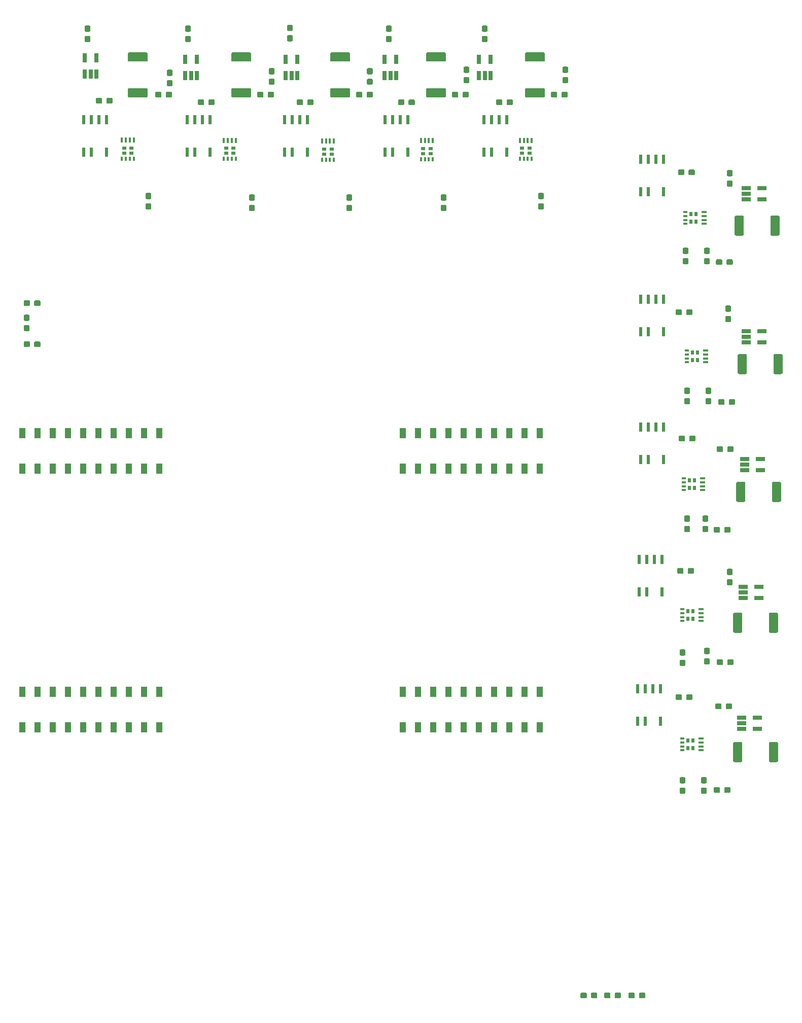
<source format=gbr>
%TF.GenerationSoftware,KiCad,Pcbnew,(5.1.4)-1*%
%TF.CreationDate,2021-04-02T11:00:34-05:00*%
%TF.ProjectId,PackVoltage_2021,5061636b-566f-46c7-9461-67655f323032,rev?*%
%TF.SameCoordinates,Original*%
%TF.FileFunction,Paste,Top*%
%TF.FilePolarity,Positive*%
%FSLAX46Y46*%
G04 Gerber Fmt 4.6, Leading zero omitted, Abs format (unit mm)*
G04 Created by KiCad (PCBNEW (5.1.4)-1) date 2021-04-02 11:00:34*
%MOMM*%
%LPD*%
G04 APERTURE LIST*
%ADD10R,0.990600X1.778000*%
%ADD11R,0.300000X0.750000*%
%ADD12R,0.300000X0.830000*%
%ADD13R,0.635000X0.510000*%
%ADD14R,1.560000X0.650000*%
%ADD15R,0.650000X1.560000*%
%ADD16R,0.600000X1.550000*%
%ADD17C,0.100000*%
%ADD18C,0.950000*%
%ADD19C,1.525000*%
%ADD20R,0.750000X0.300000*%
%ADD21R,0.830000X0.300000*%
%ADD22R,0.510000X0.635000*%
G04 APERTURE END LIST*
D10*
%TO.C,U24*%
X152400000Y-130200400D03*
X154940000Y-130200400D03*
X157480000Y-130200400D03*
X160020000Y-130200400D03*
X162560000Y-130200400D03*
X165100000Y-130200400D03*
X167640000Y-130200400D03*
X170180000Y-130200400D03*
X172720000Y-130200400D03*
X175260000Y-130200400D03*
X152400000Y-124307600D03*
X154940000Y-124307600D03*
X157480000Y-124307600D03*
X160020000Y-124307600D03*
X162560000Y-124307600D03*
X165100000Y-124307600D03*
X167640000Y-124307600D03*
X170180000Y-124307600D03*
X172720000Y-124307600D03*
X175260000Y-124307600D03*
X152400000Y-81127600D03*
X154940000Y-81127600D03*
X157480000Y-81127600D03*
X160020000Y-81127600D03*
X162560000Y-81127600D03*
X165100000Y-81127600D03*
X167640000Y-81127600D03*
X170180000Y-81127600D03*
X172720000Y-81127600D03*
X175260000Y-81127600D03*
X152400000Y-87020400D03*
X154940000Y-87020400D03*
X157480000Y-87020400D03*
X160020000Y-87020400D03*
X162560000Y-87020400D03*
X165100000Y-87020400D03*
X167640000Y-87020400D03*
X170180000Y-87020400D03*
X172720000Y-87020400D03*
X175260000Y-87020400D03*
X106680000Y-130200400D03*
X109220000Y-130200400D03*
X111760000Y-130200400D03*
X88900000Y-124307600D03*
X91440000Y-124307600D03*
X93980000Y-124307600D03*
X96520000Y-124307600D03*
X99060000Y-124307600D03*
X101600000Y-124307600D03*
X104140000Y-124307600D03*
X106680000Y-124307600D03*
X109220000Y-124307600D03*
X111760000Y-124307600D03*
X88900000Y-81127600D03*
X93980000Y-81127600D03*
X99060000Y-81127600D03*
X101600000Y-81127600D03*
X104140000Y-81127600D03*
X106680000Y-81127600D03*
X109220000Y-81127600D03*
X88900000Y-87020400D03*
X93980000Y-87020400D03*
X104140000Y-87020400D03*
X106680000Y-87020400D03*
X109220000Y-87020400D03*
X111760000Y-87020400D03*
X99060000Y-87020400D03*
X96520000Y-87020400D03*
X91440000Y-81127600D03*
X104140000Y-130200400D03*
X101600000Y-130200400D03*
X91440000Y-87020400D03*
X96520000Y-81127600D03*
X93980000Y-130200400D03*
X96520000Y-130200400D03*
X101600000Y-87020400D03*
X99060000Y-130200400D03*
X91440000Y-130200400D03*
X88900000Y-130200400D03*
X111760000Y-81127600D03*
%TD*%
D11*
%TO.C,Q3*%
X105578000Y-35333000D03*
X106228000Y-35333000D03*
X106878000Y-35333000D03*
X107528000Y-35333000D03*
D12*
X107528000Y-32223000D03*
X106878000Y-32223000D03*
X106228000Y-32223000D03*
X105578000Y-32223000D03*
D13*
X105927000Y-34403000D03*
X105927000Y-33543000D03*
X107179000Y-34403000D03*
X107179000Y-33543000D03*
%TD*%
D14*
%TO.C,U23*%
X212170000Y-85410000D03*
X212170000Y-87310000D03*
X209470000Y-87310000D03*
X209470000Y-86360000D03*
X209470000Y-85410000D03*
%TD*%
D15*
%TO.C,U22*%
X165166000Y-18716000D03*
X167066000Y-18716000D03*
X167066000Y-21416000D03*
X166116000Y-21416000D03*
X165166000Y-21416000D03*
%TD*%
D16*
%TO.C,U21*%
X195961000Y-85504000D03*
X193421000Y-85504000D03*
X192151000Y-85504000D03*
X192151000Y-80104000D03*
X193421000Y-80104000D03*
X194691000Y-80104000D03*
X195961000Y-80104000D03*
%TD*%
%TO.C,U20*%
X169799000Y-34196000D03*
X167259000Y-34196000D03*
X165989000Y-34196000D03*
X165989000Y-28796000D03*
X167259000Y-28796000D03*
X168529000Y-28796000D03*
X169799000Y-28796000D03*
%TD*%
D14*
%TO.C,U19*%
X211662000Y-128590000D03*
X211662000Y-130490000D03*
X208962000Y-130490000D03*
X208962000Y-129540000D03*
X208962000Y-128590000D03*
%TD*%
%TO.C,U18*%
X212424000Y-64074000D03*
X212424000Y-65974000D03*
X209724000Y-65974000D03*
X209724000Y-65024000D03*
X209724000Y-64074000D03*
%TD*%
%TO.C,U17*%
X211916000Y-106746000D03*
X211916000Y-108646000D03*
X209216000Y-108646000D03*
X209216000Y-107696000D03*
X209216000Y-106746000D03*
%TD*%
D16*
%TO.C,U16*%
X195453000Y-129192000D03*
X192913000Y-129192000D03*
X191643000Y-129192000D03*
X191643000Y-123792000D03*
X192913000Y-123792000D03*
X194183000Y-123792000D03*
X195453000Y-123792000D03*
%TD*%
%TO.C,U15*%
X195961000Y-64168000D03*
X193421000Y-64168000D03*
X192151000Y-64168000D03*
X192151000Y-58768000D03*
X193421000Y-58768000D03*
X194691000Y-58768000D03*
X195961000Y-58768000D03*
%TD*%
%TO.C,U14*%
X195707000Y-107602000D03*
X193167000Y-107602000D03*
X191897000Y-107602000D03*
X191897000Y-102202000D03*
X193167000Y-102202000D03*
X194437000Y-102202000D03*
X195707000Y-102202000D03*
%TD*%
D14*
%TO.C,U10*%
X212424000Y-40198000D03*
X212424000Y-42098000D03*
X209724000Y-42098000D03*
X209724000Y-41148000D03*
X209724000Y-40198000D03*
%TD*%
D15*
%TO.C,U9*%
X149418000Y-18716000D03*
X151318000Y-18716000D03*
X151318000Y-21416000D03*
X150368000Y-21416000D03*
X149418000Y-21416000D03*
%TD*%
D16*
%TO.C,U8*%
X195961000Y-40800000D03*
X193421000Y-40800000D03*
X192151000Y-40800000D03*
X192151000Y-35400000D03*
X193421000Y-35400000D03*
X194691000Y-35400000D03*
X195961000Y-35400000D03*
%TD*%
%TO.C,U7*%
X153289000Y-34196000D03*
X150749000Y-34196000D03*
X149479000Y-34196000D03*
X149479000Y-28796000D03*
X150749000Y-28796000D03*
X152019000Y-28796000D03*
X153289000Y-28796000D03*
%TD*%
D15*
%TO.C,U6*%
X99380000Y-18462000D03*
X101280000Y-18462000D03*
X101280000Y-21162000D03*
X100330000Y-21162000D03*
X99380000Y-21162000D03*
%TD*%
%TO.C,U5*%
X132908000Y-18716000D03*
X134808000Y-18716000D03*
X134808000Y-21416000D03*
X133858000Y-21416000D03*
X132908000Y-21416000D03*
%TD*%
%TO.C,U4*%
X116144000Y-18716000D03*
X118044000Y-18716000D03*
X118044000Y-21416000D03*
X117094000Y-21416000D03*
X116144000Y-21416000D03*
%TD*%
D16*
%TO.C,U3*%
X102997000Y-34196000D03*
X100457000Y-34196000D03*
X99187000Y-34196000D03*
X99187000Y-28796000D03*
X100457000Y-28796000D03*
X101727000Y-28796000D03*
X102997000Y-28796000D03*
%TD*%
%TO.C,U2*%
X136525000Y-34196000D03*
X133985000Y-34196000D03*
X132715000Y-34196000D03*
X132715000Y-28796000D03*
X133985000Y-28796000D03*
X135255000Y-28796000D03*
X136525000Y-28796000D03*
%TD*%
%TO.C,U1*%
X120269000Y-34196000D03*
X117729000Y-34196000D03*
X116459000Y-34196000D03*
X116459000Y-28796000D03*
X117729000Y-28796000D03*
X118999000Y-28796000D03*
X120269000Y-28796000D03*
%TD*%
D17*
%TO.C,R33*%
G36*
X203206779Y-96617144D02*
G01*
X203229834Y-96620563D01*
X203252443Y-96626227D01*
X203274387Y-96634079D01*
X203295457Y-96644044D01*
X203315448Y-96656026D01*
X203334168Y-96669910D01*
X203351438Y-96685562D01*
X203367090Y-96702832D01*
X203380974Y-96721552D01*
X203392956Y-96741543D01*
X203402921Y-96762613D01*
X203410773Y-96784557D01*
X203416437Y-96807166D01*
X203419856Y-96830221D01*
X203421000Y-96853500D01*
X203421000Y-97428500D01*
X203419856Y-97451779D01*
X203416437Y-97474834D01*
X203410773Y-97497443D01*
X203402921Y-97519387D01*
X203392956Y-97540457D01*
X203380974Y-97560448D01*
X203367090Y-97579168D01*
X203351438Y-97596438D01*
X203334168Y-97612090D01*
X203315448Y-97625974D01*
X203295457Y-97637956D01*
X203274387Y-97647921D01*
X203252443Y-97655773D01*
X203229834Y-97661437D01*
X203206779Y-97664856D01*
X203183500Y-97666000D01*
X202708500Y-97666000D01*
X202685221Y-97664856D01*
X202662166Y-97661437D01*
X202639557Y-97655773D01*
X202617613Y-97647921D01*
X202596543Y-97637956D01*
X202576552Y-97625974D01*
X202557832Y-97612090D01*
X202540562Y-97596438D01*
X202524910Y-97579168D01*
X202511026Y-97560448D01*
X202499044Y-97540457D01*
X202489079Y-97519387D01*
X202481227Y-97497443D01*
X202475563Y-97474834D01*
X202472144Y-97451779D01*
X202471000Y-97428500D01*
X202471000Y-96853500D01*
X202472144Y-96830221D01*
X202475563Y-96807166D01*
X202481227Y-96784557D01*
X202489079Y-96762613D01*
X202499044Y-96741543D01*
X202511026Y-96721552D01*
X202524910Y-96702832D01*
X202540562Y-96685562D01*
X202557832Y-96669910D01*
X202576552Y-96656026D01*
X202596543Y-96644044D01*
X202617613Y-96634079D01*
X202639557Y-96626227D01*
X202662166Y-96620563D01*
X202685221Y-96617144D01*
X202708500Y-96616000D01*
X203183500Y-96616000D01*
X203206779Y-96617144D01*
X203206779Y-96617144D01*
G37*
D18*
X202946000Y-97141000D03*
D17*
G36*
X203206779Y-94867144D02*
G01*
X203229834Y-94870563D01*
X203252443Y-94876227D01*
X203274387Y-94884079D01*
X203295457Y-94894044D01*
X203315448Y-94906026D01*
X203334168Y-94919910D01*
X203351438Y-94935562D01*
X203367090Y-94952832D01*
X203380974Y-94971552D01*
X203392956Y-94991543D01*
X203402921Y-95012613D01*
X203410773Y-95034557D01*
X203416437Y-95057166D01*
X203419856Y-95080221D01*
X203421000Y-95103500D01*
X203421000Y-95678500D01*
X203419856Y-95701779D01*
X203416437Y-95724834D01*
X203410773Y-95747443D01*
X203402921Y-95769387D01*
X203392956Y-95790457D01*
X203380974Y-95810448D01*
X203367090Y-95829168D01*
X203351438Y-95846438D01*
X203334168Y-95862090D01*
X203315448Y-95875974D01*
X203295457Y-95887956D01*
X203274387Y-95897921D01*
X203252443Y-95905773D01*
X203229834Y-95911437D01*
X203206779Y-95914856D01*
X203183500Y-95916000D01*
X202708500Y-95916000D01*
X202685221Y-95914856D01*
X202662166Y-95911437D01*
X202639557Y-95905773D01*
X202617613Y-95897921D01*
X202596543Y-95887956D01*
X202576552Y-95875974D01*
X202557832Y-95862090D01*
X202540562Y-95846438D01*
X202524910Y-95829168D01*
X202511026Y-95810448D01*
X202499044Y-95790457D01*
X202489079Y-95769387D01*
X202481227Y-95747443D01*
X202475563Y-95724834D01*
X202472144Y-95701779D01*
X202471000Y-95678500D01*
X202471000Y-95103500D01*
X202472144Y-95080221D01*
X202475563Y-95057166D01*
X202481227Y-95034557D01*
X202489079Y-95012613D01*
X202499044Y-94991543D01*
X202511026Y-94971552D01*
X202524910Y-94952832D01*
X202540562Y-94935562D01*
X202557832Y-94919910D01*
X202576552Y-94906026D01*
X202596543Y-94894044D01*
X202617613Y-94884079D01*
X202639557Y-94876227D01*
X202662166Y-94870563D01*
X202685221Y-94867144D01*
X202708500Y-94866000D01*
X203183500Y-94866000D01*
X203206779Y-94867144D01*
X203206779Y-94867144D01*
G37*
D18*
X202946000Y-95391000D03*
%TD*%
D17*
%TO.C,R32*%
G36*
X179747779Y-24164144D02*
G01*
X179770834Y-24167563D01*
X179793443Y-24173227D01*
X179815387Y-24181079D01*
X179836457Y-24191044D01*
X179856448Y-24203026D01*
X179875168Y-24216910D01*
X179892438Y-24232562D01*
X179908090Y-24249832D01*
X179921974Y-24268552D01*
X179933956Y-24288543D01*
X179943921Y-24309613D01*
X179951773Y-24331557D01*
X179957437Y-24354166D01*
X179960856Y-24377221D01*
X179962000Y-24400500D01*
X179962000Y-24875500D01*
X179960856Y-24898779D01*
X179957437Y-24921834D01*
X179951773Y-24944443D01*
X179943921Y-24966387D01*
X179933956Y-24987457D01*
X179921974Y-25007448D01*
X179908090Y-25026168D01*
X179892438Y-25043438D01*
X179875168Y-25059090D01*
X179856448Y-25072974D01*
X179836457Y-25084956D01*
X179815387Y-25094921D01*
X179793443Y-25102773D01*
X179770834Y-25108437D01*
X179747779Y-25111856D01*
X179724500Y-25113000D01*
X179149500Y-25113000D01*
X179126221Y-25111856D01*
X179103166Y-25108437D01*
X179080557Y-25102773D01*
X179058613Y-25094921D01*
X179037543Y-25084956D01*
X179017552Y-25072974D01*
X178998832Y-25059090D01*
X178981562Y-25043438D01*
X178965910Y-25026168D01*
X178952026Y-25007448D01*
X178940044Y-24987457D01*
X178930079Y-24966387D01*
X178922227Y-24944443D01*
X178916563Y-24921834D01*
X178913144Y-24898779D01*
X178912000Y-24875500D01*
X178912000Y-24400500D01*
X178913144Y-24377221D01*
X178916563Y-24354166D01*
X178922227Y-24331557D01*
X178930079Y-24309613D01*
X178940044Y-24288543D01*
X178952026Y-24268552D01*
X178965910Y-24249832D01*
X178981562Y-24232562D01*
X178998832Y-24216910D01*
X179017552Y-24203026D01*
X179037543Y-24191044D01*
X179058613Y-24181079D01*
X179080557Y-24173227D01*
X179103166Y-24167563D01*
X179126221Y-24164144D01*
X179149500Y-24163000D01*
X179724500Y-24163000D01*
X179747779Y-24164144D01*
X179747779Y-24164144D01*
G37*
D18*
X179437000Y-24638000D03*
D17*
G36*
X177997779Y-24164144D02*
G01*
X178020834Y-24167563D01*
X178043443Y-24173227D01*
X178065387Y-24181079D01*
X178086457Y-24191044D01*
X178106448Y-24203026D01*
X178125168Y-24216910D01*
X178142438Y-24232562D01*
X178158090Y-24249832D01*
X178171974Y-24268552D01*
X178183956Y-24288543D01*
X178193921Y-24309613D01*
X178201773Y-24331557D01*
X178207437Y-24354166D01*
X178210856Y-24377221D01*
X178212000Y-24400500D01*
X178212000Y-24875500D01*
X178210856Y-24898779D01*
X178207437Y-24921834D01*
X178201773Y-24944443D01*
X178193921Y-24966387D01*
X178183956Y-24987457D01*
X178171974Y-25007448D01*
X178158090Y-25026168D01*
X178142438Y-25043438D01*
X178125168Y-25059090D01*
X178106448Y-25072974D01*
X178086457Y-25084956D01*
X178065387Y-25094921D01*
X178043443Y-25102773D01*
X178020834Y-25108437D01*
X177997779Y-25111856D01*
X177974500Y-25113000D01*
X177399500Y-25113000D01*
X177376221Y-25111856D01*
X177353166Y-25108437D01*
X177330557Y-25102773D01*
X177308613Y-25094921D01*
X177287543Y-25084956D01*
X177267552Y-25072974D01*
X177248832Y-25059090D01*
X177231562Y-25043438D01*
X177215910Y-25026168D01*
X177202026Y-25007448D01*
X177190044Y-24987457D01*
X177180079Y-24966387D01*
X177172227Y-24944443D01*
X177166563Y-24921834D01*
X177163144Y-24898779D01*
X177162000Y-24875500D01*
X177162000Y-24400500D01*
X177163144Y-24377221D01*
X177166563Y-24354166D01*
X177172227Y-24331557D01*
X177180079Y-24309613D01*
X177190044Y-24288543D01*
X177202026Y-24268552D01*
X177215910Y-24249832D01*
X177231562Y-24232562D01*
X177248832Y-24216910D01*
X177267552Y-24203026D01*
X177287543Y-24191044D01*
X177308613Y-24181079D01*
X177330557Y-24173227D01*
X177353166Y-24167563D01*
X177376221Y-24164144D01*
X177399500Y-24163000D01*
X177974500Y-24163000D01*
X177997779Y-24164144D01*
X177997779Y-24164144D01*
G37*
D18*
X177687000Y-24638000D03*
%TD*%
D17*
%TO.C,R31*%
G36*
X215360505Y-89258204D02*
G01*
X215384773Y-89261804D01*
X215408572Y-89267765D01*
X215431671Y-89276030D01*
X215453850Y-89286520D01*
X215474893Y-89299132D01*
X215494599Y-89313747D01*
X215512777Y-89330223D01*
X215529253Y-89348401D01*
X215543868Y-89368107D01*
X215556480Y-89389150D01*
X215566970Y-89411329D01*
X215575235Y-89434428D01*
X215581196Y-89458227D01*
X215584796Y-89482495D01*
X215586000Y-89506999D01*
X215586000Y-92357001D01*
X215584796Y-92381505D01*
X215581196Y-92405773D01*
X215575235Y-92429572D01*
X215566970Y-92452671D01*
X215556480Y-92474850D01*
X215543868Y-92495893D01*
X215529253Y-92515599D01*
X215512777Y-92533777D01*
X215494599Y-92550253D01*
X215474893Y-92564868D01*
X215453850Y-92577480D01*
X215431671Y-92587970D01*
X215408572Y-92596235D01*
X215384773Y-92602196D01*
X215360505Y-92605796D01*
X215336001Y-92607000D01*
X214310999Y-92607000D01*
X214286495Y-92605796D01*
X214262227Y-92602196D01*
X214238428Y-92596235D01*
X214215329Y-92587970D01*
X214193150Y-92577480D01*
X214172107Y-92564868D01*
X214152401Y-92550253D01*
X214134223Y-92533777D01*
X214117747Y-92515599D01*
X214103132Y-92495893D01*
X214090520Y-92474850D01*
X214080030Y-92452671D01*
X214071765Y-92429572D01*
X214065804Y-92405773D01*
X214062204Y-92381505D01*
X214061000Y-92357001D01*
X214061000Y-89506999D01*
X214062204Y-89482495D01*
X214065804Y-89458227D01*
X214071765Y-89434428D01*
X214080030Y-89411329D01*
X214090520Y-89389150D01*
X214103132Y-89368107D01*
X214117747Y-89348401D01*
X214134223Y-89330223D01*
X214152401Y-89313747D01*
X214172107Y-89299132D01*
X214193150Y-89286520D01*
X214215329Y-89276030D01*
X214238428Y-89267765D01*
X214262227Y-89261804D01*
X214286495Y-89258204D01*
X214310999Y-89257000D01*
X215336001Y-89257000D01*
X215360505Y-89258204D01*
X215360505Y-89258204D01*
G37*
D19*
X214823500Y-90932000D03*
D17*
G36*
X209385505Y-89258204D02*
G01*
X209409773Y-89261804D01*
X209433572Y-89267765D01*
X209456671Y-89276030D01*
X209478850Y-89286520D01*
X209499893Y-89299132D01*
X209519599Y-89313747D01*
X209537777Y-89330223D01*
X209554253Y-89348401D01*
X209568868Y-89368107D01*
X209581480Y-89389150D01*
X209591970Y-89411329D01*
X209600235Y-89434428D01*
X209606196Y-89458227D01*
X209609796Y-89482495D01*
X209611000Y-89506999D01*
X209611000Y-92357001D01*
X209609796Y-92381505D01*
X209606196Y-92405773D01*
X209600235Y-92429572D01*
X209591970Y-92452671D01*
X209581480Y-92474850D01*
X209568868Y-92495893D01*
X209554253Y-92515599D01*
X209537777Y-92533777D01*
X209519599Y-92550253D01*
X209499893Y-92564868D01*
X209478850Y-92577480D01*
X209456671Y-92587970D01*
X209433572Y-92596235D01*
X209409773Y-92602196D01*
X209385505Y-92605796D01*
X209361001Y-92607000D01*
X208335999Y-92607000D01*
X208311495Y-92605796D01*
X208287227Y-92602196D01*
X208263428Y-92596235D01*
X208240329Y-92587970D01*
X208218150Y-92577480D01*
X208197107Y-92564868D01*
X208177401Y-92550253D01*
X208159223Y-92533777D01*
X208142747Y-92515599D01*
X208128132Y-92495893D01*
X208115520Y-92474850D01*
X208105030Y-92452671D01*
X208096765Y-92429572D01*
X208090804Y-92405773D01*
X208087204Y-92381505D01*
X208086000Y-92357001D01*
X208086000Y-89506999D01*
X208087204Y-89482495D01*
X208090804Y-89458227D01*
X208096765Y-89434428D01*
X208105030Y-89411329D01*
X208115520Y-89389150D01*
X208128132Y-89368107D01*
X208142747Y-89348401D01*
X208159223Y-89330223D01*
X208177401Y-89313747D01*
X208197107Y-89299132D01*
X208218150Y-89286520D01*
X208240329Y-89276030D01*
X208263428Y-89267765D01*
X208287227Y-89261804D01*
X208311495Y-89258204D01*
X208335999Y-89257000D01*
X209361001Y-89257000D01*
X209385505Y-89258204D01*
X209385505Y-89258204D01*
G37*
D19*
X208848500Y-90932000D03*
%TD*%
D17*
%TO.C,R30*%
G36*
X175947505Y-17587204D02*
G01*
X175971773Y-17590804D01*
X175995572Y-17596765D01*
X176018671Y-17605030D01*
X176040850Y-17615520D01*
X176061893Y-17628132D01*
X176081599Y-17642747D01*
X176099777Y-17659223D01*
X176116253Y-17677401D01*
X176130868Y-17697107D01*
X176143480Y-17718150D01*
X176153970Y-17740329D01*
X176162235Y-17763428D01*
X176168196Y-17787227D01*
X176171796Y-17811495D01*
X176173000Y-17835999D01*
X176173000Y-18861001D01*
X176171796Y-18885505D01*
X176168196Y-18909773D01*
X176162235Y-18933572D01*
X176153970Y-18956671D01*
X176143480Y-18978850D01*
X176130868Y-18999893D01*
X176116253Y-19019599D01*
X176099777Y-19037777D01*
X176081599Y-19054253D01*
X176061893Y-19068868D01*
X176040850Y-19081480D01*
X176018671Y-19091970D01*
X175995572Y-19100235D01*
X175971773Y-19106196D01*
X175947505Y-19109796D01*
X175923001Y-19111000D01*
X173072999Y-19111000D01*
X173048495Y-19109796D01*
X173024227Y-19106196D01*
X173000428Y-19100235D01*
X172977329Y-19091970D01*
X172955150Y-19081480D01*
X172934107Y-19068868D01*
X172914401Y-19054253D01*
X172896223Y-19037777D01*
X172879747Y-19019599D01*
X172865132Y-18999893D01*
X172852520Y-18978850D01*
X172842030Y-18956671D01*
X172833765Y-18933572D01*
X172827804Y-18909773D01*
X172824204Y-18885505D01*
X172823000Y-18861001D01*
X172823000Y-17835999D01*
X172824204Y-17811495D01*
X172827804Y-17787227D01*
X172833765Y-17763428D01*
X172842030Y-17740329D01*
X172852520Y-17718150D01*
X172865132Y-17697107D01*
X172879747Y-17677401D01*
X172896223Y-17659223D01*
X172914401Y-17642747D01*
X172934107Y-17628132D01*
X172955150Y-17615520D01*
X172977329Y-17605030D01*
X173000428Y-17596765D01*
X173024227Y-17590804D01*
X173048495Y-17587204D01*
X173072999Y-17586000D01*
X175923001Y-17586000D01*
X175947505Y-17587204D01*
X175947505Y-17587204D01*
G37*
D19*
X174498000Y-18348500D03*
D17*
G36*
X175947505Y-23562204D02*
G01*
X175971773Y-23565804D01*
X175995572Y-23571765D01*
X176018671Y-23580030D01*
X176040850Y-23590520D01*
X176061893Y-23603132D01*
X176081599Y-23617747D01*
X176099777Y-23634223D01*
X176116253Y-23652401D01*
X176130868Y-23672107D01*
X176143480Y-23693150D01*
X176153970Y-23715329D01*
X176162235Y-23738428D01*
X176168196Y-23762227D01*
X176171796Y-23786495D01*
X176173000Y-23810999D01*
X176173000Y-24836001D01*
X176171796Y-24860505D01*
X176168196Y-24884773D01*
X176162235Y-24908572D01*
X176153970Y-24931671D01*
X176143480Y-24953850D01*
X176130868Y-24974893D01*
X176116253Y-24994599D01*
X176099777Y-25012777D01*
X176081599Y-25029253D01*
X176061893Y-25043868D01*
X176040850Y-25056480D01*
X176018671Y-25066970D01*
X175995572Y-25075235D01*
X175971773Y-25081196D01*
X175947505Y-25084796D01*
X175923001Y-25086000D01*
X173072999Y-25086000D01*
X173048495Y-25084796D01*
X173024227Y-25081196D01*
X173000428Y-25075235D01*
X172977329Y-25066970D01*
X172955150Y-25056480D01*
X172934107Y-25043868D01*
X172914401Y-25029253D01*
X172896223Y-25012777D01*
X172879747Y-24994599D01*
X172865132Y-24974893D01*
X172852520Y-24953850D01*
X172842030Y-24931671D01*
X172833765Y-24908572D01*
X172827804Y-24884773D01*
X172824204Y-24860505D01*
X172823000Y-24836001D01*
X172823000Y-23810999D01*
X172824204Y-23786495D01*
X172827804Y-23762227D01*
X172833765Y-23738428D01*
X172842030Y-23715329D01*
X172852520Y-23693150D01*
X172865132Y-23672107D01*
X172879747Y-23652401D01*
X172896223Y-23634223D01*
X172914401Y-23617747D01*
X172934107Y-23603132D01*
X172955150Y-23590520D01*
X172977329Y-23580030D01*
X173000428Y-23571765D01*
X173024227Y-23565804D01*
X173048495Y-23562204D01*
X173072999Y-23561000D01*
X175923001Y-23561000D01*
X175947505Y-23562204D01*
X175947505Y-23562204D01*
G37*
D19*
X174498000Y-24323500D03*
%TD*%
D17*
%TO.C,R29*%
G36*
X207433779Y-83346144D02*
G01*
X207456834Y-83349563D01*
X207479443Y-83355227D01*
X207501387Y-83363079D01*
X207522457Y-83373044D01*
X207542448Y-83385026D01*
X207561168Y-83398910D01*
X207578438Y-83414562D01*
X207594090Y-83431832D01*
X207607974Y-83450552D01*
X207619956Y-83470543D01*
X207629921Y-83491613D01*
X207637773Y-83513557D01*
X207643437Y-83536166D01*
X207646856Y-83559221D01*
X207648000Y-83582500D01*
X207648000Y-84057500D01*
X207646856Y-84080779D01*
X207643437Y-84103834D01*
X207637773Y-84126443D01*
X207629921Y-84148387D01*
X207619956Y-84169457D01*
X207607974Y-84189448D01*
X207594090Y-84208168D01*
X207578438Y-84225438D01*
X207561168Y-84241090D01*
X207542448Y-84254974D01*
X207522457Y-84266956D01*
X207501387Y-84276921D01*
X207479443Y-84284773D01*
X207456834Y-84290437D01*
X207433779Y-84293856D01*
X207410500Y-84295000D01*
X206835500Y-84295000D01*
X206812221Y-84293856D01*
X206789166Y-84290437D01*
X206766557Y-84284773D01*
X206744613Y-84276921D01*
X206723543Y-84266956D01*
X206703552Y-84254974D01*
X206684832Y-84241090D01*
X206667562Y-84225438D01*
X206651910Y-84208168D01*
X206638026Y-84189448D01*
X206626044Y-84169457D01*
X206616079Y-84148387D01*
X206608227Y-84126443D01*
X206602563Y-84103834D01*
X206599144Y-84080779D01*
X206598000Y-84057500D01*
X206598000Y-83582500D01*
X206599144Y-83559221D01*
X206602563Y-83536166D01*
X206608227Y-83513557D01*
X206616079Y-83491613D01*
X206626044Y-83470543D01*
X206638026Y-83450552D01*
X206651910Y-83431832D01*
X206667562Y-83414562D01*
X206684832Y-83398910D01*
X206703552Y-83385026D01*
X206723543Y-83373044D01*
X206744613Y-83363079D01*
X206766557Y-83355227D01*
X206789166Y-83349563D01*
X206812221Y-83346144D01*
X206835500Y-83345000D01*
X207410500Y-83345000D01*
X207433779Y-83346144D01*
X207433779Y-83346144D01*
G37*
D18*
X207123000Y-83820000D03*
D17*
G36*
X205683779Y-83346144D02*
G01*
X205706834Y-83349563D01*
X205729443Y-83355227D01*
X205751387Y-83363079D01*
X205772457Y-83373044D01*
X205792448Y-83385026D01*
X205811168Y-83398910D01*
X205828438Y-83414562D01*
X205844090Y-83431832D01*
X205857974Y-83450552D01*
X205869956Y-83470543D01*
X205879921Y-83491613D01*
X205887773Y-83513557D01*
X205893437Y-83536166D01*
X205896856Y-83559221D01*
X205898000Y-83582500D01*
X205898000Y-84057500D01*
X205896856Y-84080779D01*
X205893437Y-84103834D01*
X205887773Y-84126443D01*
X205879921Y-84148387D01*
X205869956Y-84169457D01*
X205857974Y-84189448D01*
X205844090Y-84208168D01*
X205828438Y-84225438D01*
X205811168Y-84241090D01*
X205792448Y-84254974D01*
X205772457Y-84266956D01*
X205751387Y-84276921D01*
X205729443Y-84284773D01*
X205706834Y-84290437D01*
X205683779Y-84293856D01*
X205660500Y-84295000D01*
X205085500Y-84295000D01*
X205062221Y-84293856D01*
X205039166Y-84290437D01*
X205016557Y-84284773D01*
X204994613Y-84276921D01*
X204973543Y-84266956D01*
X204953552Y-84254974D01*
X204934832Y-84241090D01*
X204917562Y-84225438D01*
X204901910Y-84208168D01*
X204888026Y-84189448D01*
X204876044Y-84169457D01*
X204866079Y-84148387D01*
X204858227Y-84126443D01*
X204852563Y-84103834D01*
X204849144Y-84080779D01*
X204848000Y-84057500D01*
X204848000Y-83582500D01*
X204849144Y-83559221D01*
X204852563Y-83536166D01*
X204858227Y-83513557D01*
X204866079Y-83491613D01*
X204876044Y-83470543D01*
X204888026Y-83450552D01*
X204901910Y-83431832D01*
X204917562Y-83414562D01*
X204934832Y-83398910D01*
X204953552Y-83385026D01*
X204973543Y-83373044D01*
X204994613Y-83363079D01*
X205016557Y-83355227D01*
X205039166Y-83349563D01*
X205062221Y-83346144D01*
X205085500Y-83345000D01*
X205660500Y-83345000D01*
X205683779Y-83346144D01*
X205683779Y-83346144D01*
G37*
D18*
X205373000Y-83820000D03*
%TD*%
D17*
%TO.C,R28*%
G36*
X166376779Y-13079144D02*
G01*
X166399834Y-13082563D01*
X166422443Y-13088227D01*
X166444387Y-13096079D01*
X166465457Y-13106044D01*
X166485448Y-13118026D01*
X166504168Y-13131910D01*
X166521438Y-13147562D01*
X166537090Y-13164832D01*
X166550974Y-13183552D01*
X166562956Y-13203543D01*
X166572921Y-13224613D01*
X166580773Y-13246557D01*
X166586437Y-13269166D01*
X166589856Y-13292221D01*
X166591000Y-13315500D01*
X166591000Y-13890500D01*
X166589856Y-13913779D01*
X166586437Y-13936834D01*
X166580773Y-13959443D01*
X166572921Y-13981387D01*
X166562956Y-14002457D01*
X166550974Y-14022448D01*
X166537090Y-14041168D01*
X166521438Y-14058438D01*
X166504168Y-14074090D01*
X166485448Y-14087974D01*
X166465457Y-14099956D01*
X166444387Y-14109921D01*
X166422443Y-14117773D01*
X166399834Y-14123437D01*
X166376779Y-14126856D01*
X166353500Y-14128000D01*
X165878500Y-14128000D01*
X165855221Y-14126856D01*
X165832166Y-14123437D01*
X165809557Y-14117773D01*
X165787613Y-14109921D01*
X165766543Y-14099956D01*
X165746552Y-14087974D01*
X165727832Y-14074090D01*
X165710562Y-14058438D01*
X165694910Y-14041168D01*
X165681026Y-14022448D01*
X165669044Y-14002457D01*
X165659079Y-13981387D01*
X165651227Y-13959443D01*
X165645563Y-13936834D01*
X165642144Y-13913779D01*
X165641000Y-13890500D01*
X165641000Y-13315500D01*
X165642144Y-13292221D01*
X165645563Y-13269166D01*
X165651227Y-13246557D01*
X165659079Y-13224613D01*
X165669044Y-13203543D01*
X165681026Y-13183552D01*
X165694910Y-13164832D01*
X165710562Y-13147562D01*
X165727832Y-13131910D01*
X165746552Y-13118026D01*
X165766543Y-13106044D01*
X165787613Y-13096079D01*
X165809557Y-13088227D01*
X165832166Y-13082563D01*
X165855221Y-13079144D01*
X165878500Y-13078000D01*
X166353500Y-13078000D01*
X166376779Y-13079144D01*
X166376779Y-13079144D01*
G37*
D18*
X166116000Y-13603000D03*
D17*
G36*
X166376779Y-14829144D02*
G01*
X166399834Y-14832563D01*
X166422443Y-14838227D01*
X166444387Y-14846079D01*
X166465457Y-14856044D01*
X166485448Y-14868026D01*
X166504168Y-14881910D01*
X166521438Y-14897562D01*
X166537090Y-14914832D01*
X166550974Y-14933552D01*
X166562956Y-14953543D01*
X166572921Y-14974613D01*
X166580773Y-14996557D01*
X166586437Y-15019166D01*
X166589856Y-15042221D01*
X166591000Y-15065500D01*
X166591000Y-15640500D01*
X166589856Y-15663779D01*
X166586437Y-15686834D01*
X166580773Y-15709443D01*
X166572921Y-15731387D01*
X166562956Y-15752457D01*
X166550974Y-15772448D01*
X166537090Y-15791168D01*
X166521438Y-15808438D01*
X166504168Y-15824090D01*
X166485448Y-15837974D01*
X166465457Y-15849956D01*
X166444387Y-15859921D01*
X166422443Y-15867773D01*
X166399834Y-15873437D01*
X166376779Y-15876856D01*
X166353500Y-15878000D01*
X165878500Y-15878000D01*
X165855221Y-15876856D01*
X165832166Y-15873437D01*
X165809557Y-15867773D01*
X165787613Y-15859921D01*
X165766543Y-15849956D01*
X165746552Y-15837974D01*
X165727832Y-15824090D01*
X165710562Y-15808438D01*
X165694910Y-15791168D01*
X165681026Y-15772448D01*
X165669044Y-15752457D01*
X165659079Y-15731387D01*
X165651227Y-15709443D01*
X165645563Y-15686834D01*
X165642144Y-15663779D01*
X165641000Y-15640500D01*
X165641000Y-15065500D01*
X165642144Y-15042221D01*
X165645563Y-15019166D01*
X165651227Y-14996557D01*
X165659079Y-14974613D01*
X165669044Y-14953543D01*
X165681026Y-14933552D01*
X165694910Y-14914832D01*
X165710562Y-14897562D01*
X165727832Y-14881910D01*
X165746552Y-14868026D01*
X165766543Y-14856044D01*
X165787613Y-14846079D01*
X165809557Y-14838227D01*
X165832166Y-14832563D01*
X165855221Y-14829144D01*
X165878500Y-14828000D01*
X166353500Y-14828000D01*
X166376779Y-14829144D01*
X166376779Y-14829144D01*
G37*
D18*
X166116000Y-15353000D03*
%TD*%
D17*
%TO.C,R27*%
G36*
X202952779Y-140305144D02*
G01*
X202975834Y-140308563D01*
X202998443Y-140314227D01*
X203020387Y-140322079D01*
X203041457Y-140332044D01*
X203061448Y-140344026D01*
X203080168Y-140357910D01*
X203097438Y-140373562D01*
X203113090Y-140390832D01*
X203126974Y-140409552D01*
X203138956Y-140429543D01*
X203148921Y-140450613D01*
X203156773Y-140472557D01*
X203162437Y-140495166D01*
X203165856Y-140518221D01*
X203167000Y-140541500D01*
X203167000Y-141116500D01*
X203165856Y-141139779D01*
X203162437Y-141162834D01*
X203156773Y-141185443D01*
X203148921Y-141207387D01*
X203138956Y-141228457D01*
X203126974Y-141248448D01*
X203113090Y-141267168D01*
X203097438Y-141284438D01*
X203080168Y-141300090D01*
X203061448Y-141313974D01*
X203041457Y-141325956D01*
X203020387Y-141335921D01*
X202998443Y-141343773D01*
X202975834Y-141349437D01*
X202952779Y-141352856D01*
X202929500Y-141354000D01*
X202454500Y-141354000D01*
X202431221Y-141352856D01*
X202408166Y-141349437D01*
X202385557Y-141343773D01*
X202363613Y-141335921D01*
X202342543Y-141325956D01*
X202322552Y-141313974D01*
X202303832Y-141300090D01*
X202286562Y-141284438D01*
X202270910Y-141267168D01*
X202257026Y-141248448D01*
X202245044Y-141228457D01*
X202235079Y-141207387D01*
X202227227Y-141185443D01*
X202221563Y-141162834D01*
X202218144Y-141139779D01*
X202217000Y-141116500D01*
X202217000Y-140541500D01*
X202218144Y-140518221D01*
X202221563Y-140495166D01*
X202227227Y-140472557D01*
X202235079Y-140450613D01*
X202245044Y-140429543D01*
X202257026Y-140409552D01*
X202270910Y-140390832D01*
X202286562Y-140373562D01*
X202303832Y-140357910D01*
X202322552Y-140344026D01*
X202342543Y-140332044D01*
X202363613Y-140322079D01*
X202385557Y-140314227D01*
X202408166Y-140308563D01*
X202431221Y-140305144D01*
X202454500Y-140304000D01*
X202929500Y-140304000D01*
X202952779Y-140305144D01*
X202952779Y-140305144D01*
G37*
D18*
X202692000Y-140829000D03*
D17*
G36*
X202952779Y-138555144D02*
G01*
X202975834Y-138558563D01*
X202998443Y-138564227D01*
X203020387Y-138572079D01*
X203041457Y-138582044D01*
X203061448Y-138594026D01*
X203080168Y-138607910D01*
X203097438Y-138623562D01*
X203113090Y-138640832D01*
X203126974Y-138659552D01*
X203138956Y-138679543D01*
X203148921Y-138700613D01*
X203156773Y-138722557D01*
X203162437Y-138745166D01*
X203165856Y-138768221D01*
X203167000Y-138791500D01*
X203167000Y-139366500D01*
X203165856Y-139389779D01*
X203162437Y-139412834D01*
X203156773Y-139435443D01*
X203148921Y-139457387D01*
X203138956Y-139478457D01*
X203126974Y-139498448D01*
X203113090Y-139517168D01*
X203097438Y-139534438D01*
X203080168Y-139550090D01*
X203061448Y-139563974D01*
X203041457Y-139575956D01*
X203020387Y-139585921D01*
X202998443Y-139593773D01*
X202975834Y-139599437D01*
X202952779Y-139602856D01*
X202929500Y-139604000D01*
X202454500Y-139604000D01*
X202431221Y-139602856D01*
X202408166Y-139599437D01*
X202385557Y-139593773D01*
X202363613Y-139585921D01*
X202342543Y-139575956D01*
X202322552Y-139563974D01*
X202303832Y-139550090D01*
X202286562Y-139534438D01*
X202270910Y-139517168D01*
X202257026Y-139498448D01*
X202245044Y-139478457D01*
X202235079Y-139457387D01*
X202227227Y-139435443D01*
X202221563Y-139412834D01*
X202218144Y-139389779D01*
X202217000Y-139366500D01*
X202217000Y-138791500D01*
X202218144Y-138768221D01*
X202221563Y-138745166D01*
X202227227Y-138722557D01*
X202235079Y-138700613D01*
X202245044Y-138679543D01*
X202257026Y-138659552D01*
X202270910Y-138640832D01*
X202286562Y-138623562D01*
X202303832Y-138607910D01*
X202322552Y-138594026D01*
X202342543Y-138582044D01*
X202363613Y-138572079D01*
X202385557Y-138564227D01*
X202408166Y-138558563D01*
X202431221Y-138555144D01*
X202454500Y-138554000D01*
X202929500Y-138554000D01*
X202952779Y-138555144D01*
X202952779Y-138555144D01*
G37*
D18*
X202692000Y-139079000D03*
%TD*%
D17*
%TO.C,R26*%
G36*
X203714779Y-75281144D02*
G01*
X203737834Y-75284563D01*
X203760443Y-75290227D01*
X203782387Y-75298079D01*
X203803457Y-75308044D01*
X203823448Y-75320026D01*
X203842168Y-75333910D01*
X203859438Y-75349562D01*
X203875090Y-75366832D01*
X203888974Y-75385552D01*
X203900956Y-75405543D01*
X203910921Y-75426613D01*
X203918773Y-75448557D01*
X203924437Y-75471166D01*
X203927856Y-75494221D01*
X203929000Y-75517500D01*
X203929000Y-76092500D01*
X203927856Y-76115779D01*
X203924437Y-76138834D01*
X203918773Y-76161443D01*
X203910921Y-76183387D01*
X203900956Y-76204457D01*
X203888974Y-76224448D01*
X203875090Y-76243168D01*
X203859438Y-76260438D01*
X203842168Y-76276090D01*
X203823448Y-76289974D01*
X203803457Y-76301956D01*
X203782387Y-76311921D01*
X203760443Y-76319773D01*
X203737834Y-76325437D01*
X203714779Y-76328856D01*
X203691500Y-76330000D01*
X203216500Y-76330000D01*
X203193221Y-76328856D01*
X203170166Y-76325437D01*
X203147557Y-76319773D01*
X203125613Y-76311921D01*
X203104543Y-76301956D01*
X203084552Y-76289974D01*
X203065832Y-76276090D01*
X203048562Y-76260438D01*
X203032910Y-76243168D01*
X203019026Y-76224448D01*
X203007044Y-76204457D01*
X202997079Y-76183387D01*
X202989227Y-76161443D01*
X202983563Y-76138834D01*
X202980144Y-76115779D01*
X202979000Y-76092500D01*
X202979000Y-75517500D01*
X202980144Y-75494221D01*
X202983563Y-75471166D01*
X202989227Y-75448557D01*
X202997079Y-75426613D01*
X203007044Y-75405543D01*
X203019026Y-75385552D01*
X203032910Y-75366832D01*
X203048562Y-75349562D01*
X203065832Y-75333910D01*
X203084552Y-75320026D01*
X203104543Y-75308044D01*
X203125613Y-75298079D01*
X203147557Y-75290227D01*
X203170166Y-75284563D01*
X203193221Y-75281144D01*
X203216500Y-75280000D01*
X203691500Y-75280000D01*
X203714779Y-75281144D01*
X203714779Y-75281144D01*
G37*
D18*
X203454000Y-75805000D03*
D17*
G36*
X203714779Y-73531144D02*
G01*
X203737834Y-73534563D01*
X203760443Y-73540227D01*
X203782387Y-73548079D01*
X203803457Y-73558044D01*
X203823448Y-73570026D01*
X203842168Y-73583910D01*
X203859438Y-73599562D01*
X203875090Y-73616832D01*
X203888974Y-73635552D01*
X203900956Y-73655543D01*
X203910921Y-73676613D01*
X203918773Y-73698557D01*
X203924437Y-73721166D01*
X203927856Y-73744221D01*
X203929000Y-73767500D01*
X203929000Y-74342500D01*
X203927856Y-74365779D01*
X203924437Y-74388834D01*
X203918773Y-74411443D01*
X203910921Y-74433387D01*
X203900956Y-74454457D01*
X203888974Y-74474448D01*
X203875090Y-74493168D01*
X203859438Y-74510438D01*
X203842168Y-74526090D01*
X203823448Y-74539974D01*
X203803457Y-74551956D01*
X203782387Y-74561921D01*
X203760443Y-74569773D01*
X203737834Y-74575437D01*
X203714779Y-74578856D01*
X203691500Y-74580000D01*
X203216500Y-74580000D01*
X203193221Y-74578856D01*
X203170166Y-74575437D01*
X203147557Y-74569773D01*
X203125613Y-74561921D01*
X203104543Y-74551956D01*
X203084552Y-74539974D01*
X203065832Y-74526090D01*
X203048562Y-74510438D01*
X203032910Y-74493168D01*
X203019026Y-74474448D01*
X203007044Y-74454457D01*
X202997079Y-74433387D01*
X202989227Y-74411443D01*
X202983563Y-74388834D01*
X202980144Y-74365779D01*
X202979000Y-74342500D01*
X202979000Y-73767500D01*
X202980144Y-73744221D01*
X202983563Y-73721166D01*
X202989227Y-73698557D01*
X202997079Y-73676613D01*
X203007044Y-73655543D01*
X203019026Y-73635552D01*
X203032910Y-73616832D01*
X203048562Y-73599562D01*
X203065832Y-73583910D01*
X203084552Y-73570026D01*
X203104543Y-73558044D01*
X203125613Y-73548079D01*
X203147557Y-73540227D01*
X203170166Y-73534563D01*
X203193221Y-73531144D01*
X203216500Y-73530000D01*
X203691500Y-73530000D01*
X203714779Y-73531144D01*
X203714779Y-73531144D01*
G37*
D18*
X203454000Y-74055000D03*
%TD*%
D17*
%TO.C,R25*%
G36*
X203460779Y-118715144D02*
G01*
X203483834Y-118718563D01*
X203506443Y-118724227D01*
X203528387Y-118732079D01*
X203549457Y-118742044D01*
X203569448Y-118754026D01*
X203588168Y-118767910D01*
X203605438Y-118783562D01*
X203621090Y-118800832D01*
X203634974Y-118819552D01*
X203646956Y-118839543D01*
X203656921Y-118860613D01*
X203664773Y-118882557D01*
X203670437Y-118905166D01*
X203673856Y-118928221D01*
X203675000Y-118951500D01*
X203675000Y-119526500D01*
X203673856Y-119549779D01*
X203670437Y-119572834D01*
X203664773Y-119595443D01*
X203656921Y-119617387D01*
X203646956Y-119638457D01*
X203634974Y-119658448D01*
X203621090Y-119677168D01*
X203605438Y-119694438D01*
X203588168Y-119710090D01*
X203569448Y-119723974D01*
X203549457Y-119735956D01*
X203528387Y-119745921D01*
X203506443Y-119753773D01*
X203483834Y-119759437D01*
X203460779Y-119762856D01*
X203437500Y-119764000D01*
X202962500Y-119764000D01*
X202939221Y-119762856D01*
X202916166Y-119759437D01*
X202893557Y-119753773D01*
X202871613Y-119745921D01*
X202850543Y-119735956D01*
X202830552Y-119723974D01*
X202811832Y-119710090D01*
X202794562Y-119694438D01*
X202778910Y-119677168D01*
X202765026Y-119658448D01*
X202753044Y-119638457D01*
X202743079Y-119617387D01*
X202735227Y-119595443D01*
X202729563Y-119572834D01*
X202726144Y-119549779D01*
X202725000Y-119526500D01*
X202725000Y-118951500D01*
X202726144Y-118928221D01*
X202729563Y-118905166D01*
X202735227Y-118882557D01*
X202743079Y-118860613D01*
X202753044Y-118839543D01*
X202765026Y-118819552D01*
X202778910Y-118800832D01*
X202794562Y-118783562D01*
X202811832Y-118767910D01*
X202830552Y-118754026D01*
X202850543Y-118742044D01*
X202871613Y-118732079D01*
X202893557Y-118724227D01*
X202916166Y-118718563D01*
X202939221Y-118715144D01*
X202962500Y-118714000D01*
X203437500Y-118714000D01*
X203460779Y-118715144D01*
X203460779Y-118715144D01*
G37*
D18*
X203200000Y-119239000D03*
D17*
G36*
X203460779Y-116965144D02*
G01*
X203483834Y-116968563D01*
X203506443Y-116974227D01*
X203528387Y-116982079D01*
X203549457Y-116992044D01*
X203569448Y-117004026D01*
X203588168Y-117017910D01*
X203605438Y-117033562D01*
X203621090Y-117050832D01*
X203634974Y-117069552D01*
X203646956Y-117089543D01*
X203656921Y-117110613D01*
X203664773Y-117132557D01*
X203670437Y-117155166D01*
X203673856Y-117178221D01*
X203675000Y-117201500D01*
X203675000Y-117776500D01*
X203673856Y-117799779D01*
X203670437Y-117822834D01*
X203664773Y-117845443D01*
X203656921Y-117867387D01*
X203646956Y-117888457D01*
X203634974Y-117908448D01*
X203621090Y-117927168D01*
X203605438Y-117944438D01*
X203588168Y-117960090D01*
X203569448Y-117973974D01*
X203549457Y-117985956D01*
X203528387Y-117995921D01*
X203506443Y-118003773D01*
X203483834Y-118009437D01*
X203460779Y-118012856D01*
X203437500Y-118014000D01*
X202962500Y-118014000D01*
X202939221Y-118012856D01*
X202916166Y-118009437D01*
X202893557Y-118003773D01*
X202871613Y-117995921D01*
X202850543Y-117985956D01*
X202830552Y-117973974D01*
X202811832Y-117960090D01*
X202794562Y-117944438D01*
X202778910Y-117927168D01*
X202765026Y-117908448D01*
X202753044Y-117888457D01*
X202743079Y-117867387D01*
X202735227Y-117845443D01*
X202729563Y-117822834D01*
X202726144Y-117799779D01*
X202725000Y-117776500D01*
X202725000Y-117201500D01*
X202726144Y-117178221D01*
X202729563Y-117155166D01*
X202735227Y-117132557D01*
X202743079Y-117110613D01*
X202753044Y-117089543D01*
X202765026Y-117069552D01*
X202778910Y-117050832D01*
X202794562Y-117033562D01*
X202811832Y-117017910D01*
X202830552Y-117004026D01*
X202850543Y-116992044D01*
X202871613Y-116982079D01*
X202893557Y-116974227D01*
X202916166Y-116968563D01*
X202939221Y-116965144D01*
X202962500Y-116964000D01*
X203437500Y-116964000D01*
X203460779Y-116965144D01*
X203460779Y-116965144D01*
G37*
D18*
X203200000Y-117489000D03*
%TD*%
D17*
%TO.C,R24*%
G36*
X214852505Y-132692204D02*
G01*
X214876773Y-132695804D01*
X214900572Y-132701765D01*
X214923671Y-132710030D01*
X214945850Y-132720520D01*
X214966893Y-132733132D01*
X214986599Y-132747747D01*
X215004777Y-132764223D01*
X215021253Y-132782401D01*
X215035868Y-132802107D01*
X215048480Y-132823150D01*
X215058970Y-132845329D01*
X215067235Y-132868428D01*
X215073196Y-132892227D01*
X215076796Y-132916495D01*
X215078000Y-132940999D01*
X215078000Y-135791001D01*
X215076796Y-135815505D01*
X215073196Y-135839773D01*
X215067235Y-135863572D01*
X215058970Y-135886671D01*
X215048480Y-135908850D01*
X215035868Y-135929893D01*
X215021253Y-135949599D01*
X215004777Y-135967777D01*
X214986599Y-135984253D01*
X214966893Y-135998868D01*
X214945850Y-136011480D01*
X214923671Y-136021970D01*
X214900572Y-136030235D01*
X214876773Y-136036196D01*
X214852505Y-136039796D01*
X214828001Y-136041000D01*
X213802999Y-136041000D01*
X213778495Y-136039796D01*
X213754227Y-136036196D01*
X213730428Y-136030235D01*
X213707329Y-136021970D01*
X213685150Y-136011480D01*
X213664107Y-135998868D01*
X213644401Y-135984253D01*
X213626223Y-135967777D01*
X213609747Y-135949599D01*
X213595132Y-135929893D01*
X213582520Y-135908850D01*
X213572030Y-135886671D01*
X213563765Y-135863572D01*
X213557804Y-135839773D01*
X213554204Y-135815505D01*
X213553000Y-135791001D01*
X213553000Y-132940999D01*
X213554204Y-132916495D01*
X213557804Y-132892227D01*
X213563765Y-132868428D01*
X213572030Y-132845329D01*
X213582520Y-132823150D01*
X213595132Y-132802107D01*
X213609747Y-132782401D01*
X213626223Y-132764223D01*
X213644401Y-132747747D01*
X213664107Y-132733132D01*
X213685150Y-132720520D01*
X213707329Y-132710030D01*
X213730428Y-132701765D01*
X213754227Y-132695804D01*
X213778495Y-132692204D01*
X213802999Y-132691000D01*
X214828001Y-132691000D01*
X214852505Y-132692204D01*
X214852505Y-132692204D01*
G37*
D19*
X214315500Y-134366000D03*
D17*
G36*
X208877505Y-132692204D02*
G01*
X208901773Y-132695804D01*
X208925572Y-132701765D01*
X208948671Y-132710030D01*
X208970850Y-132720520D01*
X208991893Y-132733132D01*
X209011599Y-132747747D01*
X209029777Y-132764223D01*
X209046253Y-132782401D01*
X209060868Y-132802107D01*
X209073480Y-132823150D01*
X209083970Y-132845329D01*
X209092235Y-132868428D01*
X209098196Y-132892227D01*
X209101796Y-132916495D01*
X209103000Y-132940999D01*
X209103000Y-135791001D01*
X209101796Y-135815505D01*
X209098196Y-135839773D01*
X209092235Y-135863572D01*
X209083970Y-135886671D01*
X209073480Y-135908850D01*
X209060868Y-135929893D01*
X209046253Y-135949599D01*
X209029777Y-135967777D01*
X209011599Y-135984253D01*
X208991893Y-135998868D01*
X208970850Y-136011480D01*
X208948671Y-136021970D01*
X208925572Y-136030235D01*
X208901773Y-136036196D01*
X208877505Y-136039796D01*
X208853001Y-136041000D01*
X207827999Y-136041000D01*
X207803495Y-136039796D01*
X207779227Y-136036196D01*
X207755428Y-136030235D01*
X207732329Y-136021970D01*
X207710150Y-136011480D01*
X207689107Y-135998868D01*
X207669401Y-135984253D01*
X207651223Y-135967777D01*
X207634747Y-135949599D01*
X207620132Y-135929893D01*
X207607520Y-135908850D01*
X207597030Y-135886671D01*
X207588765Y-135863572D01*
X207582804Y-135839773D01*
X207579204Y-135815505D01*
X207578000Y-135791001D01*
X207578000Y-132940999D01*
X207579204Y-132916495D01*
X207582804Y-132892227D01*
X207588765Y-132868428D01*
X207597030Y-132845329D01*
X207607520Y-132823150D01*
X207620132Y-132802107D01*
X207634747Y-132782401D01*
X207651223Y-132764223D01*
X207669401Y-132747747D01*
X207689107Y-132733132D01*
X207710150Y-132720520D01*
X207732329Y-132710030D01*
X207755428Y-132701765D01*
X207779227Y-132695804D01*
X207803495Y-132692204D01*
X207827999Y-132691000D01*
X208853001Y-132691000D01*
X208877505Y-132692204D01*
X208877505Y-132692204D01*
G37*
D19*
X208340500Y-134366000D03*
%TD*%
D17*
%TO.C,R23*%
G36*
X215614505Y-67922204D02*
G01*
X215638773Y-67925804D01*
X215662572Y-67931765D01*
X215685671Y-67940030D01*
X215707850Y-67950520D01*
X215728893Y-67963132D01*
X215748599Y-67977747D01*
X215766777Y-67994223D01*
X215783253Y-68012401D01*
X215797868Y-68032107D01*
X215810480Y-68053150D01*
X215820970Y-68075329D01*
X215829235Y-68098428D01*
X215835196Y-68122227D01*
X215838796Y-68146495D01*
X215840000Y-68170999D01*
X215840000Y-71021001D01*
X215838796Y-71045505D01*
X215835196Y-71069773D01*
X215829235Y-71093572D01*
X215820970Y-71116671D01*
X215810480Y-71138850D01*
X215797868Y-71159893D01*
X215783253Y-71179599D01*
X215766777Y-71197777D01*
X215748599Y-71214253D01*
X215728893Y-71228868D01*
X215707850Y-71241480D01*
X215685671Y-71251970D01*
X215662572Y-71260235D01*
X215638773Y-71266196D01*
X215614505Y-71269796D01*
X215590001Y-71271000D01*
X214564999Y-71271000D01*
X214540495Y-71269796D01*
X214516227Y-71266196D01*
X214492428Y-71260235D01*
X214469329Y-71251970D01*
X214447150Y-71241480D01*
X214426107Y-71228868D01*
X214406401Y-71214253D01*
X214388223Y-71197777D01*
X214371747Y-71179599D01*
X214357132Y-71159893D01*
X214344520Y-71138850D01*
X214334030Y-71116671D01*
X214325765Y-71093572D01*
X214319804Y-71069773D01*
X214316204Y-71045505D01*
X214315000Y-71021001D01*
X214315000Y-68170999D01*
X214316204Y-68146495D01*
X214319804Y-68122227D01*
X214325765Y-68098428D01*
X214334030Y-68075329D01*
X214344520Y-68053150D01*
X214357132Y-68032107D01*
X214371747Y-68012401D01*
X214388223Y-67994223D01*
X214406401Y-67977747D01*
X214426107Y-67963132D01*
X214447150Y-67950520D01*
X214469329Y-67940030D01*
X214492428Y-67931765D01*
X214516227Y-67925804D01*
X214540495Y-67922204D01*
X214564999Y-67921000D01*
X215590001Y-67921000D01*
X215614505Y-67922204D01*
X215614505Y-67922204D01*
G37*
D19*
X215077500Y-69596000D03*
D17*
G36*
X209639505Y-67922204D02*
G01*
X209663773Y-67925804D01*
X209687572Y-67931765D01*
X209710671Y-67940030D01*
X209732850Y-67950520D01*
X209753893Y-67963132D01*
X209773599Y-67977747D01*
X209791777Y-67994223D01*
X209808253Y-68012401D01*
X209822868Y-68032107D01*
X209835480Y-68053150D01*
X209845970Y-68075329D01*
X209854235Y-68098428D01*
X209860196Y-68122227D01*
X209863796Y-68146495D01*
X209865000Y-68170999D01*
X209865000Y-71021001D01*
X209863796Y-71045505D01*
X209860196Y-71069773D01*
X209854235Y-71093572D01*
X209845970Y-71116671D01*
X209835480Y-71138850D01*
X209822868Y-71159893D01*
X209808253Y-71179599D01*
X209791777Y-71197777D01*
X209773599Y-71214253D01*
X209753893Y-71228868D01*
X209732850Y-71241480D01*
X209710671Y-71251970D01*
X209687572Y-71260235D01*
X209663773Y-71266196D01*
X209639505Y-71269796D01*
X209615001Y-71271000D01*
X208589999Y-71271000D01*
X208565495Y-71269796D01*
X208541227Y-71266196D01*
X208517428Y-71260235D01*
X208494329Y-71251970D01*
X208472150Y-71241480D01*
X208451107Y-71228868D01*
X208431401Y-71214253D01*
X208413223Y-71197777D01*
X208396747Y-71179599D01*
X208382132Y-71159893D01*
X208369520Y-71138850D01*
X208359030Y-71116671D01*
X208350765Y-71093572D01*
X208344804Y-71069773D01*
X208341204Y-71045505D01*
X208340000Y-71021001D01*
X208340000Y-68170999D01*
X208341204Y-68146495D01*
X208344804Y-68122227D01*
X208350765Y-68098428D01*
X208359030Y-68075329D01*
X208369520Y-68053150D01*
X208382132Y-68032107D01*
X208396747Y-68012401D01*
X208413223Y-67994223D01*
X208431401Y-67977747D01*
X208451107Y-67963132D01*
X208472150Y-67950520D01*
X208494329Y-67940030D01*
X208517428Y-67931765D01*
X208541227Y-67925804D01*
X208565495Y-67922204D01*
X208589999Y-67921000D01*
X209615001Y-67921000D01*
X209639505Y-67922204D01*
X209639505Y-67922204D01*
G37*
D19*
X209102500Y-69596000D03*
%TD*%
D17*
%TO.C,R22*%
G36*
X214852505Y-111102204D02*
G01*
X214876773Y-111105804D01*
X214900572Y-111111765D01*
X214923671Y-111120030D01*
X214945850Y-111130520D01*
X214966893Y-111143132D01*
X214986599Y-111157747D01*
X215004777Y-111174223D01*
X215021253Y-111192401D01*
X215035868Y-111212107D01*
X215048480Y-111233150D01*
X215058970Y-111255329D01*
X215067235Y-111278428D01*
X215073196Y-111302227D01*
X215076796Y-111326495D01*
X215078000Y-111350999D01*
X215078000Y-114201001D01*
X215076796Y-114225505D01*
X215073196Y-114249773D01*
X215067235Y-114273572D01*
X215058970Y-114296671D01*
X215048480Y-114318850D01*
X215035868Y-114339893D01*
X215021253Y-114359599D01*
X215004777Y-114377777D01*
X214986599Y-114394253D01*
X214966893Y-114408868D01*
X214945850Y-114421480D01*
X214923671Y-114431970D01*
X214900572Y-114440235D01*
X214876773Y-114446196D01*
X214852505Y-114449796D01*
X214828001Y-114451000D01*
X213802999Y-114451000D01*
X213778495Y-114449796D01*
X213754227Y-114446196D01*
X213730428Y-114440235D01*
X213707329Y-114431970D01*
X213685150Y-114421480D01*
X213664107Y-114408868D01*
X213644401Y-114394253D01*
X213626223Y-114377777D01*
X213609747Y-114359599D01*
X213595132Y-114339893D01*
X213582520Y-114318850D01*
X213572030Y-114296671D01*
X213563765Y-114273572D01*
X213557804Y-114249773D01*
X213554204Y-114225505D01*
X213553000Y-114201001D01*
X213553000Y-111350999D01*
X213554204Y-111326495D01*
X213557804Y-111302227D01*
X213563765Y-111278428D01*
X213572030Y-111255329D01*
X213582520Y-111233150D01*
X213595132Y-111212107D01*
X213609747Y-111192401D01*
X213626223Y-111174223D01*
X213644401Y-111157747D01*
X213664107Y-111143132D01*
X213685150Y-111130520D01*
X213707329Y-111120030D01*
X213730428Y-111111765D01*
X213754227Y-111105804D01*
X213778495Y-111102204D01*
X213802999Y-111101000D01*
X214828001Y-111101000D01*
X214852505Y-111102204D01*
X214852505Y-111102204D01*
G37*
D19*
X214315500Y-112776000D03*
D17*
G36*
X208877505Y-111102204D02*
G01*
X208901773Y-111105804D01*
X208925572Y-111111765D01*
X208948671Y-111120030D01*
X208970850Y-111130520D01*
X208991893Y-111143132D01*
X209011599Y-111157747D01*
X209029777Y-111174223D01*
X209046253Y-111192401D01*
X209060868Y-111212107D01*
X209073480Y-111233150D01*
X209083970Y-111255329D01*
X209092235Y-111278428D01*
X209098196Y-111302227D01*
X209101796Y-111326495D01*
X209103000Y-111350999D01*
X209103000Y-114201001D01*
X209101796Y-114225505D01*
X209098196Y-114249773D01*
X209092235Y-114273572D01*
X209083970Y-114296671D01*
X209073480Y-114318850D01*
X209060868Y-114339893D01*
X209046253Y-114359599D01*
X209029777Y-114377777D01*
X209011599Y-114394253D01*
X208991893Y-114408868D01*
X208970850Y-114421480D01*
X208948671Y-114431970D01*
X208925572Y-114440235D01*
X208901773Y-114446196D01*
X208877505Y-114449796D01*
X208853001Y-114451000D01*
X207827999Y-114451000D01*
X207803495Y-114449796D01*
X207779227Y-114446196D01*
X207755428Y-114440235D01*
X207732329Y-114431970D01*
X207710150Y-114421480D01*
X207689107Y-114408868D01*
X207669401Y-114394253D01*
X207651223Y-114377777D01*
X207634747Y-114359599D01*
X207620132Y-114339893D01*
X207607520Y-114318850D01*
X207597030Y-114296671D01*
X207588765Y-114273572D01*
X207582804Y-114249773D01*
X207579204Y-114225505D01*
X207578000Y-114201001D01*
X207578000Y-111350999D01*
X207579204Y-111326495D01*
X207582804Y-111302227D01*
X207588765Y-111278428D01*
X207597030Y-111255329D01*
X207607520Y-111233150D01*
X207620132Y-111212107D01*
X207634747Y-111192401D01*
X207651223Y-111174223D01*
X207669401Y-111157747D01*
X207689107Y-111143132D01*
X207710150Y-111130520D01*
X207732329Y-111120030D01*
X207755428Y-111111765D01*
X207779227Y-111105804D01*
X207803495Y-111102204D01*
X207827999Y-111101000D01*
X208853001Y-111101000D01*
X208877505Y-111102204D01*
X208877505Y-111102204D01*
G37*
D19*
X208340500Y-112776000D03*
%TD*%
D17*
%TO.C,R21*%
G36*
X207179779Y-126272144D02*
G01*
X207202834Y-126275563D01*
X207225443Y-126281227D01*
X207247387Y-126289079D01*
X207268457Y-126299044D01*
X207288448Y-126311026D01*
X207307168Y-126324910D01*
X207324438Y-126340562D01*
X207340090Y-126357832D01*
X207353974Y-126376552D01*
X207365956Y-126396543D01*
X207375921Y-126417613D01*
X207383773Y-126439557D01*
X207389437Y-126462166D01*
X207392856Y-126485221D01*
X207394000Y-126508500D01*
X207394000Y-126983500D01*
X207392856Y-127006779D01*
X207389437Y-127029834D01*
X207383773Y-127052443D01*
X207375921Y-127074387D01*
X207365956Y-127095457D01*
X207353974Y-127115448D01*
X207340090Y-127134168D01*
X207324438Y-127151438D01*
X207307168Y-127167090D01*
X207288448Y-127180974D01*
X207268457Y-127192956D01*
X207247387Y-127202921D01*
X207225443Y-127210773D01*
X207202834Y-127216437D01*
X207179779Y-127219856D01*
X207156500Y-127221000D01*
X206581500Y-127221000D01*
X206558221Y-127219856D01*
X206535166Y-127216437D01*
X206512557Y-127210773D01*
X206490613Y-127202921D01*
X206469543Y-127192956D01*
X206449552Y-127180974D01*
X206430832Y-127167090D01*
X206413562Y-127151438D01*
X206397910Y-127134168D01*
X206384026Y-127115448D01*
X206372044Y-127095457D01*
X206362079Y-127074387D01*
X206354227Y-127052443D01*
X206348563Y-127029834D01*
X206345144Y-127006779D01*
X206344000Y-126983500D01*
X206344000Y-126508500D01*
X206345144Y-126485221D01*
X206348563Y-126462166D01*
X206354227Y-126439557D01*
X206362079Y-126417613D01*
X206372044Y-126396543D01*
X206384026Y-126376552D01*
X206397910Y-126357832D01*
X206413562Y-126340562D01*
X206430832Y-126324910D01*
X206449552Y-126311026D01*
X206469543Y-126299044D01*
X206490613Y-126289079D01*
X206512557Y-126281227D01*
X206535166Y-126275563D01*
X206558221Y-126272144D01*
X206581500Y-126271000D01*
X207156500Y-126271000D01*
X207179779Y-126272144D01*
X207179779Y-126272144D01*
G37*
D18*
X206869000Y-126746000D03*
D17*
G36*
X205429779Y-126272144D02*
G01*
X205452834Y-126275563D01*
X205475443Y-126281227D01*
X205497387Y-126289079D01*
X205518457Y-126299044D01*
X205538448Y-126311026D01*
X205557168Y-126324910D01*
X205574438Y-126340562D01*
X205590090Y-126357832D01*
X205603974Y-126376552D01*
X205615956Y-126396543D01*
X205625921Y-126417613D01*
X205633773Y-126439557D01*
X205639437Y-126462166D01*
X205642856Y-126485221D01*
X205644000Y-126508500D01*
X205644000Y-126983500D01*
X205642856Y-127006779D01*
X205639437Y-127029834D01*
X205633773Y-127052443D01*
X205625921Y-127074387D01*
X205615956Y-127095457D01*
X205603974Y-127115448D01*
X205590090Y-127134168D01*
X205574438Y-127151438D01*
X205557168Y-127167090D01*
X205538448Y-127180974D01*
X205518457Y-127192956D01*
X205497387Y-127202921D01*
X205475443Y-127210773D01*
X205452834Y-127216437D01*
X205429779Y-127219856D01*
X205406500Y-127221000D01*
X204831500Y-127221000D01*
X204808221Y-127219856D01*
X204785166Y-127216437D01*
X204762557Y-127210773D01*
X204740613Y-127202921D01*
X204719543Y-127192956D01*
X204699552Y-127180974D01*
X204680832Y-127167090D01*
X204663562Y-127151438D01*
X204647910Y-127134168D01*
X204634026Y-127115448D01*
X204622044Y-127095457D01*
X204612079Y-127074387D01*
X204604227Y-127052443D01*
X204598563Y-127029834D01*
X204595144Y-127006779D01*
X204594000Y-126983500D01*
X204594000Y-126508500D01*
X204595144Y-126485221D01*
X204598563Y-126462166D01*
X204604227Y-126439557D01*
X204612079Y-126417613D01*
X204622044Y-126396543D01*
X204634026Y-126376552D01*
X204647910Y-126357832D01*
X204663562Y-126340562D01*
X204680832Y-126324910D01*
X204699552Y-126311026D01*
X204719543Y-126299044D01*
X204740613Y-126289079D01*
X204762557Y-126281227D01*
X204785166Y-126275563D01*
X204808221Y-126272144D01*
X204831500Y-126271000D01*
X205406500Y-126271000D01*
X205429779Y-126272144D01*
X205429779Y-126272144D01*
G37*
D18*
X205119000Y-126746000D03*
%TD*%
D17*
%TO.C,R20*%
G36*
X207016779Y-59815144D02*
G01*
X207039834Y-59818563D01*
X207062443Y-59824227D01*
X207084387Y-59832079D01*
X207105457Y-59842044D01*
X207125448Y-59854026D01*
X207144168Y-59867910D01*
X207161438Y-59883562D01*
X207177090Y-59900832D01*
X207190974Y-59919552D01*
X207202956Y-59939543D01*
X207212921Y-59960613D01*
X207220773Y-59982557D01*
X207226437Y-60005166D01*
X207229856Y-60028221D01*
X207231000Y-60051500D01*
X207231000Y-60626500D01*
X207229856Y-60649779D01*
X207226437Y-60672834D01*
X207220773Y-60695443D01*
X207212921Y-60717387D01*
X207202956Y-60738457D01*
X207190974Y-60758448D01*
X207177090Y-60777168D01*
X207161438Y-60794438D01*
X207144168Y-60810090D01*
X207125448Y-60823974D01*
X207105457Y-60835956D01*
X207084387Y-60845921D01*
X207062443Y-60853773D01*
X207039834Y-60859437D01*
X207016779Y-60862856D01*
X206993500Y-60864000D01*
X206518500Y-60864000D01*
X206495221Y-60862856D01*
X206472166Y-60859437D01*
X206449557Y-60853773D01*
X206427613Y-60845921D01*
X206406543Y-60835956D01*
X206386552Y-60823974D01*
X206367832Y-60810090D01*
X206350562Y-60794438D01*
X206334910Y-60777168D01*
X206321026Y-60758448D01*
X206309044Y-60738457D01*
X206299079Y-60717387D01*
X206291227Y-60695443D01*
X206285563Y-60672834D01*
X206282144Y-60649779D01*
X206281000Y-60626500D01*
X206281000Y-60051500D01*
X206282144Y-60028221D01*
X206285563Y-60005166D01*
X206291227Y-59982557D01*
X206299079Y-59960613D01*
X206309044Y-59939543D01*
X206321026Y-59919552D01*
X206334910Y-59900832D01*
X206350562Y-59883562D01*
X206367832Y-59867910D01*
X206386552Y-59854026D01*
X206406543Y-59842044D01*
X206427613Y-59832079D01*
X206449557Y-59824227D01*
X206472166Y-59818563D01*
X206495221Y-59815144D01*
X206518500Y-59814000D01*
X206993500Y-59814000D01*
X207016779Y-59815144D01*
X207016779Y-59815144D01*
G37*
D18*
X206756000Y-60339000D03*
D17*
G36*
X207016779Y-61565144D02*
G01*
X207039834Y-61568563D01*
X207062443Y-61574227D01*
X207084387Y-61582079D01*
X207105457Y-61592044D01*
X207125448Y-61604026D01*
X207144168Y-61617910D01*
X207161438Y-61633562D01*
X207177090Y-61650832D01*
X207190974Y-61669552D01*
X207202956Y-61689543D01*
X207212921Y-61710613D01*
X207220773Y-61732557D01*
X207226437Y-61755166D01*
X207229856Y-61778221D01*
X207231000Y-61801500D01*
X207231000Y-62376500D01*
X207229856Y-62399779D01*
X207226437Y-62422834D01*
X207220773Y-62445443D01*
X207212921Y-62467387D01*
X207202956Y-62488457D01*
X207190974Y-62508448D01*
X207177090Y-62527168D01*
X207161438Y-62544438D01*
X207144168Y-62560090D01*
X207125448Y-62573974D01*
X207105457Y-62585956D01*
X207084387Y-62595921D01*
X207062443Y-62603773D01*
X207039834Y-62609437D01*
X207016779Y-62612856D01*
X206993500Y-62614000D01*
X206518500Y-62614000D01*
X206495221Y-62612856D01*
X206472166Y-62609437D01*
X206449557Y-62603773D01*
X206427613Y-62595921D01*
X206406543Y-62585956D01*
X206386552Y-62573974D01*
X206367832Y-62560090D01*
X206350562Y-62544438D01*
X206334910Y-62527168D01*
X206321026Y-62508448D01*
X206309044Y-62488457D01*
X206299079Y-62467387D01*
X206291227Y-62445443D01*
X206285563Y-62422834D01*
X206282144Y-62399779D01*
X206281000Y-62376500D01*
X206281000Y-61801500D01*
X206282144Y-61778221D01*
X206285563Y-61755166D01*
X206291227Y-61732557D01*
X206299079Y-61710613D01*
X206309044Y-61689543D01*
X206321026Y-61669552D01*
X206334910Y-61650832D01*
X206350562Y-61633562D01*
X206367832Y-61617910D01*
X206386552Y-61604026D01*
X206406543Y-61592044D01*
X206427613Y-61582079D01*
X206449557Y-61574227D01*
X206472166Y-61568563D01*
X206495221Y-61565144D01*
X206518500Y-61564000D01*
X206993500Y-61564000D01*
X207016779Y-61565144D01*
X207016779Y-61565144D01*
G37*
D18*
X206756000Y-62089000D03*
%TD*%
D17*
%TO.C,R19*%
G36*
X207270779Y-103757144D02*
G01*
X207293834Y-103760563D01*
X207316443Y-103766227D01*
X207338387Y-103774079D01*
X207359457Y-103784044D01*
X207379448Y-103796026D01*
X207398168Y-103809910D01*
X207415438Y-103825562D01*
X207431090Y-103842832D01*
X207444974Y-103861552D01*
X207456956Y-103881543D01*
X207466921Y-103902613D01*
X207474773Y-103924557D01*
X207480437Y-103947166D01*
X207483856Y-103970221D01*
X207485000Y-103993500D01*
X207485000Y-104568500D01*
X207483856Y-104591779D01*
X207480437Y-104614834D01*
X207474773Y-104637443D01*
X207466921Y-104659387D01*
X207456956Y-104680457D01*
X207444974Y-104700448D01*
X207431090Y-104719168D01*
X207415438Y-104736438D01*
X207398168Y-104752090D01*
X207379448Y-104765974D01*
X207359457Y-104777956D01*
X207338387Y-104787921D01*
X207316443Y-104795773D01*
X207293834Y-104801437D01*
X207270779Y-104804856D01*
X207247500Y-104806000D01*
X206772500Y-104806000D01*
X206749221Y-104804856D01*
X206726166Y-104801437D01*
X206703557Y-104795773D01*
X206681613Y-104787921D01*
X206660543Y-104777956D01*
X206640552Y-104765974D01*
X206621832Y-104752090D01*
X206604562Y-104736438D01*
X206588910Y-104719168D01*
X206575026Y-104700448D01*
X206563044Y-104680457D01*
X206553079Y-104659387D01*
X206545227Y-104637443D01*
X206539563Y-104614834D01*
X206536144Y-104591779D01*
X206535000Y-104568500D01*
X206535000Y-103993500D01*
X206536144Y-103970221D01*
X206539563Y-103947166D01*
X206545227Y-103924557D01*
X206553079Y-103902613D01*
X206563044Y-103881543D01*
X206575026Y-103861552D01*
X206588910Y-103842832D01*
X206604562Y-103825562D01*
X206621832Y-103809910D01*
X206640552Y-103796026D01*
X206660543Y-103784044D01*
X206681613Y-103774079D01*
X206703557Y-103766227D01*
X206726166Y-103760563D01*
X206749221Y-103757144D01*
X206772500Y-103756000D01*
X207247500Y-103756000D01*
X207270779Y-103757144D01*
X207270779Y-103757144D01*
G37*
D18*
X207010000Y-104281000D03*
D17*
G36*
X207270779Y-105507144D02*
G01*
X207293834Y-105510563D01*
X207316443Y-105516227D01*
X207338387Y-105524079D01*
X207359457Y-105534044D01*
X207379448Y-105546026D01*
X207398168Y-105559910D01*
X207415438Y-105575562D01*
X207431090Y-105592832D01*
X207444974Y-105611552D01*
X207456956Y-105631543D01*
X207466921Y-105652613D01*
X207474773Y-105674557D01*
X207480437Y-105697166D01*
X207483856Y-105720221D01*
X207485000Y-105743500D01*
X207485000Y-106318500D01*
X207483856Y-106341779D01*
X207480437Y-106364834D01*
X207474773Y-106387443D01*
X207466921Y-106409387D01*
X207456956Y-106430457D01*
X207444974Y-106450448D01*
X207431090Y-106469168D01*
X207415438Y-106486438D01*
X207398168Y-106502090D01*
X207379448Y-106515974D01*
X207359457Y-106527956D01*
X207338387Y-106537921D01*
X207316443Y-106545773D01*
X207293834Y-106551437D01*
X207270779Y-106554856D01*
X207247500Y-106556000D01*
X206772500Y-106556000D01*
X206749221Y-106554856D01*
X206726166Y-106551437D01*
X206703557Y-106545773D01*
X206681613Y-106537921D01*
X206660543Y-106527956D01*
X206640552Y-106515974D01*
X206621832Y-106502090D01*
X206604562Y-106486438D01*
X206588910Y-106469168D01*
X206575026Y-106450448D01*
X206563044Y-106430457D01*
X206553079Y-106409387D01*
X206545227Y-106387443D01*
X206539563Y-106364834D01*
X206536144Y-106341779D01*
X206535000Y-106318500D01*
X206535000Y-105743500D01*
X206536144Y-105720221D01*
X206539563Y-105697166D01*
X206545227Y-105674557D01*
X206553079Y-105652613D01*
X206563044Y-105631543D01*
X206575026Y-105611552D01*
X206588910Y-105592832D01*
X206604562Y-105575562D01*
X206621832Y-105559910D01*
X206640552Y-105546026D01*
X206660543Y-105534044D01*
X206681613Y-105524079D01*
X206703557Y-105516227D01*
X206726166Y-105510563D01*
X206749221Y-105507144D01*
X206772500Y-105506000D01*
X207247500Y-105506000D01*
X207270779Y-105507144D01*
X207270779Y-105507144D01*
G37*
D18*
X207010000Y-106031000D03*
%TD*%
D17*
%TO.C,R17*%
G36*
X186887779Y-174532144D02*
G01*
X186910834Y-174535563D01*
X186933443Y-174541227D01*
X186955387Y-174549079D01*
X186976457Y-174559044D01*
X186996448Y-174571026D01*
X187015168Y-174584910D01*
X187032438Y-174600562D01*
X187048090Y-174617832D01*
X187061974Y-174636552D01*
X187073956Y-174656543D01*
X187083921Y-174677613D01*
X187091773Y-174699557D01*
X187097437Y-174722166D01*
X187100856Y-174745221D01*
X187102000Y-174768500D01*
X187102000Y-175243500D01*
X187100856Y-175266779D01*
X187097437Y-175289834D01*
X187091773Y-175312443D01*
X187083921Y-175334387D01*
X187073956Y-175355457D01*
X187061974Y-175375448D01*
X187048090Y-175394168D01*
X187032438Y-175411438D01*
X187015168Y-175427090D01*
X186996448Y-175440974D01*
X186976457Y-175452956D01*
X186955387Y-175462921D01*
X186933443Y-175470773D01*
X186910834Y-175476437D01*
X186887779Y-175479856D01*
X186864500Y-175481000D01*
X186289500Y-175481000D01*
X186266221Y-175479856D01*
X186243166Y-175476437D01*
X186220557Y-175470773D01*
X186198613Y-175462921D01*
X186177543Y-175452956D01*
X186157552Y-175440974D01*
X186138832Y-175427090D01*
X186121562Y-175411438D01*
X186105910Y-175394168D01*
X186092026Y-175375448D01*
X186080044Y-175355457D01*
X186070079Y-175334387D01*
X186062227Y-175312443D01*
X186056563Y-175289834D01*
X186053144Y-175266779D01*
X186052000Y-175243500D01*
X186052000Y-174768500D01*
X186053144Y-174745221D01*
X186056563Y-174722166D01*
X186062227Y-174699557D01*
X186070079Y-174677613D01*
X186080044Y-174656543D01*
X186092026Y-174636552D01*
X186105910Y-174617832D01*
X186121562Y-174600562D01*
X186138832Y-174584910D01*
X186157552Y-174571026D01*
X186177543Y-174559044D01*
X186198613Y-174549079D01*
X186220557Y-174541227D01*
X186243166Y-174535563D01*
X186266221Y-174532144D01*
X186289500Y-174531000D01*
X186864500Y-174531000D01*
X186887779Y-174532144D01*
X186887779Y-174532144D01*
G37*
D18*
X186577000Y-175006000D03*
D17*
G36*
X188637779Y-174532144D02*
G01*
X188660834Y-174535563D01*
X188683443Y-174541227D01*
X188705387Y-174549079D01*
X188726457Y-174559044D01*
X188746448Y-174571026D01*
X188765168Y-174584910D01*
X188782438Y-174600562D01*
X188798090Y-174617832D01*
X188811974Y-174636552D01*
X188823956Y-174656543D01*
X188833921Y-174677613D01*
X188841773Y-174699557D01*
X188847437Y-174722166D01*
X188850856Y-174745221D01*
X188852000Y-174768500D01*
X188852000Y-175243500D01*
X188850856Y-175266779D01*
X188847437Y-175289834D01*
X188841773Y-175312443D01*
X188833921Y-175334387D01*
X188823956Y-175355457D01*
X188811974Y-175375448D01*
X188798090Y-175394168D01*
X188782438Y-175411438D01*
X188765168Y-175427090D01*
X188746448Y-175440974D01*
X188726457Y-175452956D01*
X188705387Y-175462921D01*
X188683443Y-175470773D01*
X188660834Y-175476437D01*
X188637779Y-175479856D01*
X188614500Y-175481000D01*
X188039500Y-175481000D01*
X188016221Y-175479856D01*
X187993166Y-175476437D01*
X187970557Y-175470773D01*
X187948613Y-175462921D01*
X187927543Y-175452956D01*
X187907552Y-175440974D01*
X187888832Y-175427090D01*
X187871562Y-175411438D01*
X187855910Y-175394168D01*
X187842026Y-175375448D01*
X187830044Y-175355457D01*
X187820079Y-175334387D01*
X187812227Y-175312443D01*
X187806563Y-175289834D01*
X187803144Y-175266779D01*
X187802000Y-175243500D01*
X187802000Y-174768500D01*
X187803144Y-174745221D01*
X187806563Y-174722166D01*
X187812227Y-174699557D01*
X187820079Y-174677613D01*
X187830044Y-174656543D01*
X187842026Y-174636552D01*
X187855910Y-174617832D01*
X187871562Y-174600562D01*
X187888832Y-174584910D01*
X187907552Y-174571026D01*
X187927543Y-174559044D01*
X187948613Y-174549079D01*
X187970557Y-174541227D01*
X187993166Y-174535563D01*
X188016221Y-174532144D01*
X188039500Y-174531000D01*
X188614500Y-174531000D01*
X188637779Y-174532144D01*
X188637779Y-174532144D01*
G37*
D18*
X188327000Y-175006000D03*
%TD*%
D17*
%TO.C,R15*%
G36*
X203460779Y-51913144D02*
G01*
X203483834Y-51916563D01*
X203506443Y-51922227D01*
X203528387Y-51930079D01*
X203549457Y-51940044D01*
X203569448Y-51952026D01*
X203588168Y-51965910D01*
X203605438Y-51981562D01*
X203621090Y-51998832D01*
X203634974Y-52017552D01*
X203646956Y-52037543D01*
X203656921Y-52058613D01*
X203664773Y-52080557D01*
X203670437Y-52103166D01*
X203673856Y-52126221D01*
X203675000Y-52149500D01*
X203675000Y-52724500D01*
X203673856Y-52747779D01*
X203670437Y-52770834D01*
X203664773Y-52793443D01*
X203656921Y-52815387D01*
X203646956Y-52836457D01*
X203634974Y-52856448D01*
X203621090Y-52875168D01*
X203605438Y-52892438D01*
X203588168Y-52908090D01*
X203569448Y-52921974D01*
X203549457Y-52933956D01*
X203528387Y-52943921D01*
X203506443Y-52951773D01*
X203483834Y-52957437D01*
X203460779Y-52960856D01*
X203437500Y-52962000D01*
X202962500Y-52962000D01*
X202939221Y-52960856D01*
X202916166Y-52957437D01*
X202893557Y-52951773D01*
X202871613Y-52943921D01*
X202850543Y-52933956D01*
X202830552Y-52921974D01*
X202811832Y-52908090D01*
X202794562Y-52892438D01*
X202778910Y-52875168D01*
X202765026Y-52856448D01*
X202753044Y-52836457D01*
X202743079Y-52815387D01*
X202735227Y-52793443D01*
X202729563Y-52770834D01*
X202726144Y-52747779D01*
X202725000Y-52724500D01*
X202725000Y-52149500D01*
X202726144Y-52126221D01*
X202729563Y-52103166D01*
X202735227Y-52080557D01*
X202743079Y-52058613D01*
X202753044Y-52037543D01*
X202765026Y-52017552D01*
X202778910Y-51998832D01*
X202794562Y-51981562D01*
X202811832Y-51965910D01*
X202830552Y-51952026D01*
X202850543Y-51940044D01*
X202871613Y-51930079D01*
X202893557Y-51922227D01*
X202916166Y-51916563D01*
X202939221Y-51913144D01*
X202962500Y-51912000D01*
X203437500Y-51912000D01*
X203460779Y-51913144D01*
X203460779Y-51913144D01*
G37*
D18*
X203200000Y-52437000D03*
D17*
G36*
X203460779Y-50163144D02*
G01*
X203483834Y-50166563D01*
X203506443Y-50172227D01*
X203528387Y-50180079D01*
X203549457Y-50190044D01*
X203569448Y-50202026D01*
X203588168Y-50215910D01*
X203605438Y-50231562D01*
X203621090Y-50248832D01*
X203634974Y-50267552D01*
X203646956Y-50287543D01*
X203656921Y-50308613D01*
X203664773Y-50330557D01*
X203670437Y-50353166D01*
X203673856Y-50376221D01*
X203675000Y-50399500D01*
X203675000Y-50974500D01*
X203673856Y-50997779D01*
X203670437Y-51020834D01*
X203664773Y-51043443D01*
X203656921Y-51065387D01*
X203646956Y-51086457D01*
X203634974Y-51106448D01*
X203621090Y-51125168D01*
X203605438Y-51142438D01*
X203588168Y-51158090D01*
X203569448Y-51171974D01*
X203549457Y-51183956D01*
X203528387Y-51193921D01*
X203506443Y-51201773D01*
X203483834Y-51207437D01*
X203460779Y-51210856D01*
X203437500Y-51212000D01*
X202962500Y-51212000D01*
X202939221Y-51210856D01*
X202916166Y-51207437D01*
X202893557Y-51201773D01*
X202871613Y-51193921D01*
X202850543Y-51183956D01*
X202830552Y-51171974D01*
X202811832Y-51158090D01*
X202794562Y-51142438D01*
X202778910Y-51125168D01*
X202765026Y-51106448D01*
X202753044Y-51086457D01*
X202743079Y-51065387D01*
X202735227Y-51043443D01*
X202729563Y-51020834D01*
X202726144Y-50997779D01*
X202725000Y-50974500D01*
X202725000Y-50399500D01*
X202726144Y-50376221D01*
X202729563Y-50353166D01*
X202735227Y-50330557D01*
X202743079Y-50308613D01*
X202753044Y-50287543D01*
X202765026Y-50267552D01*
X202778910Y-50248832D01*
X202794562Y-50231562D01*
X202811832Y-50215910D01*
X202830552Y-50202026D01*
X202850543Y-50190044D01*
X202871613Y-50180079D01*
X202893557Y-50172227D01*
X202916166Y-50166563D01*
X202939221Y-50163144D01*
X202962500Y-50162000D01*
X203437500Y-50162000D01*
X203460779Y-50163144D01*
X203460779Y-50163144D01*
G37*
D18*
X203200000Y-50687000D03*
%TD*%
D17*
%TO.C,R14*%
G36*
X163237779Y-24164144D02*
G01*
X163260834Y-24167563D01*
X163283443Y-24173227D01*
X163305387Y-24181079D01*
X163326457Y-24191044D01*
X163346448Y-24203026D01*
X163365168Y-24216910D01*
X163382438Y-24232562D01*
X163398090Y-24249832D01*
X163411974Y-24268552D01*
X163423956Y-24288543D01*
X163433921Y-24309613D01*
X163441773Y-24331557D01*
X163447437Y-24354166D01*
X163450856Y-24377221D01*
X163452000Y-24400500D01*
X163452000Y-24875500D01*
X163450856Y-24898779D01*
X163447437Y-24921834D01*
X163441773Y-24944443D01*
X163433921Y-24966387D01*
X163423956Y-24987457D01*
X163411974Y-25007448D01*
X163398090Y-25026168D01*
X163382438Y-25043438D01*
X163365168Y-25059090D01*
X163346448Y-25072974D01*
X163326457Y-25084956D01*
X163305387Y-25094921D01*
X163283443Y-25102773D01*
X163260834Y-25108437D01*
X163237779Y-25111856D01*
X163214500Y-25113000D01*
X162639500Y-25113000D01*
X162616221Y-25111856D01*
X162593166Y-25108437D01*
X162570557Y-25102773D01*
X162548613Y-25094921D01*
X162527543Y-25084956D01*
X162507552Y-25072974D01*
X162488832Y-25059090D01*
X162471562Y-25043438D01*
X162455910Y-25026168D01*
X162442026Y-25007448D01*
X162430044Y-24987457D01*
X162420079Y-24966387D01*
X162412227Y-24944443D01*
X162406563Y-24921834D01*
X162403144Y-24898779D01*
X162402000Y-24875500D01*
X162402000Y-24400500D01*
X162403144Y-24377221D01*
X162406563Y-24354166D01*
X162412227Y-24331557D01*
X162420079Y-24309613D01*
X162430044Y-24288543D01*
X162442026Y-24268552D01*
X162455910Y-24249832D01*
X162471562Y-24232562D01*
X162488832Y-24216910D01*
X162507552Y-24203026D01*
X162527543Y-24191044D01*
X162548613Y-24181079D01*
X162570557Y-24173227D01*
X162593166Y-24167563D01*
X162616221Y-24164144D01*
X162639500Y-24163000D01*
X163214500Y-24163000D01*
X163237779Y-24164144D01*
X163237779Y-24164144D01*
G37*
D18*
X162927000Y-24638000D03*
D17*
G36*
X161487779Y-24164144D02*
G01*
X161510834Y-24167563D01*
X161533443Y-24173227D01*
X161555387Y-24181079D01*
X161576457Y-24191044D01*
X161596448Y-24203026D01*
X161615168Y-24216910D01*
X161632438Y-24232562D01*
X161648090Y-24249832D01*
X161661974Y-24268552D01*
X161673956Y-24288543D01*
X161683921Y-24309613D01*
X161691773Y-24331557D01*
X161697437Y-24354166D01*
X161700856Y-24377221D01*
X161702000Y-24400500D01*
X161702000Y-24875500D01*
X161700856Y-24898779D01*
X161697437Y-24921834D01*
X161691773Y-24944443D01*
X161683921Y-24966387D01*
X161673956Y-24987457D01*
X161661974Y-25007448D01*
X161648090Y-25026168D01*
X161632438Y-25043438D01*
X161615168Y-25059090D01*
X161596448Y-25072974D01*
X161576457Y-25084956D01*
X161555387Y-25094921D01*
X161533443Y-25102773D01*
X161510834Y-25108437D01*
X161487779Y-25111856D01*
X161464500Y-25113000D01*
X160889500Y-25113000D01*
X160866221Y-25111856D01*
X160843166Y-25108437D01*
X160820557Y-25102773D01*
X160798613Y-25094921D01*
X160777543Y-25084956D01*
X160757552Y-25072974D01*
X160738832Y-25059090D01*
X160721562Y-25043438D01*
X160705910Y-25026168D01*
X160692026Y-25007448D01*
X160680044Y-24987457D01*
X160670079Y-24966387D01*
X160662227Y-24944443D01*
X160656563Y-24921834D01*
X160653144Y-24898779D01*
X160652000Y-24875500D01*
X160652000Y-24400500D01*
X160653144Y-24377221D01*
X160656563Y-24354166D01*
X160662227Y-24331557D01*
X160670079Y-24309613D01*
X160680044Y-24288543D01*
X160692026Y-24268552D01*
X160705910Y-24249832D01*
X160721562Y-24232562D01*
X160738832Y-24216910D01*
X160757552Y-24203026D01*
X160777543Y-24191044D01*
X160798613Y-24181079D01*
X160820557Y-24173227D01*
X160843166Y-24167563D01*
X160866221Y-24164144D01*
X160889500Y-24163000D01*
X161464500Y-24163000D01*
X161487779Y-24164144D01*
X161487779Y-24164144D01*
G37*
D18*
X161177000Y-24638000D03*
%TD*%
D17*
%TO.C,R13*%
G36*
X215106505Y-44808204D02*
G01*
X215130773Y-44811804D01*
X215154572Y-44817765D01*
X215177671Y-44826030D01*
X215199850Y-44836520D01*
X215220893Y-44849132D01*
X215240599Y-44863747D01*
X215258777Y-44880223D01*
X215275253Y-44898401D01*
X215289868Y-44918107D01*
X215302480Y-44939150D01*
X215312970Y-44961329D01*
X215321235Y-44984428D01*
X215327196Y-45008227D01*
X215330796Y-45032495D01*
X215332000Y-45056999D01*
X215332000Y-47907001D01*
X215330796Y-47931505D01*
X215327196Y-47955773D01*
X215321235Y-47979572D01*
X215312970Y-48002671D01*
X215302480Y-48024850D01*
X215289868Y-48045893D01*
X215275253Y-48065599D01*
X215258777Y-48083777D01*
X215240599Y-48100253D01*
X215220893Y-48114868D01*
X215199850Y-48127480D01*
X215177671Y-48137970D01*
X215154572Y-48146235D01*
X215130773Y-48152196D01*
X215106505Y-48155796D01*
X215082001Y-48157000D01*
X214056999Y-48157000D01*
X214032495Y-48155796D01*
X214008227Y-48152196D01*
X213984428Y-48146235D01*
X213961329Y-48137970D01*
X213939150Y-48127480D01*
X213918107Y-48114868D01*
X213898401Y-48100253D01*
X213880223Y-48083777D01*
X213863747Y-48065599D01*
X213849132Y-48045893D01*
X213836520Y-48024850D01*
X213826030Y-48002671D01*
X213817765Y-47979572D01*
X213811804Y-47955773D01*
X213808204Y-47931505D01*
X213807000Y-47907001D01*
X213807000Y-45056999D01*
X213808204Y-45032495D01*
X213811804Y-45008227D01*
X213817765Y-44984428D01*
X213826030Y-44961329D01*
X213836520Y-44939150D01*
X213849132Y-44918107D01*
X213863747Y-44898401D01*
X213880223Y-44880223D01*
X213898401Y-44863747D01*
X213918107Y-44849132D01*
X213939150Y-44836520D01*
X213961329Y-44826030D01*
X213984428Y-44817765D01*
X214008227Y-44811804D01*
X214032495Y-44808204D01*
X214056999Y-44807000D01*
X215082001Y-44807000D01*
X215106505Y-44808204D01*
X215106505Y-44808204D01*
G37*
D19*
X214569500Y-46482000D03*
D17*
G36*
X209131505Y-44808204D02*
G01*
X209155773Y-44811804D01*
X209179572Y-44817765D01*
X209202671Y-44826030D01*
X209224850Y-44836520D01*
X209245893Y-44849132D01*
X209265599Y-44863747D01*
X209283777Y-44880223D01*
X209300253Y-44898401D01*
X209314868Y-44918107D01*
X209327480Y-44939150D01*
X209337970Y-44961329D01*
X209346235Y-44984428D01*
X209352196Y-45008227D01*
X209355796Y-45032495D01*
X209357000Y-45056999D01*
X209357000Y-47907001D01*
X209355796Y-47931505D01*
X209352196Y-47955773D01*
X209346235Y-47979572D01*
X209337970Y-48002671D01*
X209327480Y-48024850D01*
X209314868Y-48045893D01*
X209300253Y-48065599D01*
X209283777Y-48083777D01*
X209265599Y-48100253D01*
X209245893Y-48114868D01*
X209224850Y-48127480D01*
X209202671Y-48137970D01*
X209179572Y-48146235D01*
X209155773Y-48152196D01*
X209131505Y-48155796D01*
X209107001Y-48157000D01*
X208081999Y-48157000D01*
X208057495Y-48155796D01*
X208033227Y-48152196D01*
X208009428Y-48146235D01*
X207986329Y-48137970D01*
X207964150Y-48127480D01*
X207943107Y-48114868D01*
X207923401Y-48100253D01*
X207905223Y-48083777D01*
X207888747Y-48065599D01*
X207874132Y-48045893D01*
X207861520Y-48024850D01*
X207851030Y-48002671D01*
X207842765Y-47979572D01*
X207836804Y-47955773D01*
X207833204Y-47931505D01*
X207832000Y-47907001D01*
X207832000Y-45056999D01*
X207833204Y-45032495D01*
X207836804Y-45008227D01*
X207842765Y-44984428D01*
X207851030Y-44961329D01*
X207861520Y-44939150D01*
X207874132Y-44918107D01*
X207888747Y-44898401D01*
X207905223Y-44880223D01*
X207923401Y-44863747D01*
X207943107Y-44849132D01*
X207964150Y-44836520D01*
X207986329Y-44826030D01*
X208009428Y-44817765D01*
X208033227Y-44811804D01*
X208057495Y-44808204D01*
X208081999Y-44807000D01*
X209107001Y-44807000D01*
X209131505Y-44808204D01*
X209131505Y-44808204D01*
G37*
D19*
X208594500Y-46482000D03*
%TD*%
D17*
%TO.C,R12*%
G36*
X159437505Y-17587204D02*
G01*
X159461773Y-17590804D01*
X159485572Y-17596765D01*
X159508671Y-17605030D01*
X159530850Y-17615520D01*
X159551893Y-17628132D01*
X159571599Y-17642747D01*
X159589777Y-17659223D01*
X159606253Y-17677401D01*
X159620868Y-17697107D01*
X159633480Y-17718150D01*
X159643970Y-17740329D01*
X159652235Y-17763428D01*
X159658196Y-17787227D01*
X159661796Y-17811495D01*
X159663000Y-17835999D01*
X159663000Y-18861001D01*
X159661796Y-18885505D01*
X159658196Y-18909773D01*
X159652235Y-18933572D01*
X159643970Y-18956671D01*
X159633480Y-18978850D01*
X159620868Y-18999893D01*
X159606253Y-19019599D01*
X159589777Y-19037777D01*
X159571599Y-19054253D01*
X159551893Y-19068868D01*
X159530850Y-19081480D01*
X159508671Y-19091970D01*
X159485572Y-19100235D01*
X159461773Y-19106196D01*
X159437505Y-19109796D01*
X159413001Y-19111000D01*
X156562999Y-19111000D01*
X156538495Y-19109796D01*
X156514227Y-19106196D01*
X156490428Y-19100235D01*
X156467329Y-19091970D01*
X156445150Y-19081480D01*
X156424107Y-19068868D01*
X156404401Y-19054253D01*
X156386223Y-19037777D01*
X156369747Y-19019599D01*
X156355132Y-18999893D01*
X156342520Y-18978850D01*
X156332030Y-18956671D01*
X156323765Y-18933572D01*
X156317804Y-18909773D01*
X156314204Y-18885505D01*
X156313000Y-18861001D01*
X156313000Y-17835999D01*
X156314204Y-17811495D01*
X156317804Y-17787227D01*
X156323765Y-17763428D01*
X156332030Y-17740329D01*
X156342520Y-17718150D01*
X156355132Y-17697107D01*
X156369747Y-17677401D01*
X156386223Y-17659223D01*
X156404401Y-17642747D01*
X156424107Y-17628132D01*
X156445150Y-17615520D01*
X156467329Y-17605030D01*
X156490428Y-17596765D01*
X156514227Y-17590804D01*
X156538495Y-17587204D01*
X156562999Y-17586000D01*
X159413001Y-17586000D01*
X159437505Y-17587204D01*
X159437505Y-17587204D01*
G37*
D19*
X157988000Y-18348500D03*
D17*
G36*
X159437505Y-23562204D02*
G01*
X159461773Y-23565804D01*
X159485572Y-23571765D01*
X159508671Y-23580030D01*
X159530850Y-23590520D01*
X159551893Y-23603132D01*
X159571599Y-23617747D01*
X159589777Y-23634223D01*
X159606253Y-23652401D01*
X159620868Y-23672107D01*
X159633480Y-23693150D01*
X159643970Y-23715329D01*
X159652235Y-23738428D01*
X159658196Y-23762227D01*
X159661796Y-23786495D01*
X159663000Y-23810999D01*
X159663000Y-24836001D01*
X159661796Y-24860505D01*
X159658196Y-24884773D01*
X159652235Y-24908572D01*
X159643970Y-24931671D01*
X159633480Y-24953850D01*
X159620868Y-24974893D01*
X159606253Y-24994599D01*
X159589777Y-25012777D01*
X159571599Y-25029253D01*
X159551893Y-25043868D01*
X159530850Y-25056480D01*
X159508671Y-25066970D01*
X159485572Y-25075235D01*
X159461773Y-25081196D01*
X159437505Y-25084796D01*
X159413001Y-25086000D01*
X156562999Y-25086000D01*
X156538495Y-25084796D01*
X156514227Y-25081196D01*
X156490428Y-25075235D01*
X156467329Y-25066970D01*
X156445150Y-25056480D01*
X156424107Y-25043868D01*
X156404401Y-25029253D01*
X156386223Y-25012777D01*
X156369747Y-24994599D01*
X156355132Y-24974893D01*
X156342520Y-24953850D01*
X156332030Y-24931671D01*
X156323765Y-24908572D01*
X156317804Y-24884773D01*
X156314204Y-24860505D01*
X156313000Y-24836001D01*
X156313000Y-23810999D01*
X156314204Y-23786495D01*
X156317804Y-23762227D01*
X156323765Y-23738428D01*
X156332030Y-23715329D01*
X156342520Y-23693150D01*
X156355132Y-23672107D01*
X156369747Y-23652401D01*
X156386223Y-23634223D01*
X156404401Y-23617747D01*
X156424107Y-23603132D01*
X156445150Y-23590520D01*
X156467329Y-23580030D01*
X156490428Y-23571765D01*
X156514227Y-23565804D01*
X156538495Y-23562204D01*
X156562999Y-23561000D01*
X159413001Y-23561000D01*
X159437505Y-23562204D01*
X159437505Y-23562204D01*
G37*
D19*
X157988000Y-24323500D03*
%TD*%
D17*
%TO.C,R11*%
G36*
X207270779Y-37209144D02*
G01*
X207293834Y-37212563D01*
X207316443Y-37218227D01*
X207338387Y-37226079D01*
X207359457Y-37236044D01*
X207379448Y-37248026D01*
X207398168Y-37261910D01*
X207415438Y-37277562D01*
X207431090Y-37294832D01*
X207444974Y-37313552D01*
X207456956Y-37333543D01*
X207466921Y-37354613D01*
X207474773Y-37376557D01*
X207480437Y-37399166D01*
X207483856Y-37422221D01*
X207485000Y-37445500D01*
X207485000Y-38020500D01*
X207483856Y-38043779D01*
X207480437Y-38066834D01*
X207474773Y-38089443D01*
X207466921Y-38111387D01*
X207456956Y-38132457D01*
X207444974Y-38152448D01*
X207431090Y-38171168D01*
X207415438Y-38188438D01*
X207398168Y-38204090D01*
X207379448Y-38217974D01*
X207359457Y-38229956D01*
X207338387Y-38239921D01*
X207316443Y-38247773D01*
X207293834Y-38253437D01*
X207270779Y-38256856D01*
X207247500Y-38258000D01*
X206772500Y-38258000D01*
X206749221Y-38256856D01*
X206726166Y-38253437D01*
X206703557Y-38247773D01*
X206681613Y-38239921D01*
X206660543Y-38229956D01*
X206640552Y-38217974D01*
X206621832Y-38204090D01*
X206604562Y-38188438D01*
X206588910Y-38171168D01*
X206575026Y-38152448D01*
X206563044Y-38132457D01*
X206553079Y-38111387D01*
X206545227Y-38089443D01*
X206539563Y-38066834D01*
X206536144Y-38043779D01*
X206535000Y-38020500D01*
X206535000Y-37445500D01*
X206536144Y-37422221D01*
X206539563Y-37399166D01*
X206545227Y-37376557D01*
X206553079Y-37354613D01*
X206563044Y-37333543D01*
X206575026Y-37313552D01*
X206588910Y-37294832D01*
X206604562Y-37277562D01*
X206621832Y-37261910D01*
X206640552Y-37248026D01*
X206660543Y-37236044D01*
X206681613Y-37226079D01*
X206703557Y-37218227D01*
X206726166Y-37212563D01*
X206749221Y-37209144D01*
X206772500Y-37208000D01*
X207247500Y-37208000D01*
X207270779Y-37209144D01*
X207270779Y-37209144D01*
G37*
D18*
X207010000Y-37733000D03*
D17*
G36*
X207270779Y-38959144D02*
G01*
X207293834Y-38962563D01*
X207316443Y-38968227D01*
X207338387Y-38976079D01*
X207359457Y-38986044D01*
X207379448Y-38998026D01*
X207398168Y-39011910D01*
X207415438Y-39027562D01*
X207431090Y-39044832D01*
X207444974Y-39063552D01*
X207456956Y-39083543D01*
X207466921Y-39104613D01*
X207474773Y-39126557D01*
X207480437Y-39149166D01*
X207483856Y-39172221D01*
X207485000Y-39195500D01*
X207485000Y-39770500D01*
X207483856Y-39793779D01*
X207480437Y-39816834D01*
X207474773Y-39839443D01*
X207466921Y-39861387D01*
X207456956Y-39882457D01*
X207444974Y-39902448D01*
X207431090Y-39921168D01*
X207415438Y-39938438D01*
X207398168Y-39954090D01*
X207379448Y-39967974D01*
X207359457Y-39979956D01*
X207338387Y-39989921D01*
X207316443Y-39997773D01*
X207293834Y-40003437D01*
X207270779Y-40006856D01*
X207247500Y-40008000D01*
X206772500Y-40008000D01*
X206749221Y-40006856D01*
X206726166Y-40003437D01*
X206703557Y-39997773D01*
X206681613Y-39989921D01*
X206660543Y-39979956D01*
X206640552Y-39967974D01*
X206621832Y-39954090D01*
X206604562Y-39938438D01*
X206588910Y-39921168D01*
X206575026Y-39902448D01*
X206563044Y-39882457D01*
X206553079Y-39861387D01*
X206545227Y-39839443D01*
X206539563Y-39816834D01*
X206536144Y-39793779D01*
X206535000Y-39770500D01*
X206535000Y-39195500D01*
X206536144Y-39172221D01*
X206539563Y-39149166D01*
X206545227Y-39126557D01*
X206553079Y-39104613D01*
X206563044Y-39083543D01*
X206575026Y-39063552D01*
X206588910Y-39044832D01*
X206604562Y-39027562D01*
X206621832Y-39011910D01*
X206640552Y-38998026D01*
X206660543Y-38986044D01*
X206681613Y-38976079D01*
X206703557Y-38968227D01*
X206726166Y-38962563D01*
X206749221Y-38959144D01*
X206772500Y-38958000D01*
X207247500Y-38958000D01*
X207270779Y-38959144D01*
X207270779Y-38959144D01*
G37*
D18*
X207010000Y-39483000D03*
%TD*%
D17*
%TO.C,R10*%
G36*
X150374779Y-13079144D02*
G01*
X150397834Y-13082563D01*
X150420443Y-13088227D01*
X150442387Y-13096079D01*
X150463457Y-13106044D01*
X150483448Y-13118026D01*
X150502168Y-13131910D01*
X150519438Y-13147562D01*
X150535090Y-13164832D01*
X150548974Y-13183552D01*
X150560956Y-13203543D01*
X150570921Y-13224613D01*
X150578773Y-13246557D01*
X150584437Y-13269166D01*
X150587856Y-13292221D01*
X150589000Y-13315500D01*
X150589000Y-13890500D01*
X150587856Y-13913779D01*
X150584437Y-13936834D01*
X150578773Y-13959443D01*
X150570921Y-13981387D01*
X150560956Y-14002457D01*
X150548974Y-14022448D01*
X150535090Y-14041168D01*
X150519438Y-14058438D01*
X150502168Y-14074090D01*
X150483448Y-14087974D01*
X150463457Y-14099956D01*
X150442387Y-14109921D01*
X150420443Y-14117773D01*
X150397834Y-14123437D01*
X150374779Y-14126856D01*
X150351500Y-14128000D01*
X149876500Y-14128000D01*
X149853221Y-14126856D01*
X149830166Y-14123437D01*
X149807557Y-14117773D01*
X149785613Y-14109921D01*
X149764543Y-14099956D01*
X149744552Y-14087974D01*
X149725832Y-14074090D01*
X149708562Y-14058438D01*
X149692910Y-14041168D01*
X149679026Y-14022448D01*
X149667044Y-14002457D01*
X149657079Y-13981387D01*
X149649227Y-13959443D01*
X149643563Y-13936834D01*
X149640144Y-13913779D01*
X149639000Y-13890500D01*
X149639000Y-13315500D01*
X149640144Y-13292221D01*
X149643563Y-13269166D01*
X149649227Y-13246557D01*
X149657079Y-13224613D01*
X149667044Y-13203543D01*
X149679026Y-13183552D01*
X149692910Y-13164832D01*
X149708562Y-13147562D01*
X149725832Y-13131910D01*
X149744552Y-13118026D01*
X149764543Y-13106044D01*
X149785613Y-13096079D01*
X149807557Y-13088227D01*
X149830166Y-13082563D01*
X149853221Y-13079144D01*
X149876500Y-13078000D01*
X150351500Y-13078000D01*
X150374779Y-13079144D01*
X150374779Y-13079144D01*
G37*
D18*
X150114000Y-13603000D03*
D17*
G36*
X150374779Y-14829144D02*
G01*
X150397834Y-14832563D01*
X150420443Y-14838227D01*
X150442387Y-14846079D01*
X150463457Y-14856044D01*
X150483448Y-14868026D01*
X150502168Y-14881910D01*
X150519438Y-14897562D01*
X150535090Y-14914832D01*
X150548974Y-14933552D01*
X150560956Y-14953543D01*
X150570921Y-14974613D01*
X150578773Y-14996557D01*
X150584437Y-15019166D01*
X150587856Y-15042221D01*
X150589000Y-15065500D01*
X150589000Y-15640500D01*
X150587856Y-15663779D01*
X150584437Y-15686834D01*
X150578773Y-15709443D01*
X150570921Y-15731387D01*
X150560956Y-15752457D01*
X150548974Y-15772448D01*
X150535090Y-15791168D01*
X150519438Y-15808438D01*
X150502168Y-15824090D01*
X150483448Y-15837974D01*
X150463457Y-15849956D01*
X150442387Y-15859921D01*
X150420443Y-15867773D01*
X150397834Y-15873437D01*
X150374779Y-15876856D01*
X150351500Y-15878000D01*
X149876500Y-15878000D01*
X149853221Y-15876856D01*
X149830166Y-15873437D01*
X149807557Y-15867773D01*
X149785613Y-15859921D01*
X149764543Y-15849956D01*
X149744552Y-15837974D01*
X149725832Y-15824090D01*
X149708562Y-15808438D01*
X149692910Y-15791168D01*
X149679026Y-15772448D01*
X149667044Y-15752457D01*
X149657079Y-15731387D01*
X149649227Y-15709443D01*
X149643563Y-15686834D01*
X149640144Y-15663779D01*
X149639000Y-15640500D01*
X149639000Y-15065500D01*
X149640144Y-15042221D01*
X149643563Y-15019166D01*
X149649227Y-14996557D01*
X149657079Y-14974613D01*
X149667044Y-14953543D01*
X149679026Y-14933552D01*
X149692910Y-14914832D01*
X149708562Y-14897562D01*
X149725832Y-14881910D01*
X149744552Y-14868026D01*
X149764543Y-14856044D01*
X149785613Y-14846079D01*
X149807557Y-14838227D01*
X149830166Y-14832563D01*
X149853221Y-14829144D01*
X149876500Y-14828000D01*
X150351500Y-14828000D01*
X150374779Y-14829144D01*
X150374779Y-14829144D01*
G37*
D18*
X150114000Y-15353000D03*
%TD*%
D17*
%TO.C,R9*%
G36*
X113707779Y-24164144D02*
G01*
X113730834Y-24167563D01*
X113753443Y-24173227D01*
X113775387Y-24181079D01*
X113796457Y-24191044D01*
X113816448Y-24203026D01*
X113835168Y-24216910D01*
X113852438Y-24232562D01*
X113868090Y-24249832D01*
X113881974Y-24268552D01*
X113893956Y-24288543D01*
X113903921Y-24309613D01*
X113911773Y-24331557D01*
X113917437Y-24354166D01*
X113920856Y-24377221D01*
X113922000Y-24400500D01*
X113922000Y-24875500D01*
X113920856Y-24898779D01*
X113917437Y-24921834D01*
X113911773Y-24944443D01*
X113903921Y-24966387D01*
X113893956Y-24987457D01*
X113881974Y-25007448D01*
X113868090Y-25026168D01*
X113852438Y-25043438D01*
X113835168Y-25059090D01*
X113816448Y-25072974D01*
X113796457Y-25084956D01*
X113775387Y-25094921D01*
X113753443Y-25102773D01*
X113730834Y-25108437D01*
X113707779Y-25111856D01*
X113684500Y-25113000D01*
X113109500Y-25113000D01*
X113086221Y-25111856D01*
X113063166Y-25108437D01*
X113040557Y-25102773D01*
X113018613Y-25094921D01*
X112997543Y-25084956D01*
X112977552Y-25072974D01*
X112958832Y-25059090D01*
X112941562Y-25043438D01*
X112925910Y-25026168D01*
X112912026Y-25007448D01*
X112900044Y-24987457D01*
X112890079Y-24966387D01*
X112882227Y-24944443D01*
X112876563Y-24921834D01*
X112873144Y-24898779D01*
X112872000Y-24875500D01*
X112872000Y-24400500D01*
X112873144Y-24377221D01*
X112876563Y-24354166D01*
X112882227Y-24331557D01*
X112890079Y-24309613D01*
X112900044Y-24288543D01*
X112912026Y-24268552D01*
X112925910Y-24249832D01*
X112941562Y-24232562D01*
X112958832Y-24216910D01*
X112977552Y-24203026D01*
X112997543Y-24191044D01*
X113018613Y-24181079D01*
X113040557Y-24173227D01*
X113063166Y-24167563D01*
X113086221Y-24164144D01*
X113109500Y-24163000D01*
X113684500Y-24163000D01*
X113707779Y-24164144D01*
X113707779Y-24164144D01*
G37*
D18*
X113397000Y-24638000D03*
D17*
G36*
X111957779Y-24164144D02*
G01*
X111980834Y-24167563D01*
X112003443Y-24173227D01*
X112025387Y-24181079D01*
X112046457Y-24191044D01*
X112066448Y-24203026D01*
X112085168Y-24216910D01*
X112102438Y-24232562D01*
X112118090Y-24249832D01*
X112131974Y-24268552D01*
X112143956Y-24288543D01*
X112153921Y-24309613D01*
X112161773Y-24331557D01*
X112167437Y-24354166D01*
X112170856Y-24377221D01*
X112172000Y-24400500D01*
X112172000Y-24875500D01*
X112170856Y-24898779D01*
X112167437Y-24921834D01*
X112161773Y-24944443D01*
X112153921Y-24966387D01*
X112143956Y-24987457D01*
X112131974Y-25007448D01*
X112118090Y-25026168D01*
X112102438Y-25043438D01*
X112085168Y-25059090D01*
X112066448Y-25072974D01*
X112046457Y-25084956D01*
X112025387Y-25094921D01*
X112003443Y-25102773D01*
X111980834Y-25108437D01*
X111957779Y-25111856D01*
X111934500Y-25113000D01*
X111359500Y-25113000D01*
X111336221Y-25111856D01*
X111313166Y-25108437D01*
X111290557Y-25102773D01*
X111268613Y-25094921D01*
X111247543Y-25084956D01*
X111227552Y-25072974D01*
X111208832Y-25059090D01*
X111191562Y-25043438D01*
X111175910Y-25026168D01*
X111162026Y-25007448D01*
X111150044Y-24987457D01*
X111140079Y-24966387D01*
X111132227Y-24944443D01*
X111126563Y-24921834D01*
X111123144Y-24898779D01*
X111122000Y-24875500D01*
X111122000Y-24400500D01*
X111123144Y-24377221D01*
X111126563Y-24354166D01*
X111132227Y-24331557D01*
X111140079Y-24309613D01*
X111150044Y-24288543D01*
X111162026Y-24268552D01*
X111175910Y-24249832D01*
X111191562Y-24232562D01*
X111208832Y-24216910D01*
X111227552Y-24203026D01*
X111247543Y-24191044D01*
X111268613Y-24181079D01*
X111290557Y-24173227D01*
X111313166Y-24167563D01*
X111336221Y-24164144D01*
X111359500Y-24163000D01*
X111934500Y-24163000D01*
X111957779Y-24164144D01*
X111957779Y-24164144D01*
G37*
D18*
X111647000Y-24638000D03*
%TD*%
D17*
%TO.C,R8*%
G36*
X147235779Y-24164144D02*
G01*
X147258834Y-24167563D01*
X147281443Y-24173227D01*
X147303387Y-24181079D01*
X147324457Y-24191044D01*
X147344448Y-24203026D01*
X147363168Y-24216910D01*
X147380438Y-24232562D01*
X147396090Y-24249832D01*
X147409974Y-24268552D01*
X147421956Y-24288543D01*
X147431921Y-24309613D01*
X147439773Y-24331557D01*
X147445437Y-24354166D01*
X147448856Y-24377221D01*
X147450000Y-24400500D01*
X147450000Y-24875500D01*
X147448856Y-24898779D01*
X147445437Y-24921834D01*
X147439773Y-24944443D01*
X147431921Y-24966387D01*
X147421956Y-24987457D01*
X147409974Y-25007448D01*
X147396090Y-25026168D01*
X147380438Y-25043438D01*
X147363168Y-25059090D01*
X147344448Y-25072974D01*
X147324457Y-25084956D01*
X147303387Y-25094921D01*
X147281443Y-25102773D01*
X147258834Y-25108437D01*
X147235779Y-25111856D01*
X147212500Y-25113000D01*
X146637500Y-25113000D01*
X146614221Y-25111856D01*
X146591166Y-25108437D01*
X146568557Y-25102773D01*
X146546613Y-25094921D01*
X146525543Y-25084956D01*
X146505552Y-25072974D01*
X146486832Y-25059090D01*
X146469562Y-25043438D01*
X146453910Y-25026168D01*
X146440026Y-25007448D01*
X146428044Y-24987457D01*
X146418079Y-24966387D01*
X146410227Y-24944443D01*
X146404563Y-24921834D01*
X146401144Y-24898779D01*
X146400000Y-24875500D01*
X146400000Y-24400500D01*
X146401144Y-24377221D01*
X146404563Y-24354166D01*
X146410227Y-24331557D01*
X146418079Y-24309613D01*
X146428044Y-24288543D01*
X146440026Y-24268552D01*
X146453910Y-24249832D01*
X146469562Y-24232562D01*
X146486832Y-24216910D01*
X146505552Y-24203026D01*
X146525543Y-24191044D01*
X146546613Y-24181079D01*
X146568557Y-24173227D01*
X146591166Y-24167563D01*
X146614221Y-24164144D01*
X146637500Y-24163000D01*
X147212500Y-24163000D01*
X147235779Y-24164144D01*
X147235779Y-24164144D01*
G37*
D18*
X146925000Y-24638000D03*
D17*
G36*
X145485779Y-24164144D02*
G01*
X145508834Y-24167563D01*
X145531443Y-24173227D01*
X145553387Y-24181079D01*
X145574457Y-24191044D01*
X145594448Y-24203026D01*
X145613168Y-24216910D01*
X145630438Y-24232562D01*
X145646090Y-24249832D01*
X145659974Y-24268552D01*
X145671956Y-24288543D01*
X145681921Y-24309613D01*
X145689773Y-24331557D01*
X145695437Y-24354166D01*
X145698856Y-24377221D01*
X145700000Y-24400500D01*
X145700000Y-24875500D01*
X145698856Y-24898779D01*
X145695437Y-24921834D01*
X145689773Y-24944443D01*
X145681921Y-24966387D01*
X145671956Y-24987457D01*
X145659974Y-25007448D01*
X145646090Y-25026168D01*
X145630438Y-25043438D01*
X145613168Y-25059090D01*
X145594448Y-25072974D01*
X145574457Y-25084956D01*
X145553387Y-25094921D01*
X145531443Y-25102773D01*
X145508834Y-25108437D01*
X145485779Y-25111856D01*
X145462500Y-25113000D01*
X144887500Y-25113000D01*
X144864221Y-25111856D01*
X144841166Y-25108437D01*
X144818557Y-25102773D01*
X144796613Y-25094921D01*
X144775543Y-25084956D01*
X144755552Y-25072974D01*
X144736832Y-25059090D01*
X144719562Y-25043438D01*
X144703910Y-25026168D01*
X144690026Y-25007448D01*
X144678044Y-24987457D01*
X144668079Y-24966387D01*
X144660227Y-24944443D01*
X144654563Y-24921834D01*
X144651144Y-24898779D01*
X144650000Y-24875500D01*
X144650000Y-24400500D01*
X144651144Y-24377221D01*
X144654563Y-24354166D01*
X144660227Y-24331557D01*
X144668079Y-24309613D01*
X144678044Y-24288543D01*
X144690026Y-24268552D01*
X144703910Y-24249832D01*
X144719562Y-24232562D01*
X144736832Y-24216910D01*
X144755552Y-24203026D01*
X144775543Y-24191044D01*
X144796613Y-24181079D01*
X144818557Y-24173227D01*
X144841166Y-24167563D01*
X144864221Y-24164144D01*
X144887500Y-24163000D01*
X145462500Y-24163000D01*
X145485779Y-24164144D01*
X145485779Y-24164144D01*
G37*
D18*
X145175000Y-24638000D03*
%TD*%
D17*
%TO.C,R7*%
G36*
X130725779Y-24164144D02*
G01*
X130748834Y-24167563D01*
X130771443Y-24173227D01*
X130793387Y-24181079D01*
X130814457Y-24191044D01*
X130834448Y-24203026D01*
X130853168Y-24216910D01*
X130870438Y-24232562D01*
X130886090Y-24249832D01*
X130899974Y-24268552D01*
X130911956Y-24288543D01*
X130921921Y-24309613D01*
X130929773Y-24331557D01*
X130935437Y-24354166D01*
X130938856Y-24377221D01*
X130940000Y-24400500D01*
X130940000Y-24875500D01*
X130938856Y-24898779D01*
X130935437Y-24921834D01*
X130929773Y-24944443D01*
X130921921Y-24966387D01*
X130911956Y-24987457D01*
X130899974Y-25007448D01*
X130886090Y-25026168D01*
X130870438Y-25043438D01*
X130853168Y-25059090D01*
X130834448Y-25072974D01*
X130814457Y-25084956D01*
X130793387Y-25094921D01*
X130771443Y-25102773D01*
X130748834Y-25108437D01*
X130725779Y-25111856D01*
X130702500Y-25113000D01*
X130127500Y-25113000D01*
X130104221Y-25111856D01*
X130081166Y-25108437D01*
X130058557Y-25102773D01*
X130036613Y-25094921D01*
X130015543Y-25084956D01*
X129995552Y-25072974D01*
X129976832Y-25059090D01*
X129959562Y-25043438D01*
X129943910Y-25026168D01*
X129930026Y-25007448D01*
X129918044Y-24987457D01*
X129908079Y-24966387D01*
X129900227Y-24944443D01*
X129894563Y-24921834D01*
X129891144Y-24898779D01*
X129890000Y-24875500D01*
X129890000Y-24400500D01*
X129891144Y-24377221D01*
X129894563Y-24354166D01*
X129900227Y-24331557D01*
X129908079Y-24309613D01*
X129918044Y-24288543D01*
X129930026Y-24268552D01*
X129943910Y-24249832D01*
X129959562Y-24232562D01*
X129976832Y-24216910D01*
X129995552Y-24203026D01*
X130015543Y-24191044D01*
X130036613Y-24181079D01*
X130058557Y-24173227D01*
X130081166Y-24167563D01*
X130104221Y-24164144D01*
X130127500Y-24163000D01*
X130702500Y-24163000D01*
X130725779Y-24164144D01*
X130725779Y-24164144D01*
G37*
D18*
X130415000Y-24638000D03*
D17*
G36*
X128975779Y-24164144D02*
G01*
X128998834Y-24167563D01*
X129021443Y-24173227D01*
X129043387Y-24181079D01*
X129064457Y-24191044D01*
X129084448Y-24203026D01*
X129103168Y-24216910D01*
X129120438Y-24232562D01*
X129136090Y-24249832D01*
X129149974Y-24268552D01*
X129161956Y-24288543D01*
X129171921Y-24309613D01*
X129179773Y-24331557D01*
X129185437Y-24354166D01*
X129188856Y-24377221D01*
X129190000Y-24400500D01*
X129190000Y-24875500D01*
X129188856Y-24898779D01*
X129185437Y-24921834D01*
X129179773Y-24944443D01*
X129171921Y-24966387D01*
X129161956Y-24987457D01*
X129149974Y-25007448D01*
X129136090Y-25026168D01*
X129120438Y-25043438D01*
X129103168Y-25059090D01*
X129084448Y-25072974D01*
X129064457Y-25084956D01*
X129043387Y-25094921D01*
X129021443Y-25102773D01*
X128998834Y-25108437D01*
X128975779Y-25111856D01*
X128952500Y-25113000D01*
X128377500Y-25113000D01*
X128354221Y-25111856D01*
X128331166Y-25108437D01*
X128308557Y-25102773D01*
X128286613Y-25094921D01*
X128265543Y-25084956D01*
X128245552Y-25072974D01*
X128226832Y-25059090D01*
X128209562Y-25043438D01*
X128193910Y-25026168D01*
X128180026Y-25007448D01*
X128168044Y-24987457D01*
X128158079Y-24966387D01*
X128150227Y-24944443D01*
X128144563Y-24921834D01*
X128141144Y-24898779D01*
X128140000Y-24875500D01*
X128140000Y-24400500D01*
X128141144Y-24377221D01*
X128144563Y-24354166D01*
X128150227Y-24331557D01*
X128158079Y-24309613D01*
X128168044Y-24288543D01*
X128180026Y-24268552D01*
X128193910Y-24249832D01*
X128209562Y-24232562D01*
X128226832Y-24216910D01*
X128245552Y-24203026D01*
X128265543Y-24191044D01*
X128286613Y-24181079D01*
X128308557Y-24173227D01*
X128331166Y-24167563D01*
X128354221Y-24164144D01*
X128377500Y-24163000D01*
X128952500Y-24163000D01*
X128975779Y-24164144D01*
X128975779Y-24164144D01*
G37*
D18*
X128665000Y-24638000D03*
%TD*%
D17*
%TO.C,R6*%
G36*
X109653505Y-17587204D02*
G01*
X109677773Y-17590804D01*
X109701572Y-17596765D01*
X109724671Y-17605030D01*
X109746850Y-17615520D01*
X109767893Y-17628132D01*
X109787599Y-17642747D01*
X109805777Y-17659223D01*
X109822253Y-17677401D01*
X109836868Y-17697107D01*
X109849480Y-17718150D01*
X109859970Y-17740329D01*
X109868235Y-17763428D01*
X109874196Y-17787227D01*
X109877796Y-17811495D01*
X109879000Y-17835999D01*
X109879000Y-18861001D01*
X109877796Y-18885505D01*
X109874196Y-18909773D01*
X109868235Y-18933572D01*
X109859970Y-18956671D01*
X109849480Y-18978850D01*
X109836868Y-18999893D01*
X109822253Y-19019599D01*
X109805777Y-19037777D01*
X109787599Y-19054253D01*
X109767893Y-19068868D01*
X109746850Y-19081480D01*
X109724671Y-19091970D01*
X109701572Y-19100235D01*
X109677773Y-19106196D01*
X109653505Y-19109796D01*
X109629001Y-19111000D01*
X106778999Y-19111000D01*
X106754495Y-19109796D01*
X106730227Y-19106196D01*
X106706428Y-19100235D01*
X106683329Y-19091970D01*
X106661150Y-19081480D01*
X106640107Y-19068868D01*
X106620401Y-19054253D01*
X106602223Y-19037777D01*
X106585747Y-19019599D01*
X106571132Y-18999893D01*
X106558520Y-18978850D01*
X106548030Y-18956671D01*
X106539765Y-18933572D01*
X106533804Y-18909773D01*
X106530204Y-18885505D01*
X106529000Y-18861001D01*
X106529000Y-17835999D01*
X106530204Y-17811495D01*
X106533804Y-17787227D01*
X106539765Y-17763428D01*
X106548030Y-17740329D01*
X106558520Y-17718150D01*
X106571132Y-17697107D01*
X106585747Y-17677401D01*
X106602223Y-17659223D01*
X106620401Y-17642747D01*
X106640107Y-17628132D01*
X106661150Y-17615520D01*
X106683329Y-17605030D01*
X106706428Y-17596765D01*
X106730227Y-17590804D01*
X106754495Y-17587204D01*
X106778999Y-17586000D01*
X109629001Y-17586000D01*
X109653505Y-17587204D01*
X109653505Y-17587204D01*
G37*
D19*
X108204000Y-18348500D03*
D17*
G36*
X109653505Y-23562204D02*
G01*
X109677773Y-23565804D01*
X109701572Y-23571765D01*
X109724671Y-23580030D01*
X109746850Y-23590520D01*
X109767893Y-23603132D01*
X109787599Y-23617747D01*
X109805777Y-23634223D01*
X109822253Y-23652401D01*
X109836868Y-23672107D01*
X109849480Y-23693150D01*
X109859970Y-23715329D01*
X109868235Y-23738428D01*
X109874196Y-23762227D01*
X109877796Y-23786495D01*
X109879000Y-23810999D01*
X109879000Y-24836001D01*
X109877796Y-24860505D01*
X109874196Y-24884773D01*
X109868235Y-24908572D01*
X109859970Y-24931671D01*
X109849480Y-24953850D01*
X109836868Y-24974893D01*
X109822253Y-24994599D01*
X109805777Y-25012777D01*
X109787599Y-25029253D01*
X109767893Y-25043868D01*
X109746850Y-25056480D01*
X109724671Y-25066970D01*
X109701572Y-25075235D01*
X109677773Y-25081196D01*
X109653505Y-25084796D01*
X109629001Y-25086000D01*
X106778999Y-25086000D01*
X106754495Y-25084796D01*
X106730227Y-25081196D01*
X106706428Y-25075235D01*
X106683329Y-25066970D01*
X106661150Y-25056480D01*
X106640107Y-25043868D01*
X106620401Y-25029253D01*
X106602223Y-25012777D01*
X106585747Y-24994599D01*
X106571132Y-24974893D01*
X106558520Y-24953850D01*
X106548030Y-24931671D01*
X106539765Y-24908572D01*
X106533804Y-24884773D01*
X106530204Y-24860505D01*
X106529000Y-24836001D01*
X106529000Y-23810999D01*
X106530204Y-23786495D01*
X106533804Y-23762227D01*
X106539765Y-23738428D01*
X106548030Y-23715329D01*
X106558520Y-23693150D01*
X106571132Y-23672107D01*
X106585747Y-23652401D01*
X106602223Y-23634223D01*
X106620401Y-23617747D01*
X106640107Y-23603132D01*
X106661150Y-23590520D01*
X106683329Y-23580030D01*
X106706428Y-23571765D01*
X106730227Y-23565804D01*
X106754495Y-23562204D01*
X106778999Y-23561000D01*
X109629001Y-23561000D01*
X109653505Y-23562204D01*
X109653505Y-23562204D01*
G37*
D19*
X108204000Y-24323500D03*
%TD*%
D17*
%TO.C,R5*%
G36*
X143435505Y-17587204D02*
G01*
X143459773Y-17590804D01*
X143483572Y-17596765D01*
X143506671Y-17605030D01*
X143528850Y-17615520D01*
X143549893Y-17628132D01*
X143569599Y-17642747D01*
X143587777Y-17659223D01*
X143604253Y-17677401D01*
X143618868Y-17697107D01*
X143631480Y-17718150D01*
X143641970Y-17740329D01*
X143650235Y-17763428D01*
X143656196Y-17787227D01*
X143659796Y-17811495D01*
X143661000Y-17835999D01*
X143661000Y-18861001D01*
X143659796Y-18885505D01*
X143656196Y-18909773D01*
X143650235Y-18933572D01*
X143641970Y-18956671D01*
X143631480Y-18978850D01*
X143618868Y-18999893D01*
X143604253Y-19019599D01*
X143587777Y-19037777D01*
X143569599Y-19054253D01*
X143549893Y-19068868D01*
X143528850Y-19081480D01*
X143506671Y-19091970D01*
X143483572Y-19100235D01*
X143459773Y-19106196D01*
X143435505Y-19109796D01*
X143411001Y-19111000D01*
X140560999Y-19111000D01*
X140536495Y-19109796D01*
X140512227Y-19106196D01*
X140488428Y-19100235D01*
X140465329Y-19091970D01*
X140443150Y-19081480D01*
X140422107Y-19068868D01*
X140402401Y-19054253D01*
X140384223Y-19037777D01*
X140367747Y-19019599D01*
X140353132Y-18999893D01*
X140340520Y-18978850D01*
X140330030Y-18956671D01*
X140321765Y-18933572D01*
X140315804Y-18909773D01*
X140312204Y-18885505D01*
X140311000Y-18861001D01*
X140311000Y-17835999D01*
X140312204Y-17811495D01*
X140315804Y-17787227D01*
X140321765Y-17763428D01*
X140330030Y-17740329D01*
X140340520Y-17718150D01*
X140353132Y-17697107D01*
X140367747Y-17677401D01*
X140384223Y-17659223D01*
X140402401Y-17642747D01*
X140422107Y-17628132D01*
X140443150Y-17615520D01*
X140465329Y-17605030D01*
X140488428Y-17596765D01*
X140512227Y-17590804D01*
X140536495Y-17587204D01*
X140560999Y-17586000D01*
X143411001Y-17586000D01*
X143435505Y-17587204D01*
X143435505Y-17587204D01*
G37*
D19*
X141986000Y-18348500D03*
D17*
G36*
X143435505Y-23562204D02*
G01*
X143459773Y-23565804D01*
X143483572Y-23571765D01*
X143506671Y-23580030D01*
X143528850Y-23590520D01*
X143549893Y-23603132D01*
X143569599Y-23617747D01*
X143587777Y-23634223D01*
X143604253Y-23652401D01*
X143618868Y-23672107D01*
X143631480Y-23693150D01*
X143641970Y-23715329D01*
X143650235Y-23738428D01*
X143656196Y-23762227D01*
X143659796Y-23786495D01*
X143661000Y-23810999D01*
X143661000Y-24836001D01*
X143659796Y-24860505D01*
X143656196Y-24884773D01*
X143650235Y-24908572D01*
X143641970Y-24931671D01*
X143631480Y-24953850D01*
X143618868Y-24974893D01*
X143604253Y-24994599D01*
X143587777Y-25012777D01*
X143569599Y-25029253D01*
X143549893Y-25043868D01*
X143528850Y-25056480D01*
X143506671Y-25066970D01*
X143483572Y-25075235D01*
X143459773Y-25081196D01*
X143435505Y-25084796D01*
X143411001Y-25086000D01*
X140560999Y-25086000D01*
X140536495Y-25084796D01*
X140512227Y-25081196D01*
X140488428Y-25075235D01*
X140465329Y-25066970D01*
X140443150Y-25056480D01*
X140422107Y-25043868D01*
X140402401Y-25029253D01*
X140384223Y-25012777D01*
X140367747Y-24994599D01*
X140353132Y-24974893D01*
X140340520Y-24953850D01*
X140330030Y-24931671D01*
X140321765Y-24908572D01*
X140315804Y-24884773D01*
X140312204Y-24860505D01*
X140311000Y-24836001D01*
X140311000Y-23810999D01*
X140312204Y-23786495D01*
X140315804Y-23762227D01*
X140321765Y-23738428D01*
X140330030Y-23715329D01*
X140340520Y-23693150D01*
X140353132Y-23672107D01*
X140367747Y-23652401D01*
X140384223Y-23634223D01*
X140402401Y-23617747D01*
X140422107Y-23603132D01*
X140443150Y-23590520D01*
X140465329Y-23580030D01*
X140488428Y-23571765D01*
X140512227Y-23565804D01*
X140536495Y-23562204D01*
X140560999Y-23561000D01*
X143411001Y-23561000D01*
X143435505Y-23562204D01*
X143435505Y-23562204D01*
G37*
D19*
X141986000Y-24323500D03*
%TD*%
D17*
%TO.C,R4*%
G36*
X126925505Y-17587204D02*
G01*
X126949773Y-17590804D01*
X126973572Y-17596765D01*
X126996671Y-17605030D01*
X127018850Y-17615520D01*
X127039893Y-17628132D01*
X127059599Y-17642747D01*
X127077777Y-17659223D01*
X127094253Y-17677401D01*
X127108868Y-17697107D01*
X127121480Y-17718150D01*
X127131970Y-17740329D01*
X127140235Y-17763428D01*
X127146196Y-17787227D01*
X127149796Y-17811495D01*
X127151000Y-17835999D01*
X127151000Y-18861001D01*
X127149796Y-18885505D01*
X127146196Y-18909773D01*
X127140235Y-18933572D01*
X127131970Y-18956671D01*
X127121480Y-18978850D01*
X127108868Y-18999893D01*
X127094253Y-19019599D01*
X127077777Y-19037777D01*
X127059599Y-19054253D01*
X127039893Y-19068868D01*
X127018850Y-19081480D01*
X126996671Y-19091970D01*
X126973572Y-19100235D01*
X126949773Y-19106196D01*
X126925505Y-19109796D01*
X126901001Y-19111000D01*
X124050999Y-19111000D01*
X124026495Y-19109796D01*
X124002227Y-19106196D01*
X123978428Y-19100235D01*
X123955329Y-19091970D01*
X123933150Y-19081480D01*
X123912107Y-19068868D01*
X123892401Y-19054253D01*
X123874223Y-19037777D01*
X123857747Y-19019599D01*
X123843132Y-18999893D01*
X123830520Y-18978850D01*
X123820030Y-18956671D01*
X123811765Y-18933572D01*
X123805804Y-18909773D01*
X123802204Y-18885505D01*
X123801000Y-18861001D01*
X123801000Y-17835999D01*
X123802204Y-17811495D01*
X123805804Y-17787227D01*
X123811765Y-17763428D01*
X123820030Y-17740329D01*
X123830520Y-17718150D01*
X123843132Y-17697107D01*
X123857747Y-17677401D01*
X123874223Y-17659223D01*
X123892401Y-17642747D01*
X123912107Y-17628132D01*
X123933150Y-17615520D01*
X123955329Y-17605030D01*
X123978428Y-17596765D01*
X124002227Y-17590804D01*
X124026495Y-17587204D01*
X124050999Y-17586000D01*
X126901001Y-17586000D01*
X126925505Y-17587204D01*
X126925505Y-17587204D01*
G37*
D19*
X125476000Y-18348500D03*
D17*
G36*
X126925505Y-23562204D02*
G01*
X126949773Y-23565804D01*
X126973572Y-23571765D01*
X126996671Y-23580030D01*
X127018850Y-23590520D01*
X127039893Y-23603132D01*
X127059599Y-23617747D01*
X127077777Y-23634223D01*
X127094253Y-23652401D01*
X127108868Y-23672107D01*
X127121480Y-23693150D01*
X127131970Y-23715329D01*
X127140235Y-23738428D01*
X127146196Y-23762227D01*
X127149796Y-23786495D01*
X127151000Y-23810999D01*
X127151000Y-24836001D01*
X127149796Y-24860505D01*
X127146196Y-24884773D01*
X127140235Y-24908572D01*
X127131970Y-24931671D01*
X127121480Y-24953850D01*
X127108868Y-24974893D01*
X127094253Y-24994599D01*
X127077777Y-25012777D01*
X127059599Y-25029253D01*
X127039893Y-25043868D01*
X127018850Y-25056480D01*
X126996671Y-25066970D01*
X126973572Y-25075235D01*
X126949773Y-25081196D01*
X126925505Y-25084796D01*
X126901001Y-25086000D01*
X124050999Y-25086000D01*
X124026495Y-25084796D01*
X124002227Y-25081196D01*
X123978428Y-25075235D01*
X123955329Y-25066970D01*
X123933150Y-25056480D01*
X123912107Y-25043868D01*
X123892401Y-25029253D01*
X123874223Y-25012777D01*
X123857747Y-24994599D01*
X123843132Y-24974893D01*
X123830520Y-24953850D01*
X123820030Y-24931671D01*
X123811765Y-24908572D01*
X123805804Y-24884773D01*
X123802204Y-24860505D01*
X123801000Y-24836001D01*
X123801000Y-23810999D01*
X123802204Y-23786495D01*
X123805804Y-23762227D01*
X123811765Y-23738428D01*
X123820030Y-23715329D01*
X123830520Y-23693150D01*
X123843132Y-23672107D01*
X123857747Y-23652401D01*
X123874223Y-23634223D01*
X123892401Y-23617747D01*
X123912107Y-23603132D01*
X123933150Y-23590520D01*
X123955329Y-23580030D01*
X123978428Y-23571765D01*
X124002227Y-23565804D01*
X124026495Y-23562204D01*
X124050999Y-23561000D01*
X126901001Y-23561000D01*
X126925505Y-23562204D01*
X126925505Y-23562204D01*
G37*
D19*
X125476000Y-24323500D03*
%TD*%
D17*
%TO.C,R3*%
G36*
X100082779Y-13079144D02*
G01*
X100105834Y-13082563D01*
X100128443Y-13088227D01*
X100150387Y-13096079D01*
X100171457Y-13106044D01*
X100191448Y-13118026D01*
X100210168Y-13131910D01*
X100227438Y-13147562D01*
X100243090Y-13164832D01*
X100256974Y-13183552D01*
X100268956Y-13203543D01*
X100278921Y-13224613D01*
X100286773Y-13246557D01*
X100292437Y-13269166D01*
X100295856Y-13292221D01*
X100297000Y-13315500D01*
X100297000Y-13890500D01*
X100295856Y-13913779D01*
X100292437Y-13936834D01*
X100286773Y-13959443D01*
X100278921Y-13981387D01*
X100268956Y-14002457D01*
X100256974Y-14022448D01*
X100243090Y-14041168D01*
X100227438Y-14058438D01*
X100210168Y-14074090D01*
X100191448Y-14087974D01*
X100171457Y-14099956D01*
X100150387Y-14109921D01*
X100128443Y-14117773D01*
X100105834Y-14123437D01*
X100082779Y-14126856D01*
X100059500Y-14128000D01*
X99584500Y-14128000D01*
X99561221Y-14126856D01*
X99538166Y-14123437D01*
X99515557Y-14117773D01*
X99493613Y-14109921D01*
X99472543Y-14099956D01*
X99452552Y-14087974D01*
X99433832Y-14074090D01*
X99416562Y-14058438D01*
X99400910Y-14041168D01*
X99387026Y-14022448D01*
X99375044Y-14002457D01*
X99365079Y-13981387D01*
X99357227Y-13959443D01*
X99351563Y-13936834D01*
X99348144Y-13913779D01*
X99347000Y-13890500D01*
X99347000Y-13315500D01*
X99348144Y-13292221D01*
X99351563Y-13269166D01*
X99357227Y-13246557D01*
X99365079Y-13224613D01*
X99375044Y-13203543D01*
X99387026Y-13183552D01*
X99400910Y-13164832D01*
X99416562Y-13147562D01*
X99433832Y-13131910D01*
X99452552Y-13118026D01*
X99472543Y-13106044D01*
X99493613Y-13096079D01*
X99515557Y-13088227D01*
X99538166Y-13082563D01*
X99561221Y-13079144D01*
X99584500Y-13078000D01*
X100059500Y-13078000D01*
X100082779Y-13079144D01*
X100082779Y-13079144D01*
G37*
D18*
X99822000Y-13603000D03*
D17*
G36*
X100082779Y-14829144D02*
G01*
X100105834Y-14832563D01*
X100128443Y-14838227D01*
X100150387Y-14846079D01*
X100171457Y-14856044D01*
X100191448Y-14868026D01*
X100210168Y-14881910D01*
X100227438Y-14897562D01*
X100243090Y-14914832D01*
X100256974Y-14933552D01*
X100268956Y-14953543D01*
X100278921Y-14974613D01*
X100286773Y-14996557D01*
X100292437Y-15019166D01*
X100295856Y-15042221D01*
X100297000Y-15065500D01*
X100297000Y-15640500D01*
X100295856Y-15663779D01*
X100292437Y-15686834D01*
X100286773Y-15709443D01*
X100278921Y-15731387D01*
X100268956Y-15752457D01*
X100256974Y-15772448D01*
X100243090Y-15791168D01*
X100227438Y-15808438D01*
X100210168Y-15824090D01*
X100191448Y-15837974D01*
X100171457Y-15849956D01*
X100150387Y-15859921D01*
X100128443Y-15867773D01*
X100105834Y-15873437D01*
X100082779Y-15876856D01*
X100059500Y-15878000D01*
X99584500Y-15878000D01*
X99561221Y-15876856D01*
X99538166Y-15873437D01*
X99515557Y-15867773D01*
X99493613Y-15859921D01*
X99472543Y-15849956D01*
X99452552Y-15837974D01*
X99433832Y-15824090D01*
X99416562Y-15808438D01*
X99400910Y-15791168D01*
X99387026Y-15772448D01*
X99375044Y-15752457D01*
X99365079Y-15731387D01*
X99357227Y-15709443D01*
X99351563Y-15686834D01*
X99348144Y-15663779D01*
X99347000Y-15640500D01*
X99347000Y-15065500D01*
X99348144Y-15042221D01*
X99351563Y-15019166D01*
X99357227Y-14996557D01*
X99365079Y-14974613D01*
X99375044Y-14953543D01*
X99387026Y-14933552D01*
X99400910Y-14914832D01*
X99416562Y-14897562D01*
X99433832Y-14881910D01*
X99452552Y-14868026D01*
X99472543Y-14856044D01*
X99493613Y-14846079D01*
X99515557Y-14838227D01*
X99538166Y-14832563D01*
X99561221Y-14829144D01*
X99584500Y-14828000D01*
X100059500Y-14828000D01*
X100082779Y-14829144D01*
X100082779Y-14829144D01*
G37*
D18*
X99822000Y-15353000D03*
%TD*%
D17*
%TO.C,R2*%
G36*
X133864779Y-12938144D02*
G01*
X133887834Y-12941563D01*
X133910443Y-12947227D01*
X133932387Y-12955079D01*
X133953457Y-12965044D01*
X133973448Y-12977026D01*
X133992168Y-12990910D01*
X134009438Y-13006562D01*
X134025090Y-13023832D01*
X134038974Y-13042552D01*
X134050956Y-13062543D01*
X134060921Y-13083613D01*
X134068773Y-13105557D01*
X134074437Y-13128166D01*
X134077856Y-13151221D01*
X134079000Y-13174500D01*
X134079000Y-13749500D01*
X134077856Y-13772779D01*
X134074437Y-13795834D01*
X134068773Y-13818443D01*
X134060921Y-13840387D01*
X134050956Y-13861457D01*
X134038974Y-13881448D01*
X134025090Y-13900168D01*
X134009438Y-13917438D01*
X133992168Y-13933090D01*
X133973448Y-13946974D01*
X133953457Y-13958956D01*
X133932387Y-13968921D01*
X133910443Y-13976773D01*
X133887834Y-13982437D01*
X133864779Y-13985856D01*
X133841500Y-13987000D01*
X133366500Y-13987000D01*
X133343221Y-13985856D01*
X133320166Y-13982437D01*
X133297557Y-13976773D01*
X133275613Y-13968921D01*
X133254543Y-13958956D01*
X133234552Y-13946974D01*
X133215832Y-13933090D01*
X133198562Y-13917438D01*
X133182910Y-13900168D01*
X133169026Y-13881448D01*
X133157044Y-13861457D01*
X133147079Y-13840387D01*
X133139227Y-13818443D01*
X133133563Y-13795834D01*
X133130144Y-13772779D01*
X133129000Y-13749500D01*
X133129000Y-13174500D01*
X133130144Y-13151221D01*
X133133563Y-13128166D01*
X133139227Y-13105557D01*
X133147079Y-13083613D01*
X133157044Y-13062543D01*
X133169026Y-13042552D01*
X133182910Y-13023832D01*
X133198562Y-13006562D01*
X133215832Y-12990910D01*
X133234552Y-12977026D01*
X133254543Y-12965044D01*
X133275613Y-12955079D01*
X133297557Y-12947227D01*
X133320166Y-12941563D01*
X133343221Y-12938144D01*
X133366500Y-12937000D01*
X133841500Y-12937000D01*
X133864779Y-12938144D01*
X133864779Y-12938144D01*
G37*
D18*
X133604000Y-13462000D03*
D17*
G36*
X133864779Y-14688144D02*
G01*
X133887834Y-14691563D01*
X133910443Y-14697227D01*
X133932387Y-14705079D01*
X133953457Y-14715044D01*
X133973448Y-14727026D01*
X133992168Y-14740910D01*
X134009438Y-14756562D01*
X134025090Y-14773832D01*
X134038974Y-14792552D01*
X134050956Y-14812543D01*
X134060921Y-14833613D01*
X134068773Y-14855557D01*
X134074437Y-14878166D01*
X134077856Y-14901221D01*
X134079000Y-14924500D01*
X134079000Y-15499500D01*
X134077856Y-15522779D01*
X134074437Y-15545834D01*
X134068773Y-15568443D01*
X134060921Y-15590387D01*
X134050956Y-15611457D01*
X134038974Y-15631448D01*
X134025090Y-15650168D01*
X134009438Y-15667438D01*
X133992168Y-15683090D01*
X133973448Y-15696974D01*
X133953457Y-15708956D01*
X133932387Y-15718921D01*
X133910443Y-15726773D01*
X133887834Y-15732437D01*
X133864779Y-15735856D01*
X133841500Y-15737000D01*
X133366500Y-15737000D01*
X133343221Y-15735856D01*
X133320166Y-15732437D01*
X133297557Y-15726773D01*
X133275613Y-15718921D01*
X133254543Y-15708956D01*
X133234552Y-15696974D01*
X133215832Y-15683090D01*
X133198562Y-15667438D01*
X133182910Y-15650168D01*
X133169026Y-15631448D01*
X133157044Y-15611457D01*
X133147079Y-15590387D01*
X133139227Y-15568443D01*
X133133563Y-15545834D01*
X133130144Y-15522779D01*
X133129000Y-15499500D01*
X133129000Y-14924500D01*
X133130144Y-14901221D01*
X133133563Y-14878166D01*
X133139227Y-14855557D01*
X133147079Y-14833613D01*
X133157044Y-14812543D01*
X133169026Y-14792552D01*
X133182910Y-14773832D01*
X133198562Y-14756562D01*
X133215832Y-14740910D01*
X133234552Y-14727026D01*
X133254543Y-14715044D01*
X133275613Y-14705079D01*
X133297557Y-14697227D01*
X133320166Y-14691563D01*
X133343221Y-14688144D01*
X133366500Y-14687000D01*
X133841500Y-14687000D01*
X133864779Y-14688144D01*
X133864779Y-14688144D01*
G37*
D18*
X133604000Y-15212000D03*
%TD*%
D17*
%TO.C,R1*%
G36*
X116846779Y-13079144D02*
G01*
X116869834Y-13082563D01*
X116892443Y-13088227D01*
X116914387Y-13096079D01*
X116935457Y-13106044D01*
X116955448Y-13118026D01*
X116974168Y-13131910D01*
X116991438Y-13147562D01*
X117007090Y-13164832D01*
X117020974Y-13183552D01*
X117032956Y-13203543D01*
X117042921Y-13224613D01*
X117050773Y-13246557D01*
X117056437Y-13269166D01*
X117059856Y-13292221D01*
X117061000Y-13315500D01*
X117061000Y-13890500D01*
X117059856Y-13913779D01*
X117056437Y-13936834D01*
X117050773Y-13959443D01*
X117042921Y-13981387D01*
X117032956Y-14002457D01*
X117020974Y-14022448D01*
X117007090Y-14041168D01*
X116991438Y-14058438D01*
X116974168Y-14074090D01*
X116955448Y-14087974D01*
X116935457Y-14099956D01*
X116914387Y-14109921D01*
X116892443Y-14117773D01*
X116869834Y-14123437D01*
X116846779Y-14126856D01*
X116823500Y-14128000D01*
X116348500Y-14128000D01*
X116325221Y-14126856D01*
X116302166Y-14123437D01*
X116279557Y-14117773D01*
X116257613Y-14109921D01*
X116236543Y-14099956D01*
X116216552Y-14087974D01*
X116197832Y-14074090D01*
X116180562Y-14058438D01*
X116164910Y-14041168D01*
X116151026Y-14022448D01*
X116139044Y-14002457D01*
X116129079Y-13981387D01*
X116121227Y-13959443D01*
X116115563Y-13936834D01*
X116112144Y-13913779D01*
X116111000Y-13890500D01*
X116111000Y-13315500D01*
X116112144Y-13292221D01*
X116115563Y-13269166D01*
X116121227Y-13246557D01*
X116129079Y-13224613D01*
X116139044Y-13203543D01*
X116151026Y-13183552D01*
X116164910Y-13164832D01*
X116180562Y-13147562D01*
X116197832Y-13131910D01*
X116216552Y-13118026D01*
X116236543Y-13106044D01*
X116257613Y-13096079D01*
X116279557Y-13088227D01*
X116302166Y-13082563D01*
X116325221Y-13079144D01*
X116348500Y-13078000D01*
X116823500Y-13078000D01*
X116846779Y-13079144D01*
X116846779Y-13079144D01*
G37*
D18*
X116586000Y-13603000D03*
D17*
G36*
X116846779Y-14829144D02*
G01*
X116869834Y-14832563D01*
X116892443Y-14838227D01*
X116914387Y-14846079D01*
X116935457Y-14856044D01*
X116955448Y-14868026D01*
X116974168Y-14881910D01*
X116991438Y-14897562D01*
X117007090Y-14914832D01*
X117020974Y-14933552D01*
X117032956Y-14953543D01*
X117042921Y-14974613D01*
X117050773Y-14996557D01*
X117056437Y-15019166D01*
X117059856Y-15042221D01*
X117061000Y-15065500D01*
X117061000Y-15640500D01*
X117059856Y-15663779D01*
X117056437Y-15686834D01*
X117050773Y-15709443D01*
X117042921Y-15731387D01*
X117032956Y-15752457D01*
X117020974Y-15772448D01*
X117007090Y-15791168D01*
X116991438Y-15808438D01*
X116974168Y-15824090D01*
X116955448Y-15837974D01*
X116935457Y-15849956D01*
X116914387Y-15859921D01*
X116892443Y-15867773D01*
X116869834Y-15873437D01*
X116846779Y-15876856D01*
X116823500Y-15878000D01*
X116348500Y-15878000D01*
X116325221Y-15876856D01*
X116302166Y-15873437D01*
X116279557Y-15867773D01*
X116257613Y-15859921D01*
X116236543Y-15849956D01*
X116216552Y-15837974D01*
X116197832Y-15824090D01*
X116180562Y-15808438D01*
X116164910Y-15791168D01*
X116151026Y-15772448D01*
X116139044Y-15752457D01*
X116129079Y-15731387D01*
X116121227Y-15709443D01*
X116115563Y-15686834D01*
X116112144Y-15663779D01*
X116111000Y-15640500D01*
X116111000Y-15065500D01*
X116112144Y-15042221D01*
X116115563Y-15019166D01*
X116121227Y-14996557D01*
X116129079Y-14974613D01*
X116139044Y-14953543D01*
X116151026Y-14933552D01*
X116164910Y-14914832D01*
X116180562Y-14897562D01*
X116197832Y-14881910D01*
X116216552Y-14868026D01*
X116236543Y-14856044D01*
X116257613Y-14846079D01*
X116279557Y-14838227D01*
X116302166Y-14832563D01*
X116325221Y-14829144D01*
X116348500Y-14828000D01*
X116823500Y-14828000D01*
X116846779Y-14829144D01*
X116846779Y-14829144D01*
G37*
D18*
X116586000Y-15353000D03*
%TD*%
D20*
%TO.C,Q10*%
X199339000Y-88687000D03*
X199339000Y-89337000D03*
X199339000Y-89987000D03*
X199339000Y-90637000D03*
D21*
X202449000Y-90637000D03*
X202449000Y-89987000D03*
X202449000Y-89337000D03*
X202449000Y-88687000D03*
D22*
X200269000Y-89036000D03*
X201129000Y-89036000D03*
X200269000Y-90288000D03*
X201129000Y-90288000D03*
%TD*%
D11*
%TO.C,Q9*%
X171999000Y-35357000D03*
X172649000Y-35357000D03*
X173299000Y-35357000D03*
X173949000Y-35357000D03*
D12*
X173949000Y-32247000D03*
X173299000Y-32247000D03*
X172649000Y-32247000D03*
X171999000Y-32247000D03*
D13*
X172348000Y-34427000D03*
X172348000Y-33567000D03*
X173600000Y-34427000D03*
X173600000Y-33567000D03*
%TD*%
D20*
%TO.C,Q8*%
X199085000Y-132121000D03*
X199085000Y-132771000D03*
X199085000Y-133421000D03*
X199085000Y-134071000D03*
D21*
X202195000Y-134071000D03*
X202195000Y-133421000D03*
X202195000Y-132771000D03*
X202195000Y-132121000D03*
D22*
X200015000Y-132470000D03*
X200875000Y-132470000D03*
X200015000Y-133722000D03*
X200875000Y-133722000D03*
%TD*%
D20*
%TO.C,Q7*%
X199847000Y-67351000D03*
X199847000Y-68001000D03*
X199847000Y-68651000D03*
X199847000Y-69301000D03*
D21*
X202957000Y-69301000D03*
X202957000Y-68651000D03*
X202957000Y-68001000D03*
X202957000Y-67351000D03*
D22*
X200777000Y-67700000D03*
X201637000Y-67700000D03*
X200777000Y-68952000D03*
X201637000Y-68952000D03*
%TD*%
D20*
%TO.C,Q6*%
X199085000Y-110531000D03*
X199085000Y-111181000D03*
X199085000Y-111831000D03*
X199085000Y-112481000D03*
D21*
X202195000Y-112481000D03*
X202195000Y-111831000D03*
X202195000Y-111181000D03*
X202195000Y-110531000D03*
D22*
X200015000Y-110880000D03*
X200875000Y-110880000D03*
X200015000Y-112132000D03*
X200875000Y-112132000D03*
%TD*%
D20*
%TO.C,Q5*%
X199593000Y-44237000D03*
X199593000Y-44887000D03*
X199593000Y-45537000D03*
X199593000Y-46187000D03*
D21*
X202703000Y-46187000D03*
X202703000Y-45537000D03*
X202703000Y-44887000D03*
X202703000Y-44237000D03*
D22*
X200523000Y-44586000D03*
X201383000Y-44586000D03*
X200523000Y-45838000D03*
X201383000Y-45838000D03*
%TD*%
D11*
%TO.C,Q4*%
X155489000Y-35420500D03*
X156139000Y-35420500D03*
X156789000Y-35420500D03*
X157439000Y-35420500D03*
D12*
X157439000Y-32310500D03*
X156789000Y-32310500D03*
X156139000Y-32310500D03*
X155489000Y-32310500D03*
D13*
X155838000Y-34490500D03*
X155838000Y-33630500D03*
X157090000Y-34490500D03*
X157090000Y-33630500D03*
%TD*%
D11*
%TO.C,Q2*%
X138979000Y-35484000D03*
X139629000Y-35484000D03*
X140279000Y-35484000D03*
X140929000Y-35484000D03*
D12*
X140929000Y-32374000D03*
X140279000Y-32374000D03*
X139629000Y-32374000D03*
X138979000Y-32374000D03*
D13*
X139328000Y-34554000D03*
X139328000Y-33694000D03*
X140580000Y-34554000D03*
X140580000Y-33694000D03*
%TD*%
D11*
%TO.C,Q1*%
X122596000Y-35357000D03*
X123246000Y-35357000D03*
X123896000Y-35357000D03*
X124546000Y-35357000D03*
D12*
X124546000Y-32247000D03*
X123896000Y-32247000D03*
X123246000Y-32247000D03*
X122596000Y-32247000D03*
D13*
X122945000Y-34427000D03*
X122945000Y-33567000D03*
X124197000Y-34427000D03*
X124197000Y-33567000D03*
%TD*%
D17*
%TO.C,D18*%
G36*
X205175779Y-96808144D02*
G01*
X205198834Y-96811563D01*
X205221443Y-96817227D01*
X205243387Y-96825079D01*
X205264457Y-96835044D01*
X205284448Y-96847026D01*
X205303168Y-96860910D01*
X205320438Y-96876562D01*
X205336090Y-96893832D01*
X205349974Y-96912552D01*
X205361956Y-96932543D01*
X205371921Y-96953613D01*
X205379773Y-96975557D01*
X205385437Y-96998166D01*
X205388856Y-97021221D01*
X205390000Y-97044500D01*
X205390000Y-97519500D01*
X205388856Y-97542779D01*
X205385437Y-97565834D01*
X205379773Y-97588443D01*
X205371921Y-97610387D01*
X205361956Y-97631457D01*
X205349974Y-97651448D01*
X205336090Y-97670168D01*
X205320438Y-97687438D01*
X205303168Y-97703090D01*
X205284448Y-97716974D01*
X205264457Y-97728956D01*
X205243387Y-97738921D01*
X205221443Y-97746773D01*
X205198834Y-97752437D01*
X205175779Y-97755856D01*
X205152500Y-97757000D01*
X204577500Y-97757000D01*
X204554221Y-97755856D01*
X204531166Y-97752437D01*
X204508557Y-97746773D01*
X204486613Y-97738921D01*
X204465543Y-97728956D01*
X204445552Y-97716974D01*
X204426832Y-97703090D01*
X204409562Y-97687438D01*
X204393910Y-97670168D01*
X204380026Y-97651448D01*
X204368044Y-97631457D01*
X204358079Y-97610387D01*
X204350227Y-97588443D01*
X204344563Y-97565834D01*
X204341144Y-97542779D01*
X204340000Y-97519500D01*
X204340000Y-97044500D01*
X204341144Y-97021221D01*
X204344563Y-96998166D01*
X204350227Y-96975557D01*
X204358079Y-96953613D01*
X204368044Y-96932543D01*
X204380026Y-96912552D01*
X204393910Y-96893832D01*
X204409562Y-96876562D01*
X204426832Y-96860910D01*
X204445552Y-96847026D01*
X204465543Y-96835044D01*
X204486613Y-96825079D01*
X204508557Y-96817227D01*
X204531166Y-96811563D01*
X204554221Y-96808144D01*
X204577500Y-96807000D01*
X205152500Y-96807000D01*
X205175779Y-96808144D01*
X205175779Y-96808144D01*
G37*
D18*
X204865000Y-97282000D03*
D17*
G36*
X206925779Y-96808144D02*
G01*
X206948834Y-96811563D01*
X206971443Y-96817227D01*
X206993387Y-96825079D01*
X207014457Y-96835044D01*
X207034448Y-96847026D01*
X207053168Y-96860910D01*
X207070438Y-96876562D01*
X207086090Y-96893832D01*
X207099974Y-96912552D01*
X207111956Y-96932543D01*
X207121921Y-96953613D01*
X207129773Y-96975557D01*
X207135437Y-96998166D01*
X207138856Y-97021221D01*
X207140000Y-97044500D01*
X207140000Y-97519500D01*
X207138856Y-97542779D01*
X207135437Y-97565834D01*
X207129773Y-97588443D01*
X207121921Y-97610387D01*
X207111956Y-97631457D01*
X207099974Y-97651448D01*
X207086090Y-97670168D01*
X207070438Y-97687438D01*
X207053168Y-97703090D01*
X207034448Y-97716974D01*
X207014457Y-97728956D01*
X206993387Y-97738921D01*
X206971443Y-97746773D01*
X206948834Y-97752437D01*
X206925779Y-97755856D01*
X206902500Y-97757000D01*
X206327500Y-97757000D01*
X206304221Y-97755856D01*
X206281166Y-97752437D01*
X206258557Y-97746773D01*
X206236613Y-97738921D01*
X206215543Y-97728956D01*
X206195552Y-97716974D01*
X206176832Y-97703090D01*
X206159562Y-97687438D01*
X206143910Y-97670168D01*
X206130026Y-97651448D01*
X206118044Y-97631457D01*
X206108079Y-97610387D01*
X206100227Y-97588443D01*
X206094563Y-97565834D01*
X206091144Y-97542779D01*
X206090000Y-97519500D01*
X206090000Y-97044500D01*
X206091144Y-97021221D01*
X206094563Y-96998166D01*
X206100227Y-96975557D01*
X206108079Y-96953613D01*
X206118044Y-96932543D01*
X206130026Y-96912552D01*
X206143910Y-96893832D01*
X206159562Y-96876562D01*
X206176832Y-96860910D01*
X206195552Y-96847026D01*
X206215543Y-96835044D01*
X206236613Y-96825079D01*
X206258557Y-96817227D01*
X206281166Y-96811563D01*
X206304221Y-96808144D01*
X206327500Y-96807000D01*
X206902500Y-96807000D01*
X206925779Y-96808144D01*
X206925779Y-96808144D01*
G37*
D18*
X206615000Y-97282000D03*
%TD*%
D17*
%TO.C,D17*%
G36*
X179838779Y-21687144D02*
G01*
X179861834Y-21690563D01*
X179884443Y-21696227D01*
X179906387Y-21704079D01*
X179927457Y-21714044D01*
X179947448Y-21726026D01*
X179966168Y-21739910D01*
X179983438Y-21755562D01*
X179999090Y-21772832D01*
X180012974Y-21791552D01*
X180024956Y-21811543D01*
X180034921Y-21832613D01*
X180042773Y-21854557D01*
X180048437Y-21877166D01*
X180051856Y-21900221D01*
X180053000Y-21923500D01*
X180053000Y-22498500D01*
X180051856Y-22521779D01*
X180048437Y-22544834D01*
X180042773Y-22567443D01*
X180034921Y-22589387D01*
X180024956Y-22610457D01*
X180012974Y-22630448D01*
X179999090Y-22649168D01*
X179983438Y-22666438D01*
X179966168Y-22682090D01*
X179947448Y-22695974D01*
X179927457Y-22707956D01*
X179906387Y-22717921D01*
X179884443Y-22725773D01*
X179861834Y-22731437D01*
X179838779Y-22734856D01*
X179815500Y-22736000D01*
X179340500Y-22736000D01*
X179317221Y-22734856D01*
X179294166Y-22731437D01*
X179271557Y-22725773D01*
X179249613Y-22717921D01*
X179228543Y-22707956D01*
X179208552Y-22695974D01*
X179189832Y-22682090D01*
X179172562Y-22666438D01*
X179156910Y-22649168D01*
X179143026Y-22630448D01*
X179131044Y-22610457D01*
X179121079Y-22589387D01*
X179113227Y-22567443D01*
X179107563Y-22544834D01*
X179104144Y-22521779D01*
X179103000Y-22498500D01*
X179103000Y-21923500D01*
X179104144Y-21900221D01*
X179107563Y-21877166D01*
X179113227Y-21854557D01*
X179121079Y-21832613D01*
X179131044Y-21811543D01*
X179143026Y-21791552D01*
X179156910Y-21772832D01*
X179172562Y-21755562D01*
X179189832Y-21739910D01*
X179208552Y-21726026D01*
X179228543Y-21714044D01*
X179249613Y-21704079D01*
X179271557Y-21696227D01*
X179294166Y-21690563D01*
X179317221Y-21687144D01*
X179340500Y-21686000D01*
X179815500Y-21686000D01*
X179838779Y-21687144D01*
X179838779Y-21687144D01*
G37*
D18*
X179578000Y-22211000D03*
D17*
G36*
X179838779Y-19937144D02*
G01*
X179861834Y-19940563D01*
X179884443Y-19946227D01*
X179906387Y-19954079D01*
X179927457Y-19964044D01*
X179947448Y-19976026D01*
X179966168Y-19989910D01*
X179983438Y-20005562D01*
X179999090Y-20022832D01*
X180012974Y-20041552D01*
X180024956Y-20061543D01*
X180034921Y-20082613D01*
X180042773Y-20104557D01*
X180048437Y-20127166D01*
X180051856Y-20150221D01*
X180053000Y-20173500D01*
X180053000Y-20748500D01*
X180051856Y-20771779D01*
X180048437Y-20794834D01*
X180042773Y-20817443D01*
X180034921Y-20839387D01*
X180024956Y-20860457D01*
X180012974Y-20880448D01*
X179999090Y-20899168D01*
X179983438Y-20916438D01*
X179966168Y-20932090D01*
X179947448Y-20945974D01*
X179927457Y-20957956D01*
X179906387Y-20967921D01*
X179884443Y-20975773D01*
X179861834Y-20981437D01*
X179838779Y-20984856D01*
X179815500Y-20986000D01*
X179340500Y-20986000D01*
X179317221Y-20984856D01*
X179294166Y-20981437D01*
X179271557Y-20975773D01*
X179249613Y-20967921D01*
X179228543Y-20957956D01*
X179208552Y-20945974D01*
X179189832Y-20932090D01*
X179172562Y-20916438D01*
X179156910Y-20899168D01*
X179143026Y-20880448D01*
X179131044Y-20860457D01*
X179121079Y-20839387D01*
X179113227Y-20817443D01*
X179107563Y-20794834D01*
X179104144Y-20771779D01*
X179103000Y-20748500D01*
X179103000Y-20173500D01*
X179104144Y-20150221D01*
X179107563Y-20127166D01*
X179113227Y-20104557D01*
X179121079Y-20082613D01*
X179131044Y-20061543D01*
X179143026Y-20041552D01*
X179156910Y-20022832D01*
X179172562Y-20005562D01*
X179189832Y-19989910D01*
X179208552Y-19976026D01*
X179228543Y-19964044D01*
X179249613Y-19954079D01*
X179271557Y-19946227D01*
X179294166Y-19940563D01*
X179317221Y-19937144D01*
X179340500Y-19936000D01*
X179815500Y-19936000D01*
X179838779Y-19937144D01*
X179838779Y-19937144D01*
G37*
D18*
X179578000Y-20461000D03*
%TD*%
D17*
%TO.C,D16*%
G36*
X205175779Y-140242144D02*
G01*
X205198834Y-140245563D01*
X205221443Y-140251227D01*
X205243387Y-140259079D01*
X205264457Y-140269044D01*
X205284448Y-140281026D01*
X205303168Y-140294910D01*
X205320438Y-140310562D01*
X205336090Y-140327832D01*
X205349974Y-140346552D01*
X205361956Y-140366543D01*
X205371921Y-140387613D01*
X205379773Y-140409557D01*
X205385437Y-140432166D01*
X205388856Y-140455221D01*
X205390000Y-140478500D01*
X205390000Y-140953500D01*
X205388856Y-140976779D01*
X205385437Y-140999834D01*
X205379773Y-141022443D01*
X205371921Y-141044387D01*
X205361956Y-141065457D01*
X205349974Y-141085448D01*
X205336090Y-141104168D01*
X205320438Y-141121438D01*
X205303168Y-141137090D01*
X205284448Y-141150974D01*
X205264457Y-141162956D01*
X205243387Y-141172921D01*
X205221443Y-141180773D01*
X205198834Y-141186437D01*
X205175779Y-141189856D01*
X205152500Y-141191000D01*
X204577500Y-141191000D01*
X204554221Y-141189856D01*
X204531166Y-141186437D01*
X204508557Y-141180773D01*
X204486613Y-141172921D01*
X204465543Y-141162956D01*
X204445552Y-141150974D01*
X204426832Y-141137090D01*
X204409562Y-141121438D01*
X204393910Y-141104168D01*
X204380026Y-141085448D01*
X204368044Y-141065457D01*
X204358079Y-141044387D01*
X204350227Y-141022443D01*
X204344563Y-140999834D01*
X204341144Y-140976779D01*
X204340000Y-140953500D01*
X204340000Y-140478500D01*
X204341144Y-140455221D01*
X204344563Y-140432166D01*
X204350227Y-140409557D01*
X204358079Y-140387613D01*
X204368044Y-140366543D01*
X204380026Y-140346552D01*
X204393910Y-140327832D01*
X204409562Y-140310562D01*
X204426832Y-140294910D01*
X204445552Y-140281026D01*
X204465543Y-140269044D01*
X204486613Y-140259079D01*
X204508557Y-140251227D01*
X204531166Y-140245563D01*
X204554221Y-140242144D01*
X204577500Y-140241000D01*
X205152500Y-140241000D01*
X205175779Y-140242144D01*
X205175779Y-140242144D01*
G37*
D18*
X204865000Y-140716000D03*
D17*
G36*
X206925779Y-140242144D02*
G01*
X206948834Y-140245563D01*
X206971443Y-140251227D01*
X206993387Y-140259079D01*
X207014457Y-140269044D01*
X207034448Y-140281026D01*
X207053168Y-140294910D01*
X207070438Y-140310562D01*
X207086090Y-140327832D01*
X207099974Y-140346552D01*
X207111956Y-140366543D01*
X207121921Y-140387613D01*
X207129773Y-140409557D01*
X207135437Y-140432166D01*
X207138856Y-140455221D01*
X207140000Y-140478500D01*
X207140000Y-140953500D01*
X207138856Y-140976779D01*
X207135437Y-140999834D01*
X207129773Y-141022443D01*
X207121921Y-141044387D01*
X207111956Y-141065457D01*
X207099974Y-141085448D01*
X207086090Y-141104168D01*
X207070438Y-141121438D01*
X207053168Y-141137090D01*
X207034448Y-141150974D01*
X207014457Y-141162956D01*
X206993387Y-141172921D01*
X206971443Y-141180773D01*
X206948834Y-141186437D01*
X206925779Y-141189856D01*
X206902500Y-141191000D01*
X206327500Y-141191000D01*
X206304221Y-141189856D01*
X206281166Y-141186437D01*
X206258557Y-141180773D01*
X206236613Y-141172921D01*
X206215543Y-141162956D01*
X206195552Y-141150974D01*
X206176832Y-141137090D01*
X206159562Y-141121438D01*
X206143910Y-141104168D01*
X206130026Y-141085448D01*
X206118044Y-141065457D01*
X206108079Y-141044387D01*
X206100227Y-141022443D01*
X206094563Y-140999834D01*
X206091144Y-140976779D01*
X206090000Y-140953500D01*
X206090000Y-140478500D01*
X206091144Y-140455221D01*
X206094563Y-140432166D01*
X206100227Y-140409557D01*
X206108079Y-140387613D01*
X206118044Y-140366543D01*
X206130026Y-140346552D01*
X206143910Y-140327832D01*
X206159562Y-140310562D01*
X206176832Y-140294910D01*
X206195552Y-140281026D01*
X206215543Y-140269044D01*
X206236613Y-140259079D01*
X206258557Y-140251227D01*
X206281166Y-140245563D01*
X206304221Y-140242144D01*
X206327500Y-140241000D01*
X206902500Y-140241000D01*
X206925779Y-140242144D01*
X206925779Y-140242144D01*
G37*
D18*
X206615000Y-140716000D03*
%TD*%
D17*
%TO.C,D15*%
G36*
X205937779Y-75472144D02*
G01*
X205960834Y-75475563D01*
X205983443Y-75481227D01*
X206005387Y-75489079D01*
X206026457Y-75499044D01*
X206046448Y-75511026D01*
X206065168Y-75524910D01*
X206082438Y-75540562D01*
X206098090Y-75557832D01*
X206111974Y-75576552D01*
X206123956Y-75596543D01*
X206133921Y-75617613D01*
X206141773Y-75639557D01*
X206147437Y-75662166D01*
X206150856Y-75685221D01*
X206152000Y-75708500D01*
X206152000Y-76183500D01*
X206150856Y-76206779D01*
X206147437Y-76229834D01*
X206141773Y-76252443D01*
X206133921Y-76274387D01*
X206123956Y-76295457D01*
X206111974Y-76315448D01*
X206098090Y-76334168D01*
X206082438Y-76351438D01*
X206065168Y-76367090D01*
X206046448Y-76380974D01*
X206026457Y-76392956D01*
X206005387Y-76402921D01*
X205983443Y-76410773D01*
X205960834Y-76416437D01*
X205937779Y-76419856D01*
X205914500Y-76421000D01*
X205339500Y-76421000D01*
X205316221Y-76419856D01*
X205293166Y-76416437D01*
X205270557Y-76410773D01*
X205248613Y-76402921D01*
X205227543Y-76392956D01*
X205207552Y-76380974D01*
X205188832Y-76367090D01*
X205171562Y-76351438D01*
X205155910Y-76334168D01*
X205142026Y-76315448D01*
X205130044Y-76295457D01*
X205120079Y-76274387D01*
X205112227Y-76252443D01*
X205106563Y-76229834D01*
X205103144Y-76206779D01*
X205102000Y-76183500D01*
X205102000Y-75708500D01*
X205103144Y-75685221D01*
X205106563Y-75662166D01*
X205112227Y-75639557D01*
X205120079Y-75617613D01*
X205130044Y-75596543D01*
X205142026Y-75576552D01*
X205155910Y-75557832D01*
X205171562Y-75540562D01*
X205188832Y-75524910D01*
X205207552Y-75511026D01*
X205227543Y-75499044D01*
X205248613Y-75489079D01*
X205270557Y-75481227D01*
X205293166Y-75475563D01*
X205316221Y-75472144D01*
X205339500Y-75471000D01*
X205914500Y-75471000D01*
X205937779Y-75472144D01*
X205937779Y-75472144D01*
G37*
D18*
X205627000Y-75946000D03*
D17*
G36*
X207687779Y-75472144D02*
G01*
X207710834Y-75475563D01*
X207733443Y-75481227D01*
X207755387Y-75489079D01*
X207776457Y-75499044D01*
X207796448Y-75511026D01*
X207815168Y-75524910D01*
X207832438Y-75540562D01*
X207848090Y-75557832D01*
X207861974Y-75576552D01*
X207873956Y-75596543D01*
X207883921Y-75617613D01*
X207891773Y-75639557D01*
X207897437Y-75662166D01*
X207900856Y-75685221D01*
X207902000Y-75708500D01*
X207902000Y-76183500D01*
X207900856Y-76206779D01*
X207897437Y-76229834D01*
X207891773Y-76252443D01*
X207883921Y-76274387D01*
X207873956Y-76295457D01*
X207861974Y-76315448D01*
X207848090Y-76334168D01*
X207832438Y-76351438D01*
X207815168Y-76367090D01*
X207796448Y-76380974D01*
X207776457Y-76392956D01*
X207755387Y-76402921D01*
X207733443Y-76410773D01*
X207710834Y-76416437D01*
X207687779Y-76419856D01*
X207664500Y-76421000D01*
X207089500Y-76421000D01*
X207066221Y-76419856D01*
X207043166Y-76416437D01*
X207020557Y-76410773D01*
X206998613Y-76402921D01*
X206977543Y-76392956D01*
X206957552Y-76380974D01*
X206938832Y-76367090D01*
X206921562Y-76351438D01*
X206905910Y-76334168D01*
X206892026Y-76315448D01*
X206880044Y-76295457D01*
X206870079Y-76274387D01*
X206862227Y-76252443D01*
X206856563Y-76229834D01*
X206853144Y-76206779D01*
X206852000Y-76183500D01*
X206852000Y-75708500D01*
X206853144Y-75685221D01*
X206856563Y-75662166D01*
X206862227Y-75639557D01*
X206870079Y-75617613D01*
X206880044Y-75596543D01*
X206892026Y-75576552D01*
X206905910Y-75557832D01*
X206921562Y-75540562D01*
X206938832Y-75524910D01*
X206957552Y-75511026D01*
X206977543Y-75499044D01*
X206998613Y-75489079D01*
X207020557Y-75481227D01*
X207043166Y-75475563D01*
X207066221Y-75472144D01*
X207089500Y-75471000D01*
X207664500Y-75471000D01*
X207687779Y-75472144D01*
X207687779Y-75472144D01*
G37*
D18*
X207377000Y-75946000D03*
%TD*%
D17*
%TO.C,D14*%
G36*
X205683779Y-118906144D02*
G01*
X205706834Y-118909563D01*
X205729443Y-118915227D01*
X205751387Y-118923079D01*
X205772457Y-118933044D01*
X205792448Y-118945026D01*
X205811168Y-118958910D01*
X205828438Y-118974562D01*
X205844090Y-118991832D01*
X205857974Y-119010552D01*
X205869956Y-119030543D01*
X205879921Y-119051613D01*
X205887773Y-119073557D01*
X205893437Y-119096166D01*
X205896856Y-119119221D01*
X205898000Y-119142500D01*
X205898000Y-119617500D01*
X205896856Y-119640779D01*
X205893437Y-119663834D01*
X205887773Y-119686443D01*
X205879921Y-119708387D01*
X205869956Y-119729457D01*
X205857974Y-119749448D01*
X205844090Y-119768168D01*
X205828438Y-119785438D01*
X205811168Y-119801090D01*
X205792448Y-119814974D01*
X205772457Y-119826956D01*
X205751387Y-119836921D01*
X205729443Y-119844773D01*
X205706834Y-119850437D01*
X205683779Y-119853856D01*
X205660500Y-119855000D01*
X205085500Y-119855000D01*
X205062221Y-119853856D01*
X205039166Y-119850437D01*
X205016557Y-119844773D01*
X204994613Y-119836921D01*
X204973543Y-119826956D01*
X204953552Y-119814974D01*
X204934832Y-119801090D01*
X204917562Y-119785438D01*
X204901910Y-119768168D01*
X204888026Y-119749448D01*
X204876044Y-119729457D01*
X204866079Y-119708387D01*
X204858227Y-119686443D01*
X204852563Y-119663834D01*
X204849144Y-119640779D01*
X204848000Y-119617500D01*
X204848000Y-119142500D01*
X204849144Y-119119221D01*
X204852563Y-119096166D01*
X204858227Y-119073557D01*
X204866079Y-119051613D01*
X204876044Y-119030543D01*
X204888026Y-119010552D01*
X204901910Y-118991832D01*
X204917562Y-118974562D01*
X204934832Y-118958910D01*
X204953552Y-118945026D01*
X204973543Y-118933044D01*
X204994613Y-118923079D01*
X205016557Y-118915227D01*
X205039166Y-118909563D01*
X205062221Y-118906144D01*
X205085500Y-118905000D01*
X205660500Y-118905000D01*
X205683779Y-118906144D01*
X205683779Y-118906144D01*
G37*
D18*
X205373000Y-119380000D03*
D17*
G36*
X207433779Y-118906144D02*
G01*
X207456834Y-118909563D01*
X207479443Y-118915227D01*
X207501387Y-118923079D01*
X207522457Y-118933044D01*
X207542448Y-118945026D01*
X207561168Y-118958910D01*
X207578438Y-118974562D01*
X207594090Y-118991832D01*
X207607974Y-119010552D01*
X207619956Y-119030543D01*
X207629921Y-119051613D01*
X207637773Y-119073557D01*
X207643437Y-119096166D01*
X207646856Y-119119221D01*
X207648000Y-119142500D01*
X207648000Y-119617500D01*
X207646856Y-119640779D01*
X207643437Y-119663834D01*
X207637773Y-119686443D01*
X207629921Y-119708387D01*
X207619956Y-119729457D01*
X207607974Y-119749448D01*
X207594090Y-119768168D01*
X207578438Y-119785438D01*
X207561168Y-119801090D01*
X207542448Y-119814974D01*
X207522457Y-119826956D01*
X207501387Y-119836921D01*
X207479443Y-119844773D01*
X207456834Y-119850437D01*
X207433779Y-119853856D01*
X207410500Y-119855000D01*
X206835500Y-119855000D01*
X206812221Y-119853856D01*
X206789166Y-119850437D01*
X206766557Y-119844773D01*
X206744613Y-119836921D01*
X206723543Y-119826956D01*
X206703552Y-119814974D01*
X206684832Y-119801090D01*
X206667562Y-119785438D01*
X206651910Y-119768168D01*
X206638026Y-119749448D01*
X206626044Y-119729457D01*
X206616079Y-119708387D01*
X206608227Y-119686443D01*
X206602563Y-119663834D01*
X206599144Y-119640779D01*
X206598000Y-119617500D01*
X206598000Y-119142500D01*
X206599144Y-119119221D01*
X206602563Y-119096166D01*
X206608227Y-119073557D01*
X206616079Y-119051613D01*
X206626044Y-119030543D01*
X206638026Y-119010552D01*
X206651910Y-118991832D01*
X206667562Y-118974562D01*
X206684832Y-118958910D01*
X206703552Y-118945026D01*
X206723543Y-118933044D01*
X206744613Y-118923079D01*
X206766557Y-118915227D01*
X206789166Y-118909563D01*
X206812221Y-118906144D01*
X206835500Y-118905000D01*
X207410500Y-118905000D01*
X207433779Y-118906144D01*
X207433779Y-118906144D01*
G37*
D18*
X207123000Y-119380000D03*
%TD*%
D17*
%TO.C,D12*%
G36*
X190951779Y-174532144D02*
G01*
X190974834Y-174535563D01*
X190997443Y-174541227D01*
X191019387Y-174549079D01*
X191040457Y-174559044D01*
X191060448Y-174571026D01*
X191079168Y-174584910D01*
X191096438Y-174600562D01*
X191112090Y-174617832D01*
X191125974Y-174636552D01*
X191137956Y-174656543D01*
X191147921Y-174677613D01*
X191155773Y-174699557D01*
X191161437Y-174722166D01*
X191164856Y-174745221D01*
X191166000Y-174768500D01*
X191166000Y-175243500D01*
X191164856Y-175266779D01*
X191161437Y-175289834D01*
X191155773Y-175312443D01*
X191147921Y-175334387D01*
X191137956Y-175355457D01*
X191125974Y-175375448D01*
X191112090Y-175394168D01*
X191096438Y-175411438D01*
X191079168Y-175427090D01*
X191060448Y-175440974D01*
X191040457Y-175452956D01*
X191019387Y-175462921D01*
X190997443Y-175470773D01*
X190974834Y-175476437D01*
X190951779Y-175479856D01*
X190928500Y-175481000D01*
X190353500Y-175481000D01*
X190330221Y-175479856D01*
X190307166Y-175476437D01*
X190284557Y-175470773D01*
X190262613Y-175462921D01*
X190241543Y-175452956D01*
X190221552Y-175440974D01*
X190202832Y-175427090D01*
X190185562Y-175411438D01*
X190169910Y-175394168D01*
X190156026Y-175375448D01*
X190144044Y-175355457D01*
X190134079Y-175334387D01*
X190126227Y-175312443D01*
X190120563Y-175289834D01*
X190117144Y-175266779D01*
X190116000Y-175243500D01*
X190116000Y-174768500D01*
X190117144Y-174745221D01*
X190120563Y-174722166D01*
X190126227Y-174699557D01*
X190134079Y-174677613D01*
X190144044Y-174656543D01*
X190156026Y-174636552D01*
X190169910Y-174617832D01*
X190185562Y-174600562D01*
X190202832Y-174584910D01*
X190221552Y-174571026D01*
X190241543Y-174559044D01*
X190262613Y-174549079D01*
X190284557Y-174541227D01*
X190307166Y-174535563D01*
X190330221Y-174532144D01*
X190353500Y-174531000D01*
X190928500Y-174531000D01*
X190951779Y-174532144D01*
X190951779Y-174532144D01*
G37*
D18*
X190641000Y-175006000D03*
D17*
G36*
X192701779Y-174532144D02*
G01*
X192724834Y-174535563D01*
X192747443Y-174541227D01*
X192769387Y-174549079D01*
X192790457Y-174559044D01*
X192810448Y-174571026D01*
X192829168Y-174584910D01*
X192846438Y-174600562D01*
X192862090Y-174617832D01*
X192875974Y-174636552D01*
X192887956Y-174656543D01*
X192897921Y-174677613D01*
X192905773Y-174699557D01*
X192911437Y-174722166D01*
X192914856Y-174745221D01*
X192916000Y-174768500D01*
X192916000Y-175243500D01*
X192914856Y-175266779D01*
X192911437Y-175289834D01*
X192905773Y-175312443D01*
X192897921Y-175334387D01*
X192887956Y-175355457D01*
X192875974Y-175375448D01*
X192862090Y-175394168D01*
X192846438Y-175411438D01*
X192829168Y-175427090D01*
X192810448Y-175440974D01*
X192790457Y-175452956D01*
X192769387Y-175462921D01*
X192747443Y-175470773D01*
X192724834Y-175476437D01*
X192701779Y-175479856D01*
X192678500Y-175481000D01*
X192103500Y-175481000D01*
X192080221Y-175479856D01*
X192057166Y-175476437D01*
X192034557Y-175470773D01*
X192012613Y-175462921D01*
X191991543Y-175452956D01*
X191971552Y-175440974D01*
X191952832Y-175427090D01*
X191935562Y-175411438D01*
X191919910Y-175394168D01*
X191906026Y-175375448D01*
X191894044Y-175355457D01*
X191884079Y-175334387D01*
X191876227Y-175312443D01*
X191870563Y-175289834D01*
X191867144Y-175266779D01*
X191866000Y-175243500D01*
X191866000Y-174768500D01*
X191867144Y-174745221D01*
X191870563Y-174722166D01*
X191876227Y-174699557D01*
X191884079Y-174677613D01*
X191894044Y-174656543D01*
X191906026Y-174636552D01*
X191919910Y-174617832D01*
X191935562Y-174600562D01*
X191952832Y-174584910D01*
X191971552Y-174571026D01*
X191991543Y-174559044D01*
X192012613Y-174549079D01*
X192034557Y-174541227D01*
X192057166Y-174535563D01*
X192080221Y-174532144D01*
X192103500Y-174531000D01*
X192678500Y-174531000D01*
X192701779Y-174532144D01*
X192701779Y-174532144D01*
G37*
D18*
X192391000Y-175006000D03*
%TD*%
D17*
%TO.C,D7*%
G36*
X205556779Y-52104144D02*
G01*
X205579834Y-52107563D01*
X205602443Y-52113227D01*
X205624387Y-52121079D01*
X205645457Y-52131044D01*
X205665448Y-52143026D01*
X205684168Y-52156910D01*
X205701438Y-52172562D01*
X205717090Y-52189832D01*
X205730974Y-52208552D01*
X205742956Y-52228543D01*
X205752921Y-52249613D01*
X205760773Y-52271557D01*
X205766437Y-52294166D01*
X205769856Y-52317221D01*
X205771000Y-52340500D01*
X205771000Y-52815500D01*
X205769856Y-52838779D01*
X205766437Y-52861834D01*
X205760773Y-52884443D01*
X205752921Y-52906387D01*
X205742956Y-52927457D01*
X205730974Y-52947448D01*
X205717090Y-52966168D01*
X205701438Y-52983438D01*
X205684168Y-52999090D01*
X205665448Y-53012974D01*
X205645457Y-53024956D01*
X205624387Y-53034921D01*
X205602443Y-53042773D01*
X205579834Y-53048437D01*
X205556779Y-53051856D01*
X205533500Y-53053000D01*
X204958500Y-53053000D01*
X204935221Y-53051856D01*
X204912166Y-53048437D01*
X204889557Y-53042773D01*
X204867613Y-53034921D01*
X204846543Y-53024956D01*
X204826552Y-53012974D01*
X204807832Y-52999090D01*
X204790562Y-52983438D01*
X204774910Y-52966168D01*
X204761026Y-52947448D01*
X204749044Y-52927457D01*
X204739079Y-52906387D01*
X204731227Y-52884443D01*
X204725563Y-52861834D01*
X204722144Y-52838779D01*
X204721000Y-52815500D01*
X204721000Y-52340500D01*
X204722144Y-52317221D01*
X204725563Y-52294166D01*
X204731227Y-52271557D01*
X204739079Y-52249613D01*
X204749044Y-52228543D01*
X204761026Y-52208552D01*
X204774910Y-52189832D01*
X204790562Y-52172562D01*
X204807832Y-52156910D01*
X204826552Y-52143026D01*
X204846543Y-52131044D01*
X204867613Y-52121079D01*
X204889557Y-52113227D01*
X204912166Y-52107563D01*
X204935221Y-52104144D01*
X204958500Y-52103000D01*
X205533500Y-52103000D01*
X205556779Y-52104144D01*
X205556779Y-52104144D01*
G37*
D18*
X205246000Y-52578000D03*
D17*
G36*
X207306779Y-52104144D02*
G01*
X207329834Y-52107563D01*
X207352443Y-52113227D01*
X207374387Y-52121079D01*
X207395457Y-52131044D01*
X207415448Y-52143026D01*
X207434168Y-52156910D01*
X207451438Y-52172562D01*
X207467090Y-52189832D01*
X207480974Y-52208552D01*
X207492956Y-52228543D01*
X207502921Y-52249613D01*
X207510773Y-52271557D01*
X207516437Y-52294166D01*
X207519856Y-52317221D01*
X207521000Y-52340500D01*
X207521000Y-52815500D01*
X207519856Y-52838779D01*
X207516437Y-52861834D01*
X207510773Y-52884443D01*
X207502921Y-52906387D01*
X207492956Y-52927457D01*
X207480974Y-52947448D01*
X207467090Y-52966168D01*
X207451438Y-52983438D01*
X207434168Y-52999090D01*
X207415448Y-53012974D01*
X207395457Y-53024956D01*
X207374387Y-53034921D01*
X207352443Y-53042773D01*
X207329834Y-53048437D01*
X207306779Y-53051856D01*
X207283500Y-53053000D01*
X206708500Y-53053000D01*
X206685221Y-53051856D01*
X206662166Y-53048437D01*
X206639557Y-53042773D01*
X206617613Y-53034921D01*
X206596543Y-53024956D01*
X206576552Y-53012974D01*
X206557832Y-52999090D01*
X206540562Y-52983438D01*
X206524910Y-52966168D01*
X206511026Y-52947448D01*
X206499044Y-52927457D01*
X206489079Y-52906387D01*
X206481227Y-52884443D01*
X206475563Y-52861834D01*
X206472144Y-52838779D01*
X206471000Y-52815500D01*
X206471000Y-52340500D01*
X206472144Y-52317221D01*
X206475563Y-52294166D01*
X206481227Y-52271557D01*
X206489079Y-52249613D01*
X206499044Y-52228543D01*
X206511026Y-52208552D01*
X206524910Y-52189832D01*
X206540562Y-52172562D01*
X206557832Y-52156910D01*
X206576552Y-52143026D01*
X206596543Y-52131044D01*
X206617613Y-52121079D01*
X206639557Y-52113227D01*
X206662166Y-52107563D01*
X206685221Y-52104144D01*
X206708500Y-52103000D01*
X207283500Y-52103000D01*
X207306779Y-52104144D01*
X207306779Y-52104144D01*
G37*
D18*
X206996000Y-52578000D03*
%TD*%
D17*
%TO.C,D6*%
G36*
X163328779Y-21687144D02*
G01*
X163351834Y-21690563D01*
X163374443Y-21696227D01*
X163396387Y-21704079D01*
X163417457Y-21714044D01*
X163437448Y-21726026D01*
X163456168Y-21739910D01*
X163473438Y-21755562D01*
X163489090Y-21772832D01*
X163502974Y-21791552D01*
X163514956Y-21811543D01*
X163524921Y-21832613D01*
X163532773Y-21854557D01*
X163538437Y-21877166D01*
X163541856Y-21900221D01*
X163543000Y-21923500D01*
X163543000Y-22498500D01*
X163541856Y-22521779D01*
X163538437Y-22544834D01*
X163532773Y-22567443D01*
X163524921Y-22589387D01*
X163514956Y-22610457D01*
X163502974Y-22630448D01*
X163489090Y-22649168D01*
X163473438Y-22666438D01*
X163456168Y-22682090D01*
X163437448Y-22695974D01*
X163417457Y-22707956D01*
X163396387Y-22717921D01*
X163374443Y-22725773D01*
X163351834Y-22731437D01*
X163328779Y-22734856D01*
X163305500Y-22736000D01*
X162830500Y-22736000D01*
X162807221Y-22734856D01*
X162784166Y-22731437D01*
X162761557Y-22725773D01*
X162739613Y-22717921D01*
X162718543Y-22707956D01*
X162698552Y-22695974D01*
X162679832Y-22682090D01*
X162662562Y-22666438D01*
X162646910Y-22649168D01*
X162633026Y-22630448D01*
X162621044Y-22610457D01*
X162611079Y-22589387D01*
X162603227Y-22567443D01*
X162597563Y-22544834D01*
X162594144Y-22521779D01*
X162593000Y-22498500D01*
X162593000Y-21923500D01*
X162594144Y-21900221D01*
X162597563Y-21877166D01*
X162603227Y-21854557D01*
X162611079Y-21832613D01*
X162621044Y-21811543D01*
X162633026Y-21791552D01*
X162646910Y-21772832D01*
X162662562Y-21755562D01*
X162679832Y-21739910D01*
X162698552Y-21726026D01*
X162718543Y-21714044D01*
X162739613Y-21704079D01*
X162761557Y-21696227D01*
X162784166Y-21690563D01*
X162807221Y-21687144D01*
X162830500Y-21686000D01*
X163305500Y-21686000D01*
X163328779Y-21687144D01*
X163328779Y-21687144D01*
G37*
D18*
X163068000Y-22211000D03*
D17*
G36*
X163328779Y-19937144D02*
G01*
X163351834Y-19940563D01*
X163374443Y-19946227D01*
X163396387Y-19954079D01*
X163417457Y-19964044D01*
X163437448Y-19976026D01*
X163456168Y-19989910D01*
X163473438Y-20005562D01*
X163489090Y-20022832D01*
X163502974Y-20041552D01*
X163514956Y-20061543D01*
X163524921Y-20082613D01*
X163532773Y-20104557D01*
X163538437Y-20127166D01*
X163541856Y-20150221D01*
X163543000Y-20173500D01*
X163543000Y-20748500D01*
X163541856Y-20771779D01*
X163538437Y-20794834D01*
X163532773Y-20817443D01*
X163524921Y-20839387D01*
X163514956Y-20860457D01*
X163502974Y-20880448D01*
X163489090Y-20899168D01*
X163473438Y-20916438D01*
X163456168Y-20932090D01*
X163437448Y-20945974D01*
X163417457Y-20957956D01*
X163396387Y-20967921D01*
X163374443Y-20975773D01*
X163351834Y-20981437D01*
X163328779Y-20984856D01*
X163305500Y-20986000D01*
X162830500Y-20986000D01*
X162807221Y-20984856D01*
X162784166Y-20981437D01*
X162761557Y-20975773D01*
X162739613Y-20967921D01*
X162718543Y-20957956D01*
X162698552Y-20945974D01*
X162679832Y-20932090D01*
X162662562Y-20916438D01*
X162646910Y-20899168D01*
X162633026Y-20880448D01*
X162621044Y-20860457D01*
X162611079Y-20839387D01*
X162603227Y-20817443D01*
X162597563Y-20794834D01*
X162594144Y-20771779D01*
X162593000Y-20748500D01*
X162593000Y-20173500D01*
X162594144Y-20150221D01*
X162597563Y-20127166D01*
X162603227Y-20104557D01*
X162611079Y-20082613D01*
X162621044Y-20061543D01*
X162633026Y-20041552D01*
X162646910Y-20022832D01*
X162662562Y-20005562D01*
X162679832Y-19989910D01*
X162698552Y-19976026D01*
X162718543Y-19964044D01*
X162739613Y-19954079D01*
X162761557Y-19946227D01*
X162784166Y-19940563D01*
X162807221Y-19937144D01*
X162830500Y-19936000D01*
X163305500Y-19936000D01*
X163328779Y-19937144D01*
X163328779Y-19937144D01*
G37*
D18*
X163068000Y-20461000D03*
%TD*%
D17*
%TO.C,D5*%
G36*
X113798779Y-22195144D02*
G01*
X113821834Y-22198563D01*
X113844443Y-22204227D01*
X113866387Y-22212079D01*
X113887457Y-22222044D01*
X113907448Y-22234026D01*
X113926168Y-22247910D01*
X113943438Y-22263562D01*
X113959090Y-22280832D01*
X113972974Y-22299552D01*
X113984956Y-22319543D01*
X113994921Y-22340613D01*
X114002773Y-22362557D01*
X114008437Y-22385166D01*
X114011856Y-22408221D01*
X114013000Y-22431500D01*
X114013000Y-23006500D01*
X114011856Y-23029779D01*
X114008437Y-23052834D01*
X114002773Y-23075443D01*
X113994921Y-23097387D01*
X113984956Y-23118457D01*
X113972974Y-23138448D01*
X113959090Y-23157168D01*
X113943438Y-23174438D01*
X113926168Y-23190090D01*
X113907448Y-23203974D01*
X113887457Y-23215956D01*
X113866387Y-23225921D01*
X113844443Y-23233773D01*
X113821834Y-23239437D01*
X113798779Y-23242856D01*
X113775500Y-23244000D01*
X113300500Y-23244000D01*
X113277221Y-23242856D01*
X113254166Y-23239437D01*
X113231557Y-23233773D01*
X113209613Y-23225921D01*
X113188543Y-23215956D01*
X113168552Y-23203974D01*
X113149832Y-23190090D01*
X113132562Y-23174438D01*
X113116910Y-23157168D01*
X113103026Y-23138448D01*
X113091044Y-23118457D01*
X113081079Y-23097387D01*
X113073227Y-23075443D01*
X113067563Y-23052834D01*
X113064144Y-23029779D01*
X113063000Y-23006500D01*
X113063000Y-22431500D01*
X113064144Y-22408221D01*
X113067563Y-22385166D01*
X113073227Y-22362557D01*
X113081079Y-22340613D01*
X113091044Y-22319543D01*
X113103026Y-22299552D01*
X113116910Y-22280832D01*
X113132562Y-22263562D01*
X113149832Y-22247910D01*
X113168552Y-22234026D01*
X113188543Y-22222044D01*
X113209613Y-22212079D01*
X113231557Y-22204227D01*
X113254166Y-22198563D01*
X113277221Y-22195144D01*
X113300500Y-22194000D01*
X113775500Y-22194000D01*
X113798779Y-22195144D01*
X113798779Y-22195144D01*
G37*
D18*
X113538000Y-22719000D03*
D17*
G36*
X113798779Y-20445144D02*
G01*
X113821834Y-20448563D01*
X113844443Y-20454227D01*
X113866387Y-20462079D01*
X113887457Y-20472044D01*
X113907448Y-20484026D01*
X113926168Y-20497910D01*
X113943438Y-20513562D01*
X113959090Y-20530832D01*
X113972974Y-20549552D01*
X113984956Y-20569543D01*
X113994921Y-20590613D01*
X114002773Y-20612557D01*
X114008437Y-20635166D01*
X114011856Y-20658221D01*
X114013000Y-20681500D01*
X114013000Y-21256500D01*
X114011856Y-21279779D01*
X114008437Y-21302834D01*
X114002773Y-21325443D01*
X113994921Y-21347387D01*
X113984956Y-21368457D01*
X113972974Y-21388448D01*
X113959090Y-21407168D01*
X113943438Y-21424438D01*
X113926168Y-21440090D01*
X113907448Y-21453974D01*
X113887457Y-21465956D01*
X113866387Y-21475921D01*
X113844443Y-21483773D01*
X113821834Y-21489437D01*
X113798779Y-21492856D01*
X113775500Y-21494000D01*
X113300500Y-21494000D01*
X113277221Y-21492856D01*
X113254166Y-21489437D01*
X113231557Y-21483773D01*
X113209613Y-21475921D01*
X113188543Y-21465956D01*
X113168552Y-21453974D01*
X113149832Y-21440090D01*
X113132562Y-21424438D01*
X113116910Y-21407168D01*
X113103026Y-21388448D01*
X113091044Y-21368457D01*
X113081079Y-21347387D01*
X113073227Y-21325443D01*
X113067563Y-21302834D01*
X113064144Y-21279779D01*
X113063000Y-21256500D01*
X113063000Y-20681500D01*
X113064144Y-20658221D01*
X113067563Y-20635166D01*
X113073227Y-20612557D01*
X113081079Y-20590613D01*
X113091044Y-20569543D01*
X113103026Y-20549552D01*
X113116910Y-20530832D01*
X113132562Y-20513562D01*
X113149832Y-20497910D01*
X113168552Y-20484026D01*
X113188543Y-20472044D01*
X113209613Y-20462079D01*
X113231557Y-20454227D01*
X113254166Y-20448563D01*
X113277221Y-20445144D01*
X113300500Y-20444000D01*
X113775500Y-20444000D01*
X113798779Y-20445144D01*
X113798779Y-20445144D01*
G37*
D18*
X113538000Y-20969000D03*
%TD*%
D17*
%TO.C,D4*%
G36*
X147199779Y-21941144D02*
G01*
X147222834Y-21944563D01*
X147245443Y-21950227D01*
X147267387Y-21958079D01*
X147288457Y-21968044D01*
X147308448Y-21980026D01*
X147327168Y-21993910D01*
X147344438Y-22009562D01*
X147360090Y-22026832D01*
X147373974Y-22045552D01*
X147385956Y-22065543D01*
X147395921Y-22086613D01*
X147403773Y-22108557D01*
X147409437Y-22131166D01*
X147412856Y-22154221D01*
X147414000Y-22177500D01*
X147414000Y-22752500D01*
X147412856Y-22775779D01*
X147409437Y-22798834D01*
X147403773Y-22821443D01*
X147395921Y-22843387D01*
X147385956Y-22864457D01*
X147373974Y-22884448D01*
X147360090Y-22903168D01*
X147344438Y-22920438D01*
X147327168Y-22936090D01*
X147308448Y-22949974D01*
X147288457Y-22961956D01*
X147267387Y-22971921D01*
X147245443Y-22979773D01*
X147222834Y-22985437D01*
X147199779Y-22988856D01*
X147176500Y-22990000D01*
X146701500Y-22990000D01*
X146678221Y-22988856D01*
X146655166Y-22985437D01*
X146632557Y-22979773D01*
X146610613Y-22971921D01*
X146589543Y-22961956D01*
X146569552Y-22949974D01*
X146550832Y-22936090D01*
X146533562Y-22920438D01*
X146517910Y-22903168D01*
X146504026Y-22884448D01*
X146492044Y-22864457D01*
X146482079Y-22843387D01*
X146474227Y-22821443D01*
X146468563Y-22798834D01*
X146465144Y-22775779D01*
X146464000Y-22752500D01*
X146464000Y-22177500D01*
X146465144Y-22154221D01*
X146468563Y-22131166D01*
X146474227Y-22108557D01*
X146482079Y-22086613D01*
X146492044Y-22065543D01*
X146504026Y-22045552D01*
X146517910Y-22026832D01*
X146533562Y-22009562D01*
X146550832Y-21993910D01*
X146569552Y-21980026D01*
X146589543Y-21968044D01*
X146610613Y-21958079D01*
X146632557Y-21950227D01*
X146655166Y-21944563D01*
X146678221Y-21941144D01*
X146701500Y-21940000D01*
X147176500Y-21940000D01*
X147199779Y-21941144D01*
X147199779Y-21941144D01*
G37*
D18*
X146939000Y-22465000D03*
D17*
G36*
X147199779Y-20191144D02*
G01*
X147222834Y-20194563D01*
X147245443Y-20200227D01*
X147267387Y-20208079D01*
X147288457Y-20218044D01*
X147308448Y-20230026D01*
X147327168Y-20243910D01*
X147344438Y-20259562D01*
X147360090Y-20276832D01*
X147373974Y-20295552D01*
X147385956Y-20315543D01*
X147395921Y-20336613D01*
X147403773Y-20358557D01*
X147409437Y-20381166D01*
X147412856Y-20404221D01*
X147414000Y-20427500D01*
X147414000Y-21002500D01*
X147412856Y-21025779D01*
X147409437Y-21048834D01*
X147403773Y-21071443D01*
X147395921Y-21093387D01*
X147385956Y-21114457D01*
X147373974Y-21134448D01*
X147360090Y-21153168D01*
X147344438Y-21170438D01*
X147327168Y-21186090D01*
X147308448Y-21199974D01*
X147288457Y-21211956D01*
X147267387Y-21221921D01*
X147245443Y-21229773D01*
X147222834Y-21235437D01*
X147199779Y-21238856D01*
X147176500Y-21240000D01*
X146701500Y-21240000D01*
X146678221Y-21238856D01*
X146655166Y-21235437D01*
X146632557Y-21229773D01*
X146610613Y-21221921D01*
X146589543Y-21211956D01*
X146569552Y-21199974D01*
X146550832Y-21186090D01*
X146533562Y-21170438D01*
X146517910Y-21153168D01*
X146504026Y-21134448D01*
X146492044Y-21114457D01*
X146482079Y-21093387D01*
X146474227Y-21071443D01*
X146468563Y-21048834D01*
X146465144Y-21025779D01*
X146464000Y-21002500D01*
X146464000Y-20427500D01*
X146465144Y-20404221D01*
X146468563Y-20381166D01*
X146474227Y-20358557D01*
X146482079Y-20336613D01*
X146492044Y-20315543D01*
X146504026Y-20295552D01*
X146517910Y-20276832D01*
X146533562Y-20259562D01*
X146550832Y-20243910D01*
X146569552Y-20230026D01*
X146589543Y-20218044D01*
X146610613Y-20208079D01*
X146632557Y-20200227D01*
X146655166Y-20194563D01*
X146678221Y-20191144D01*
X146701500Y-20190000D01*
X147176500Y-20190000D01*
X147199779Y-20191144D01*
X147199779Y-20191144D01*
G37*
D18*
X146939000Y-20715000D03*
%TD*%
D17*
%TO.C,D3*%
G36*
X130816779Y-21941144D02*
G01*
X130839834Y-21944563D01*
X130862443Y-21950227D01*
X130884387Y-21958079D01*
X130905457Y-21968044D01*
X130925448Y-21980026D01*
X130944168Y-21993910D01*
X130961438Y-22009562D01*
X130977090Y-22026832D01*
X130990974Y-22045552D01*
X131002956Y-22065543D01*
X131012921Y-22086613D01*
X131020773Y-22108557D01*
X131026437Y-22131166D01*
X131029856Y-22154221D01*
X131031000Y-22177500D01*
X131031000Y-22752500D01*
X131029856Y-22775779D01*
X131026437Y-22798834D01*
X131020773Y-22821443D01*
X131012921Y-22843387D01*
X131002956Y-22864457D01*
X130990974Y-22884448D01*
X130977090Y-22903168D01*
X130961438Y-22920438D01*
X130944168Y-22936090D01*
X130925448Y-22949974D01*
X130905457Y-22961956D01*
X130884387Y-22971921D01*
X130862443Y-22979773D01*
X130839834Y-22985437D01*
X130816779Y-22988856D01*
X130793500Y-22990000D01*
X130318500Y-22990000D01*
X130295221Y-22988856D01*
X130272166Y-22985437D01*
X130249557Y-22979773D01*
X130227613Y-22971921D01*
X130206543Y-22961956D01*
X130186552Y-22949974D01*
X130167832Y-22936090D01*
X130150562Y-22920438D01*
X130134910Y-22903168D01*
X130121026Y-22884448D01*
X130109044Y-22864457D01*
X130099079Y-22843387D01*
X130091227Y-22821443D01*
X130085563Y-22798834D01*
X130082144Y-22775779D01*
X130081000Y-22752500D01*
X130081000Y-22177500D01*
X130082144Y-22154221D01*
X130085563Y-22131166D01*
X130091227Y-22108557D01*
X130099079Y-22086613D01*
X130109044Y-22065543D01*
X130121026Y-22045552D01*
X130134910Y-22026832D01*
X130150562Y-22009562D01*
X130167832Y-21993910D01*
X130186552Y-21980026D01*
X130206543Y-21968044D01*
X130227613Y-21958079D01*
X130249557Y-21950227D01*
X130272166Y-21944563D01*
X130295221Y-21941144D01*
X130318500Y-21940000D01*
X130793500Y-21940000D01*
X130816779Y-21941144D01*
X130816779Y-21941144D01*
G37*
D18*
X130556000Y-22465000D03*
D17*
G36*
X130816779Y-20191144D02*
G01*
X130839834Y-20194563D01*
X130862443Y-20200227D01*
X130884387Y-20208079D01*
X130905457Y-20218044D01*
X130925448Y-20230026D01*
X130944168Y-20243910D01*
X130961438Y-20259562D01*
X130977090Y-20276832D01*
X130990974Y-20295552D01*
X131002956Y-20315543D01*
X131012921Y-20336613D01*
X131020773Y-20358557D01*
X131026437Y-20381166D01*
X131029856Y-20404221D01*
X131031000Y-20427500D01*
X131031000Y-21002500D01*
X131029856Y-21025779D01*
X131026437Y-21048834D01*
X131020773Y-21071443D01*
X131012921Y-21093387D01*
X131002956Y-21114457D01*
X130990974Y-21134448D01*
X130977090Y-21153168D01*
X130961438Y-21170438D01*
X130944168Y-21186090D01*
X130925448Y-21199974D01*
X130905457Y-21211956D01*
X130884387Y-21221921D01*
X130862443Y-21229773D01*
X130839834Y-21235437D01*
X130816779Y-21238856D01*
X130793500Y-21240000D01*
X130318500Y-21240000D01*
X130295221Y-21238856D01*
X130272166Y-21235437D01*
X130249557Y-21229773D01*
X130227613Y-21221921D01*
X130206543Y-21211956D01*
X130186552Y-21199974D01*
X130167832Y-21186090D01*
X130150562Y-21170438D01*
X130134910Y-21153168D01*
X130121026Y-21134448D01*
X130109044Y-21114457D01*
X130099079Y-21093387D01*
X130091227Y-21071443D01*
X130085563Y-21048834D01*
X130082144Y-21025779D01*
X130081000Y-21002500D01*
X130081000Y-20427500D01*
X130082144Y-20404221D01*
X130085563Y-20381166D01*
X130091227Y-20358557D01*
X130099079Y-20336613D01*
X130109044Y-20315543D01*
X130121026Y-20295552D01*
X130134910Y-20276832D01*
X130150562Y-20259562D01*
X130167832Y-20243910D01*
X130186552Y-20230026D01*
X130206543Y-20218044D01*
X130227613Y-20208079D01*
X130249557Y-20200227D01*
X130272166Y-20194563D01*
X130295221Y-20191144D01*
X130318500Y-20190000D01*
X130793500Y-20190000D01*
X130816779Y-20191144D01*
X130816779Y-20191144D01*
G37*
D18*
X130556000Y-20715000D03*
%TD*%
D17*
%TO.C,C29*%
G36*
X175774779Y-42769144D02*
G01*
X175797834Y-42772563D01*
X175820443Y-42778227D01*
X175842387Y-42786079D01*
X175863457Y-42796044D01*
X175883448Y-42808026D01*
X175902168Y-42821910D01*
X175919438Y-42837562D01*
X175935090Y-42854832D01*
X175948974Y-42873552D01*
X175960956Y-42893543D01*
X175970921Y-42914613D01*
X175978773Y-42936557D01*
X175984437Y-42959166D01*
X175987856Y-42982221D01*
X175989000Y-43005500D01*
X175989000Y-43580500D01*
X175987856Y-43603779D01*
X175984437Y-43626834D01*
X175978773Y-43649443D01*
X175970921Y-43671387D01*
X175960956Y-43692457D01*
X175948974Y-43712448D01*
X175935090Y-43731168D01*
X175919438Y-43748438D01*
X175902168Y-43764090D01*
X175883448Y-43777974D01*
X175863457Y-43789956D01*
X175842387Y-43799921D01*
X175820443Y-43807773D01*
X175797834Y-43813437D01*
X175774779Y-43816856D01*
X175751500Y-43818000D01*
X175276500Y-43818000D01*
X175253221Y-43816856D01*
X175230166Y-43813437D01*
X175207557Y-43807773D01*
X175185613Y-43799921D01*
X175164543Y-43789956D01*
X175144552Y-43777974D01*
X175125832Y-43764090D01*
X175108562Y-43748438D01*
X175092910Y-43731168D01*
X175079026Y-43712448D01*
X175067044Y-43692457D01*
X175057079Y-43671387D01*
X175049227Y-43649443D01*
X175043563Y-43626834D01*
X175040144Y-43603779D01*
X175039000Y-43580500D01*
X175039000Y-43005500D01*
X175040144Y-42982221D01*
X175043563Y-42959166D01*
X175049227Y-42936557D01*
X175057079Y-42914613D01*
X175067044Y-42893543D01*
X175079026Y-42873552D01*
X175092910Y-42854832D01*
X175108562Y-42837562D01*
X175125832Y-42821910D01*
X175144552Y-42808026D01*
X175164543Y-42796044D01*
X175185613Y-42786079D01*
X175207557Y-42778227D01*
X175230166Y-42772563D01*
X175253221Y-42769144D01*
X175276500Y-42768000D01*
X175751500Y-42768000D01*
X175774779Y-42769144D01*
X175774779Y-42769144D01*
G37*
D18*
X175514000Y-43293000D03*
D17*
G36*
X175774779Y-41019144D02*
G01*
X175797834Y-41022563D01*
X175820443Y-41028227D01*
X175842387Y-41036079D01*
X175863457Y-41046044D01*
X175883448Y-41058026D01*
X175902168Y-41071910D01*
X175919438Y-41087562D01*
X175935090Y-41104832D01*
X175948974Y-41123552D01*
X175960956Y-41143543D01*
X175970921Y-41164613D01*
X175978773Y-41186557D01*
X175984437Y-41209166D01*
X175987856Y-41232221D01*
X175989000Y-41255500D01*
X175989000Y-41830500D01*
X175987856Y-41853779D01*
X175984437Y-41876834D01*
X175978773Y-41899443D01*
X175970921Y-41921387D01*
X175960956Y-41942457D01*
X175948974Y-41962448D01*
X175935090Y-41981168D01*
X175919438Y-41998438D01*
X175902168Y-42014090D01*
X175883448Y-42027974D01*
X175863457Y-42039956D01*
X175842387Y-42049921D01*
X175820443Y-42057773D01*
X175797834Y-42063437D01*
X175774779Y-42066856D01*
X175751500Y-42068000D01*
X175276500Y-42068000D01*
X175253221Y-42066856D01*
X175230166Y-42063437D01*
X175207557Y-42057773D01*
X175185613Y-42049921D01*
X175164543Y-42039956D01*
X175144552Y-42027974D01*
X175125832Y-42014090D01*
X175108562Y-41998438D01*
X175092910Y-41981168D01*
X175079026Y-41962448D01*
X175067044Y-41942457D01*
X175057079Y-41921387D01*
X175049227Y-41899443D01*
X175043563Y-41876834D01*
X175040144Y-41853779D01*
X175039000Y-41830500D01*
X175039000Y-41255500D01*
X175040144Y-41232221D01*
X175043563Y-41209166D01*
X175049227Y-41186557D01*
X175057079Y-41164613D01*
X175067044Y-41143543D01*
X175079026Y-41123552D01*
X175092910Y-41104832D01*
X175108562Y-41087562D01*
X175125832Y-41071910D01*
X175144552Y-41058026D01*
X175164543Y-41046044D01*
X175185613Y-41036079D01*
X175207557Y-41028227D01*
X175230166Y-41022563D01*
X175253221Y-41019144D01*
X175276500Y-41018000D01*
X175751500Y-41018000D01*
X175774779Y-41019144D01*
X175774779Y-41019144D01*
G37*
D18*
X175514000Y-41543000D03*
%TD*%
D17*
%TO.C,C28*%
G36*
X201083779Y-81568144D02*
G01*
X201106834Y-81571563D01*
X201129443Y-81577227D01*
X201151387Y-81585079D01*
X201172457Y-81595044D01*
X201192448Y-81607026D01*
X201211168Y-81620910D01*
X201228438Y-81636562D01*
X201244090Y-81653832D01*
X201257974Y-81672552D01*
X201269956Y-81692543D01*
X201279921Y-81713613D01*
X201287773Y-81735557D01*
X201293437Y-81758166D01*
X201296856Y-81781221D01*
X201298000Y-81804500D01*
X201298000Y-82279500D01*
X201296856Y-82302779D01*
X201293437Y-82325834D01*
X201287773Y-82348443D01*
X201279921Y-82370387D01*
X201269956Y-82391457D01*
X201257974Y-82411448D01*
X201244090Y-82430168D01*
X201228438Y-82447438D01*
X201211168Y-82463090D01*
X201192448Y-82476974D01*
X201172457Y-82488956D01*
X201151387Y-82498921D01*
X201129443Y-82506773D01*
X201106834Y-82512437D01*
X201083779Y-82515856D01*
X201060500Y-82517000D01*
X200485500Y-82517000D01*
X200462221Y-82515856D01*
X200439166Y-82512437D01*
X200416557Y-82506773D01*
X200394613Y-82498921D01*
X200373543Y-82488956D01*
X200353552Y-82476974D01*
X200334832Y-82463090D01*
X200317562Y-82447438D01*
X200301910Y-82430168D01*
X200288026Y-82411448D01*
X200276044Y-82391457D01*
X200266079Y-82370387D01*
X200258227Y-82348443D01*
X200252563Y-82325834D01*
X200249144Y-82302779D01*
X200248000Y-82279500D01*
X200248000Y-81804500D01*
X200249144Y-81781221D01*
X200252563Y-81758166D01*
X200258227Y-81735557D01*
X200266079Y-81713613D01*
X200276044Y-81692543D01*
X200288026Y-81672552D01*
X200301910Y-81653832D01*
X200317562Y-81636562D01*
X200334832Y-81620910D01*
X200353552Y-81607026D01*
X200373543Y-81595044D01*
X200394613Y-81585079D01*
X200416557Y-81577227D01*
X200439166Y-81571563D01*
X200462221Y-81568144D01*
X200485500Y-81567000D01*
X201060500Y-81567000D01*
X201083779Y-81568144D01*
X201083779Y-81568144D01*
G37*
D18*
X200773000Y-82042000D03*
D17*
G36*
X199333779Y-81568144D02*
G01*
X199356834Y-81571563D01*
X199379443Y-81577227D01*
X199401387Y-81585079D01*
X199422457Y-81595044D01*
X199442448Y-81607026D01*
X199461168Y-81620910D01*
X199478438Y-81636562D01*
X199494090Y-81653832D01*
X199507974Y-81672552D01*
X199519956Y-81692543D01*
X199529921Y-81713613D01*
X199537773Y-81735557D01*
X199543437Y-81758166D01*
X199546856Y-81781221D01*
X199548000Y-81804500D01*
X199548000Y-82279500D01*
X199546856Y-82302779D01*
X199543437Y-82325834D01*
X199537773Y-82348443D01*
X199529921Y-82370387D01*
X199519956Y-82391457D01*
X199507974Y-82411448D01*
X199494090Y-82430168D01*
X199478438Y-82447438D01*
X199461168Y-82463090D01*
X199442448Y-82476974D01*
X199422457Y-82488956D01*
X199401387Y-82498921D01*
X199379443Y-82506773D01*
X199356834Y-82512437D01*
X199333779Y-82515856D01*
X199310500Y-82517000D01*
X198735500Y-82517000D01*
X198712221Y-82515856D01*
X198689166Y-82512437D01*
X198666557Y-82506773D01*
X198644613Y-82498921D01*
X198623543Y-82488956D01*
X198603552Y-82476974D01*
X198584832Y-82463090D01*
X198567562Y-82447438D01*
X198551910Y-82430168D01*
X198538026Y-82411448D01*
X198526044Y-82391457D01*
X198516079Y-82370387D01*
X198508227Y-82348443D01*
X198502563Y-82325834D01*
X198499144Y-82302779D01*
X198498000Y-82279500D01*
X198498000Y-81804500D01*
X198499144Y-81781221D01*
X198502563Y-81758166D01*
X198508227Y-81735557D01*
X198516079Y-81713613D01*
X198526044Y-81692543D01*
X198538026Y-81672552D01*
X198551910Y-81653832D01*
X198567562Y-81636562D01*
X198584832Y-81620910D01*
X198603552Y-81607026D01*
X198623543Y-81595044D01*
X198644613Y-81585079D01*
X198666557Y-81577227D01*
X198689166Y-81571563D01*
X198712221Y-81568144D01*
X198735500Y-81567000D01*
X199310500Y-81567000D01*
X199333779Y-81568144D01*
X199333779Y-81568144D01*
G37*
D18*
X199023000Y-82042000D03*
%TD*%
D17*
%TO.C,C27*%
G36*
X170603779Y-25434144D02*
G01*
X170626834Y-25437563D01*
X170649443Y-25443227D01*
X170671387Y-25451079D01*
X170692457Y-25461044D01*
X170712448Y-25473026D01*
X170731168Y-25486910D01*
X170748438Y-25502562D01*
X170764090Y-25519832D01*
X170777974Y-25538552D01*
X170789956Y-25558543D01*
X170799921Y-25579613D01*
X170807773Y-25601557D01*
X170813437Y-25624166D01*
X170816856Y-25647221D01*
X170818000Y-25670500D01*
X170818000Y-26145500D01*
X170816856Y-26168779D01*
X170813437Y-26191834D01*
X170807773Y-26214443D01*
X170799921Y-26236387D01*
X170789956Y-26257457D01*
X170777974Y-26277448D01*
X170764090Y-26296168D01*
X170748438Y-26313438D01*
X170731168Y-26329090D01*
X170712448Y-26342974D01*
X170692457Y-26354956D01*
X170671387Y-26364921D01*
X170649443Y-26372773D01*
X170626834Y-26378437D01*
X170603779Y-26381856D01*
X170580500Y-26383000D01*
X170005500Y-26383000D01*
X169982221Y-26381856D01*
X169959166Y-26378437D01*
X169936557Y-26372773D01*
X169914613Y-26364921D01*
X169893543Y-26354956D01*
X169873552Y-26342974D01*
X169854832Y-26329090D01*
X169837562Y-26313438D01*
X169821910Y-26296168D01*
X169808026Y-26277448D01*
X169796044Y-26257457D01*
X169786079Y-26236387D01*
X169778227Y-26214443D01*
X169772563Y-26191834D01*
X169769144Y-26168779D01*
X169768000Y-26145500D01*
X169768000Y-25670500D01*
X169769144Y-25647221D01*
X169772563Y-25624166D01*
X169778227Y-25601557D01*
X169786079Y-25579613D01*
X169796044Y-25558543D01*
X169808026Y-25538552D01*
X169821910Y-25519832D01*
X169837562Y-25502562D01*
X169854832Y-25486910D01*
X169873552Y-25473026D01*
X169893543Y-25461044D01*
X169914613Y-25451079D01*
X169936557Y-25443227D01*
X169959166Y-25437563D01*
X169982221Y-25434144D01*
X170005500Y-25433000D01*
X170580500Y-25433000D01*
X170603779Y-25434144D01*
X170603779Y-25434144D01*
G37*
D18*
X170293000Y-25908000D03*
D17*
G36*
X168853779Y-25434144D02*
G01*
X168876834Y-25437563D01*
X168899443Y-25443227D01*
X168921387Y-25451079D01*
X168942457Y-25461044D01*
X168962448Y-25473026D01*
X168981168Y-25486910D01*
X168998438Y-25502562D01*
X169014090Y-25519832D01*
X169027974Y-25538552D01*
X169039956Y-25558543D01*
X169049921Y-25579613D01*
X169057773Y-25601557D01*
X169063437Y-25624166D01*
X169066856Y-25647221D01*
X169068000Y-25670500D01*
X169068000Y-26145500D01*
X169066856Y-26168779D01*
X169063437Y-26191834D01*
X169057773Y-26214443D01*
X169049921Y-26236387D01*
X169039956Y-26257457D01*
X169027974Y-26277448D01*
X169014090Y-26296168D01*
X168998438Y-26313438D01*
X168981168Y-26329090D01*
X168962448Y-26342974D01*
X168942457Y-26354956D01*
X168921387Y-26364921D01*
X168899443Y-26372773D01*
X168876834Y-26378437D01*
X168853779Y-26381856D01*
X168830500Y-26383000D01*
X168255500Y-26383000D01*
X168232221Y-26381856D01*
X168209166Y-26378437D01*
X168186557Y-26372773D01*
X168164613Y-26364921D01*
X168143543Y-26354956D01*
X168123552Y-26342974D01*
X168104832Y-26329090D01*
X168087562Y-26313438D01*
X168071910Y-26296168D01*
X168058026Y-26277448D01*
X168046044Y-26257457D01*
X168036079Y-26236387D01*
X168028227Y-26214443D01*
X168022563Y-26191834D01*
X168019144Y-26168779D01*
X168018000Y-26145500D01*
X168018000Y-25670500D01*
X168019144Y-25647221D01*
X168022563Y-25624166D01*
X168028227Y-25601557D01*
X168036079Y-25579613D01*
X168046044Y-25558543D01*
X168058026Y-25538552D01*
X168071910Y-25519832D01*
X168087562Y-25502562D01*
X168104832Y-25486910D01*
X168123552Y-25473026D01*
X168143543Y-25461044D01*
X168164613Y-25451079D01*
X168186557Y-25443227D01*
X168209166Y-25437563D01*
X168232221Y-25434144D01*
X168255500Y-25433000D01*
X168830500Y-25433000D01*
X168853779Y-25434144D01*
X168853779Y-25434144D01*
G37*
D18*
X168543000Y-25908000D03*
%TD*%
D17*
%TO.C,C26*%
G36*
X199396779Y-140305144D02*
G01*
X199419834Y-140308563D01*
X199442443Y-140314227D01*
X199464387Y-140322079D01*
X199485457Y-140332044D01*
X199505448Y-140344026D01*
X199524168Y-140357910D01*
X199541438Y-140373562D01*
X199557090Y-140390832D01*
X199570974Y-140409552D01*
X199582956Y-140429543D01*
X199592921Y-140450613D01*
X199600773Y-140472557D01*
X199606437Y-140495166D01*
X199609856Y-140518221D01*
X199611000Y-140541500D01*
X199611000Y-141116500D01*
X199609856Y-141139779D01*
X199606437Y-141162834D01*
X199600773Y-141185443D01*
X199592921Y-141207387D01*
X199582956Y-141228457D01*
X199570974Y-141248448D01*
X199557090Y-141267168D01*
X199541438Y-141284438D01*
X199524168Y-141300090D01*
X199505448Y-141313974D01*
X199485457Y-141325956D01*
X199464387Y-141335921D01*
X199442443Y-141343773D01*
X199419834Y-141349437D01*
X199396779Y-141352856D01*
X199373500Y-141354000D01*
X198898500Y-141354000D01*
X198875221Y-141352856D01*
X198852166Y-141349437D01*
X198829557Y-141343773D01*
X198807613Y-141335921D01*
X198786543Y-141325956D01*
X198766552Y-141313974D01*
X198747832Y-141300090D01*
X198730562Y-141284438D01*
X198714910Y-141267168D01*
X198701026Y-141248448D01*
X198689044Y-141228457D01*
X198679079Y-141207387D01*
X198671227Y-141185443D01*
X198665563Y-141162834D01*
X198662144Y-141139779D01*
X198661000Y-141116500D01*
X198661000Y-140541500D01*
X198662144Y-140518221D01*
X198665563Y-140495166D01*
X198671227Y-140472557D01*
X198679079Y-140450613D01*
X198689044Y-140429543D01*
X198701026Y-140409552D01*
X198714910Y-140390832D01*
X198730562Y-140373562D01*
X198747832Y-140357910D01*
X198766552Y-140344026D01*
X198786543Y-140332044D01*
X198807613Y-140322079D01*
X198829557Y-140314227D01*
X198852166Y-140308563D01*
X198875221Y-140305144D01*
X198898500Y-140304000D01*
X199373500Y-140304000D01*
X199396779Y-140305144D01*
X199396779Y-140305144D01*
G37*
D18*
X199136000Y-140829000D03*
D17*
G36*
X199396779Y-138555144D02*
G01*
X199419834Y-138558563D01*
X199442443Y-138564227D01*
X199464387Y-138572079D01*
X199485457Y-138582044D01*
X199505448Y-138594026D01*
X199524168Y-138607910D01*
X199541438Y-138623562D01*
X199557090Y-138640832D01*
X199570974Y-138659552D01*
X199582956Y-138679543D01*
X199592921Y-138700613D01*
X199600773Y-138722557D01*
X199606437Y-138745166D01*
X199609856Y-138768221D01*
X199611000Y-138791500D01*
X199611000Y-139366500D01*
X199609856Y-139389779D01*
X199606437Y-139412834D01*
X199600773Y-139435443D01*
X199592921Y-139457387D01*
X199582956Y-139478457D01*
X199570974Y-139498448D01*
X199557090Y-139517168D01*
X199541438Y-139534438D01*
X199524168Y-139550090D01*
X199505448Y-139563974D01*
X199485457Y-139575956D01*
X199464387Y-139585921D01*
X199442443Y-139593773D01*
X199419834Y-139599437D01*
X199396779Y-139602856D01*
X199373500Y-139604000D01*
X198898500Y-139604000D01*
X198875221Y-139602856D01*
X198852166Y-139599437D01*
X198829557Y-139593773D01*
X198807613Y-139585921D01*
X198786543Y-139575956D01*
X198766552Y-139563974D01*
X198747832Y-139550090D01*
X198730562Y-139534438D01*
X198714910Y-139517168D01*
X198701026Y-139498448D01*
X198689044Y-139478457D01*
X198679079Y-139457387D01*
X198671227Y-139435443D01*
X198665563Y-139412834D01*
X198662144Y-139389779D01*
X198661000Y-139366500D01*
X198661000Y-138791500D01*
X198662144Y-138768221D01*
X198665563Y-138745166D01*
X198671227Y-138722557D01*
X198679079Y-138700613D01*
X198689044Y-138679543D01*
X198701026Y-138659552D01*
X198714910Y-138640832D01*
X198730562Y-138623562D01*
X198747832Y-138607910D01*
X198766552Y-138594026D01*
X198786543Y-138582044D01*
X198807613Y-138572079D01*
X198829557Y-138564227D01*
X198852166Y-138558563D01*
X198875221Y-138555144D01*
X198898500Y-138554000D01*
X199373500Y-138554000D01*
X199396779Y-138555144D01*
X199396779Y-138555144D01*
G37*
D18*
X199136000Y-139079000D03*
%TD*%
D17*
%TO.C,C25*%
G36*
X200158779Y-75281144D02*
G01*
X200181834Y-75284563D01*
X200204443Y-75290227D01*
X200226387Y-75298079D01*
X200247457Y-75308044D01*
X200267448Y-75320026D01*
X200286168Y-75333910D01*
X200303438Y-75349562D01*
X200319090Y-75366832D01*
X200332974Y-75385552D01*
X200344956Y-75405543D01*
X200354921Y-75426613D01*
X200362773Y-75448557D01*
X200368437Y-75471166D01*
X200371856Y-75494221D01*
X200373000Y-75517500D01*
X200373000Y-76092500D01*
X200371856Y-76115779D01*
X200368437Y-76138834D01*
X200362773Y-76161443D01*
X200354921Y-76183387D01*
X200344956Y-76204457D01*
X200332974Y-76224448D01*
X200319090Y-76243168D01*
X200303438Y-76260438D01*
X200286168Y-76276090D01*
X200267448Y-76289974D01*
X200247457Y-76301956D01*
X200226387Y-76311921D01*
X200204443Y-76319773D01*
X200181834Y-76325437D01*
X200158779Y-76328856D01*
X200135500Y-76330000D01*
X199660500Y-76330000D01*
X199637221Y-76328856D01*
X199614166Y-76325437D01*
X199591557Y-76319773D01*
X199569613Y-76311921D01*
X199548543Y-76301956D01*
X199528552Y-76289974D01*
X199509832Y-76276090D01*
X199492562Y-76260438D01*
X199476910Y-76243168D01*
X199463026Y-76224448D01*
X199451044Y-76204457D01*
X199441079Y-76183387D01*
X199433227Y-76161443D01*
X199427563Y-76138834D01*
X199424144Y-76115779D01*
X199423000Y-76092500D01*
X199423000Y-75517500D01*
X199424144Y-75494221D01*
X199427563Y-75471166D01*
X199433227Y-75448557D01*
X199441079Y-75426613D01*
X199451044Y-75405543D01*
X199463026Y-75385552D01*
X199476910Y-75366832D01*
X199492562Y-75349562D01*
X199509832Y-75333910D01*
X199528552Y-75320026D01*
X199548543Y-75308044D01*
X199569613Y-75298079D01*
X199591557Y-75290227D01*
X199614166Y-75284563D01*
X199637221Y-75281144D01*
X199660500Y-75280000D01*
X200135500Y-75280000D01*
X200158779Y-75281144D01*
X200158779Y-75281144D01*
G37*
D18*
X199898000Y-75805000D03*
D17*
G36*
X200158779Y-73531144D02*
G01*
X200181834Y-73534563D01*
X200204443Y-73540227D01*
X200226387Y-73548079D01*
X200247457Y-73558044D01*
X200267448Y-73570026D01*
X200286168Y-73583910D01*
X200303438Y-73599562D01*
X200319090Y-73616832D01*
X200332974Y-73635552D01*
X200344956Y-73655543D01*
X200354921Y-73676613D01*
X200362773Y-73698557D01*
X200368437Y-73721166D01*
X200371856Y-73744221D01*
X200373000Y-73767500D01*
X200373000Y-74342500D01*
X200371856Y-74365779D01*
X200368437Y-74388834D01*
X200362773Y-74411443D01*
X200354921Y-74433387D01*
X200344956Y-74454457D01*
X200332974Y-74474448D01*
X200319090Y-74493168D01*
X200303438Y-74510438D01*
X200286168Y-74526090D01*
X200267448Y-74539974D01*
X200247457Y-74551956D01*
X200226387Y-74561921D01*
X200204443Y-74569773D01*
X200181834Y-74575437D01*
X200158779Y-74578856D01*
X200135500Y-74580000D01*
X199660500Y-74580000D01*
X199637221Y-74578856D01*
X199614166Y-74575437D01*
X199591557Y-74569773D01*
X199569613Y-74561921D01*
X199548543Y-74551956D01*
X199528552Y-74539974D01*
X199509832Y-74526090D01*
X199492562Y-74510438D01*
X199476910Y-74493168D01*
X199463026Y-74474448D01*
X199451044Y-74454457D01*
X199441079Y-74433387D01*
X199433227Y-74411443D01*
X199427563Y-74388834D01*
X199424144Y-74365779D01*
X199423000Y-74342500D01*
X199423000Y-73767500D01*
X199424144Y-73744221D01*
X199427563Y-73721166D01*
X199433227Y-73698557D01*
X199441079Y-73676613D01*
X199451044Y-73655543D01*
X199463026Y-73635552D01*
X199476910Y-73616832D01*
X199492562Y-73599562D01*
X199509832Y-73583910D01*
X199528552Y-73570026D01*
X199548543Y-73558044D01*
X199569613Y-73548079D01*
X199591557Y-73540227D01*
X199614166Y-73534563D01*
X199637221Y-73531144D01*
X199660500Y-73530000D01*
X200135500Y-73530000D01*
X200158779Y-73531144D01*
X200158779Y-73531144D01*
G37*
D18*
X199898000Y-74055000D03*
%TD*%
D17*
%TO.C,C24*%
G36*
X199396779Y-118969144D02*
G01*
X199419834Y-118972563D01*
X199442443Y-118978227D01*
X199464387Y-118986079D01*
X199485457Y-118996044D01*
X199505448Y-119008026D01*
X199524168Y-119021910D01*
X199541438Y-119037562D01*
X199557090Y-119054832D01*
X199570974Y-119073552D01*
X199582956Y-119093543D01*
X199592921Y-119114613D01*
X199600773Y-119136557D01*
X199606437Y-119159166D01*
X199609856Y-119182221D01*
X199611000Y-119205500D01*
X199611000Y-119780500D01*
X199609856Y-119803779D01*
X199606437Y-119826834D01*
X199600773Y-119849443D01*
X199592921Y-119871387D01*
X199582956Y-119892457D01*
X199570974Y-119912448D01*
X199557090Y-119931168D01*
X199541438Y-119948438D01*
X199524168Y-119964090D01*
X199505448Y-119977974D01*
X199485457Y-119989956D01*
X199464387Y-119999921D01*
X199442443Y-120007773D01*
X199419834Y-120013437D01*
X199396779Y-120016856D01*
X199373500Y-120018000D01*
X198898500Y-120018000D01*
X198875221Y-120016856D01*
X198852166Y-120013437D01*
X198829557Y-120007773D01*
X198807613Y-119999921D01*
X198786543Y-119989956D01*
X198766552Y-119977974D01*
X198747832Y-119964090D01*
X198730562Y-119948438D01*
X198714910Y-119931168D01*
X198701026Y-119912448D01*
X198689044Y-119892457D01*
X198679079Y-119871387D01*
X198671227Y-119849443D01*
X198665563Y-119826834D01*
X198662144Y-119803779D01*
X198661000Y-119780500D01*
X198661000Y-119205500D01*
X198662144Y-119182221D01*
X198665563Y-119159166D01*
X198671227Y-119136557D01*
X198679079Y-119114613D01*
X198689044Y-119093543D01*
X198701026Y-119073552D01*
X198714910Y-119054832D01*
X198730562Y-119037562D01*
X198747832Y-119021910D01*
X198766552Y-119008026D01*
X198786543Y-118996044D01*
X198807613Y-118986079D01*
X198829557Y-118978227D01*
X198852166Y-118972563D01*
X198875221Y-118969144D01*
X198898500Y-118968000D01*
X199373500Y-118968000D01*
X199396779Y-118969144D01*
X199396779Y-118969144D01*
G37*
D18*
X199136000Y-119493000D03*
D17*
G36*
X199396779Y-117219144D02*
G01*
X199419834Y-117222563D01*
X199442443Y-117228227D01*
X199464387Y-117236079D01*
X199485457Y-117246044D01*
X199505448Y-117258026D01*
X199524168Y-117271910D01*
X199541438Y-117287562D01*
X199557090Y-117304832D01*
X199570974Y-117323552D01*
X199582956Y-117343543D01*
X199592921Y-117364613D01*
X199600773Y-117386557D01*
X199606437Y-117409166D01*
X199609856Y-117432221D01*
X199611000Y-117455500D01*
X199611000Y-118030500D01*
X199609856Y-118053779D01*
X199606437Y-118076834D01*
X199600773Y-118099443D01*
X199592921Y-118121387D01*
X199582956Y-118142457D01*
X199570974Y-118162448D01*
X199557090Y-118181168D01*
X199541438Y-118198438D01*
X199524168Y-118214090D01*
X199505448Y-118227974D01*
X199485457Y-118239956D01*
X199464387Y-118249921D01*
X199442443Y-118257773D01*
X199419834Y-118263437D01*
X199396779Y-118266856D01*
X199373500Y-118268000D01*
X198898500Y-118268000D01*
X198875221Y-118266856D01*
X198852166Y-118263437D01*
X198829557Y-118257773D01*
X198807613Y-118249921D01*
X198786543Y-118239956D01*
X198766552Y-118227974D01*
X198747832Y-118214090D01*
X198730562Y-118198438D01*
X198714910Y-118181168D01*
X198701026Y-118162448D01*
X198689044Y-118142457D01*
X198679079Y-118121387D01*
X198671227Y-118099443D01*
X198665563Y-118076834D01*
X198662144Y-118053779D01*
X198661000Y-118030500D01*
X198661000Y-117455500D01*
X198662144Y-117432221D01*
X198665563Y-117409166D01*
X198671227Y-117386557D01*
X198679079Y-117364613D01*
X198689044Y-117343543D01*
X198701026Y-117323552D01*
X198714910Y-117304832D01*
X198730562Y-117287562D01*
X198747832Y-117271910D01*
X198766552Y-117258026D01*
X198786543Y-117246044D01*
X198807613Y-117236079D01*
X198829557Y-117228227D01*
X198852166Y-117222563D01*
X198875221Y-117219144D01*
X198898500Y-117218000D01*
X199373500Y-117218000D01*
X199396779Y-117219144D01*
X199396779Y-117219144D01*
G37*
D18*
X199136000Y-117743000D03*
%TD*%
D17*
%TO.C,C23*%
G36*
X200575779Y-124748144D02*
G01*
X200598834Y-124751563D01*
X200621443Y-124757227D01*
X200643387Y-124765079D01*
X200664457Y-124775044D01*
X200684448Y-124787026D01*
X200703168Y-124800910D01*
X200720438Y-124816562D01*
X200736090Y-124833832D01*
X200749974Y-124852552D01*
X200761956Y-124872543D01*
X200771921Y-124893613D01*
X200779773Y-124915557D01*
X200785437Y-124938166D01*
X200788856Y-124961221D01*
X200790000Y-124984500D01*
X200790000Y-125459500D01*
X200788856Y-125482779D01*
X200785437Y-125505834D01*
X200779773Y-125528443D01*
X200771921Y-125550387D01*
X200761956Y-125571457D01*
X200749974Y-125591448D01*
X200736090Y-125610168D01*
X200720438Y-125627438D01*
X200703168Y-125643090D01*
X200684448Y-125656974D01*
X200664457Y-125668956D01*
X200643387Y-125678921D01*
X200621443Y-125686773D01*
X200598834Y-125692437D01*
X200575779Y-125695856D01*
X200552500Y-125697000D01*
X199977500Y-125697000D01*
X199954221Y-125695856D01*
X199931166Y-125692437D01*
X199908557Y-125686773D01*
X199886613Y-125678921D01*
X199865543Y-125668956D01*
X199845552Y-125656974D01*
X199826832Y-125643090D01*
X199809562Y-125627438D01*
X199793910Y-125610168D01*
X199780026Y-125591448D01*
X199768044Y-125571457D01*
X199758079Y-125550387D01*
X199750227Y-125528443D01*
X199744563Y-125505834D01*
X199741144Y-125482779D01*
X199740000Y-125459500D01*
X199740000Y-124984500D01*
X199741144Y-124961221D01*
X199744563Y-124938166D01*
X199750227Y-124915557D01*
X199758079Y-124893613D01*
X199768044Y-124872543D01*
X199780026Y-124852552D01*
X199793910Y-124833832D01*
X199809562Y-124816562D01*
X199826832Y-124800910D01*
X199845552Y-124787026D01*
X199865543Y-124775044D01*
X199886613Y-124765079D01*
X199908557Y-124757227D01*
X199931166Y-124751563D01*
X199954221Y-124748144D01*
X199977500Y-124747000D01*
X200552500Y-124747000D01*
X200575779Y-124748144D01*
X200575779Y-124748144D01*
G37*
D18*
X200265000Y-125222000D03*
D17*
G36*
X198825779Y-124748144D02*
G01*
X198848834Y-124751563D01*
X198871443Y-124757227D01*
X198893387Y-124765079D01*
X198914457Y-124775044D01*
X198934448Y-124787026D01*
X198953168Y-124800910D01*
X198970438Y-124816562D01*
X198986090Y-124833832D01*
X198999974Y-124852552D01*
X199011956Y-124872543D01*
X199021921Y-124893613D01*
X199029773Y-124915557D01*
X199035437Y-124938166D01*
X199038856Y-124961221D01*
X199040000Y-124984500D01*
X199040000Y-125459500D01*
X199038856Y-125482779D01*
X199035437Y-125505834D01*
X199029773Y-125528443D01*
X199021921Y-125550387D01*
X199011956Y-125571457D01*
X198999974Y-125591448D01*
X198986090Y-125610168D01*
X198970438Y-125627438D01*
X198953168Y-125643090D01*
X198934448Y-125656974D01*
X198914457Y-125668956D01*
X198893387Y-125678921D01*
X198871443Y-125686773D01*
X198848834Y-125692437D01*
X198825779Y-125695856D01*
X198802500Y-125697000D01*
X198227500Y-125697000D01*
X198204221Y-125695856D01*
X198181166Y-125692437D01*
X198158557Y-125686773D01*
X198136613Y-125678921D01*
X198115543Y-125668956D01*
X198095552Y-125656974D01*
X198076832Y-125643090D01*
X198059562Y-125627438D01*
X198043910Y-125610168D01*
X198030026Y-125591448D01*
X198018044Y-125571457D01*
X198008079Y-125550387D01*
X198000227Y-125528443D01*
X197994563Y-125505834D01*
X197991144Y-125482779D01*
X197990000Y-125459500D01*
X197990000Y-124984500D01*
X197991144Y-124961221D01*
X197994563Y-124938166D01*
X198000227Y-124915557D01*
X198008079Y-124893613D01*
X198018044Y-124872543D01*
X198030026Y-124852552D01*
X198043910Y-124833832D01*
X198059562Y-124816562D01*
X198076832Y-124800910D01*
X198095552Y-124787026D01*
X198115543Y-124775044D01*
X198136613Y-124765079D01*
X198158557Y-124757227D01*
X198181166Y-124751563D01*
X198204221Y-124748144D01*
X198227500Y-124747000D01*
X198802500Y-124747000D01*
X198825779Y-124748144D01*
X198825779Y-124748144D01*
G37*
D18*
X198515000Y-125222000D03*
%TD*%
D17*
%TO.C,C22*%
G36*
X200575779Y-60486144D02*
G01*
X200598834Y-60489563D01*
X200621443Y-60495227D01*
X200643387Y-60503079D01*
X200664457Y-60513044D01*
X200684448Y-60525026D01*
X200703168Y-60538910D01*
X200720438Y-60554562D01*
X200736090Y-60571832D01*
X200749974Y-60590552D01*
X200761956Y-60610543D01*
X200771921Y-60631613D01*
X200779773Y-60653557D01*
X200785437Y-60676166D01*
X200788856Y-60699221D01*
X200790000Y-60722500D01*
X200790000Y-61197500D01*
X200788856Y-61220779D01*
X200785437Y-61243834D01*
X200779773Y-61266443D01*
X200771921Y-61288387D01*
X200761956Y-61309457D01*
X200749974Y-61329448D01*
X200736090Y-61348168D01*
X200720438Y-61365438D01*
X200703168Y-61381090D01*
X200684448Y-61394974D01*
X200664457Y-61406956D01*
X200643387Y-61416921D01*
X200621443Y-61424773D01*
X200598834Y-61430437D01*
X200575779Y-61433856D01*
X200552500Y-61435000D01*
X199977500Y-61435000D01*
X199954221Y-61433856D01*
X199931166Y-61430437D01*
X199908557Y-61424773D01*
X199886613Y-61416921D01*
X199865543Y-61406956D01*
X199845552Y-61394974D01*
X199826832Y-61381090D01*
X199809562Y-61365438D01*
X199793910Y-61348168D01*
X199780026Y-61329448D01*
X199768044Y-61309457D01*
X199758079Y-61288387D01*
X199750227Y-61266443D01*
X199744563Y-61243834D01*
X199741144Y-61220779D01*
X199740000Y-61197500D01*
X199740000Y-60722500D01*
X199741144Y-60699221D01*
X199744563Y-60676166D01*
X199750227Y-60653557D01*
X199758079Y-60631613D01*
X199768044Y-60610543D01*
X199780026Y-60590552D01*
X199793910Y-60571832D01*
X199809562Y-60554562D01*
X199826832Y-60538910D01*
X199845552Y-60525026D01*
X199865543Y-60513044D01*
X199886613Y-60503079D01*
X199908557Y-60495227D01*
X199931166Y-60489563D01*
X199954221Y-60486144D01*
X199977500Y-60485000D01*
X200552500Y-60485000D01*
X200575779Y-60486144D01*
X200575779Y-60486144D01*
G37*
D18*
X200265000Y-60960000D03*
D17*
G36*
X198825779Y-60486144D02*
G01*
X198848834Y-60489563D01*
X198871443Y-60495227D01*
X198893387Y-60503079D01*
X198914457Y-60513044D01*
X198934448Y-60525026D01*
X198953168Y-60538910D01*
X198970438Y-60554562D01*
X198986090Y-60571832D01*
X198999974Y-60590552D01*
X199011956Y-60610543D01*
X199021921Y-60631613D01*
X199029773Y-60653557D01*
X199035437Y-60676166D01*
X199038856Y-60699221D01*
X199040000Y-60722500D01*
X199040000Y-61197500D01*
X199038856Y-61220779D01*
X199035437Y-61243834D01*
X199029773Y-61266443D01*
X199021921Y-61288387D01*
X199011956Y-61309457D01*
X198999974Y-61329448D01*
X198986090Y-61348168D01*
X198970438Y-61365438D01*
X198953168Y-61381090D01*
X198934448Y-61394974D01*
X198914457Y-61406956D01*
X198893387Y-61416921D01*
X198871443Y-61424773D01*
X198848834Y-61430437D01*
X198825779Y-61433856D01*
X198802500Y-61435000D01*
X198227500Y-61435000D01*
X198204221Y-61433856D01*
X198181166Y-61430437D01*
X198158557Y-61424773D01*
X198136613Y-61416921D01*
X198115543Y-61406956D01*
X198095552Y-61394974D01*
X198076832Y-61381090D01*
X198059562Y-61365438D01*
X198043910Y-61348168D01*
X198030026Y-61329448D01*
X198018044Y-61309457D01*
X198008079Y-61288387D01*
X198000227Y-61266443D01*
X197994563Y-61243834D01*
X197991144Y-61220779D01*
X197990000Y-61197500D01*
X197990000Y-60722500D01*
X197991144Y-60699221D01*
X197994563Y-60676166D01*
X198000227Y-60653557D01*
X198008079Y-60631613D01*
X198018044Y-60610543D01*
X198030026Y-60590552D01*
X198043910Y-60571832D01*
X198059562Y-60554562D01*
X198076832Y-60538910D01*
X198095552Y-60525026D01*
X198115543Y-60513044D01*
X198136613Y-60503079D01*
X198158557Y-60495227D01*
X198181166Y-60489563D01*
X198204221Y-60486144D01*
X198227500Y-60485000D01*
X198802500Y-60485000D01*
X198825779Y-60486144D01*
X198825779Y-60486144D01*
G37*
D18*
X198515000Y-60960000D03*
%TD*%
D17*
%TO.C,C21*%
G36*
X200829779Y-103666144D02*
G01*
X200852834Y-103669563D01*
X200875443Y-103675227D01*
X200897387Y-103683079D01*
X200918457Y-103693044D01*
X200938448Y-103705026D01*
X200957168Y-103718910D01*
X200974438Y-103734562D01*
X200990090Y-103751832D01*
X201003974Y-103770552D01*
X201015956Y-103790543D01*
X201025921Y-103811613D01*
X201033773Y-103833557D01*
X201039437Y-103856166D01*
X201042856Y-103879221D01*
X201044000Y-103902500D01*
X201044000Y-104377500D01*
X201042856Y-104400779D01*
X201039437Y-104423834D01*
X201033773Y-104446443D01*
X201025921Y-104468387D01*
X201015956Y-104489457D01*
X201003974Y-104509448D01*
X200990090Y-104528168D01*
X200974438Y-104545438D01*
X200957168Y-104561090D01*
X200938448Y-104574974D01*
X200918457Y-104586956D01*
X200897387Y-104596921D01*
X200875443Y-104604773D01*
X200852834Y-104610437D01*
X200829779Y-104613856D01*
X200806500Y-104615000D01*
X200231500Y-104615000D01*
X200208221Y-104613856D01*
X200185166Y-104610437D01*
X200162557Y-104604773D01*
X200140613Y-104596921D01*
X200119543Y-104586956D01*
X200099552Y-104574974D01*
X200080832Y-104561090D01*
X200063562Y-104545438D01*
X200047910Y-104528168D01*
X200034026Y-104509448D01*
X200022044Y-104489457D01*
X200012079Y-104468387D01*
X200004227Y-104446443D01*
X199998563Y-104423834D01*
X199995144Y-104400779D01*
X199994000Y-104377500D01*
X199994000Y-103902500D01*
X199995144Y-103879221D01*
X199998563Y-103856166D01*
X200004227Y-103833557D01*
X200012079Y-103811613D01*
X200022044Y-103790543D01*
X200034026Y-103770552D01*
X200047910Y-103751832D01*
X200063562Y-103734562D01*
X200080832Y-103718910D01*
X200099552Y-103705026D01*
X200119543Y-103693044D01*
X200140613Y-103683079D01*
X200162557Y-103675227D01*
X200185166Y-103669563D01*
X200208221Y-103666144D01*
X200231500Y-103665000D01*
X200806500Y-103665000D01*
X200829779Y-103666144D01*
X200829779Y-103666144D01*
G37*
D18*
X200519000Y-104140000D03*
D17*
G36*
X199079779Y-103666144D02*
G01*
X199102834Y-103669563D01*
X199125443Y-103675227D01*
X199147387Y-103683079D01*
X199168457Y-103693044D01*
X199188448Y-103705026D01*
X199207168Y-103718910D01*
X199224438Y-103734562D01*
X199240090Y-103751832D01*
X199253974Y-103770552D01*
X199265956Y-103790543D01*
X199275921Y-103811613D01*
X199283773Y-103833557D01*
X199289437Y-103856166D01*
X199292856Y-103879221D01*
X199294000Y-103902500D01*
X199294000Y-104377500D01*
X199292856Y-104400779D01*
X199289437Y-104423834D01*
X199283773Y-104446443D01*
X199275921Y-104468387D01*
X199265956Y-104489457D01*
X199253974Y-104509448D01*
X199240090Y-104528168D01*
X199224438Y-104545438D01*
X199207168Y-104561090D01*
X199188448Y-104574974D01*
X199168457Y-104586956D01*
X199147387Y-104596921D01*
X199125443Y-104604773D01*
X199102834Y-104610437D01*
X199079779Y-104613856D01*
X199056500Y-104615000D01*
X198481500Y-104615000D01*
X198458221Y-104613856D01*
X198435166Y-104610437D01*
X198412557Y-104604773D01*
X198390613Y-104596921D01*
X198369543Y-104586956D01*
X198349552Y-104574974D01*
X198330832Y-104561090D01*
X198313562Y-104545438D01*
X198297910Y-104528168D01*
X198284026Y-104509448D01*
X198272044Y-104489457D01*
X198262079Y-104468387D01*
X198254227Y-104446443D01*
X198248563Y-104423834D01*
X198245144Y-104400779D01*
X198244000Y-104377500D01*
X198244000Y-103902500D01*
X198245144Y-103879221D01*
X198248563Y-103856166D01*
X198254227Y-103833557D01*
X198262079Y-103811613D01*
X198272044Y-103790543D01*
X198284026Y-103770552D01*
X198297910Y-103751832D01*
X198313562Y-103734562D01*
X198330832Y-103718910D01*
X198349552Y-103705026D01*
X198369543Y-103693044D01*
X198390613Y-103683079D01*
X198412557Y-103675227D01*
X198435166Y-103669563D01*
X198458221Y-103666144D01*
X198481500Y-103665000D01*
X199056500Y-103665000D01*
X199079779Y-103666144D01*
X199079779Y-103666144D01*
G37*
D18*
X198769000Y-104140000D03*
%TD*%
D17*
%TO.C,C14*%
G36*
X199904779Y-51913144D02*
G01*
X199927834Y-51916563D01*
X199950443Y-51922227D01*
X199972387Y-51930079D01*
X199993457Y-51940044D01*
X200013448Y-51952026D01*
X200032168Y-51965910D01*
X200049438Y-51981562D01*
X200065090Y-51998832D01*
X200078974Y-52017552D01*
X200090956Y-52037543D01*
X200100921Y-52058613D01*
X200108773Y-52080557D01*
X200114437Y-52103166D01*
X200117856Y-52126221D01*
X200119000Y-52149500D01*
X200119000Y-52724500D01*
X200117856Y-52747779D01*
X200114437Y-52770834D01*
X200108773Y-52793443D01*
X200100921Y-52815387D01*
X200090956Y-52836457D01*
X200078974Y-52856448D01*
X200065090Y-52875168D01*
X200049438Y-52892438D01*
X200032168Y-52908090D01*
X200013448Y-52921974D01*
X199993457Y-52933956D01*
X199972387Y-52943921D01*
X199950443Y-52951773D01*
X199927834Y-52957437D01*
X199904779Y-52960856D01*
X199881500Y-52962000D01*
X199406500Y-52962000D01*
X199383221Y-52960856D01*
X199360166Y-52957437D01*
X199337557Y-52951773D01*
X199315613Y-52943921D01*
X199294543Y-52933956D01*
X199274552Y-52921974D01*
X199255832Y-52908090D01*
X199238562Y-52892438D01*
X199222910Y-52875168D01*
X199209026Y-52856448D01*
X199197044Y-52836457D01*
X199187079Y-52815387D01*
X199179227Y-52793443D01*
X199173563Y-52770834D01*
X199170144Y-52747779D01*
X199169000Y-52724500D01*
X199169000Y-52149500D01*
X199170144Y-52126221D01*
X199173563Y-52103166D01*
X199179227Y-52080557D01*
X199187079Y-52058613D01*
X199197044Y-52037543D01*
X199209026Y-52017552D01*
X199222910Y-51998832D01*
X199238562Y-51981562D01*
X199255832Y-51965910D01*
X199274552Y-51952026D01*
X199294543Y-51940044D01*
X199315613Y-51930079D01*
X199337557Y-51922227D01*
X199360166Y-51916563D01*
X199383221Y-51913144D01*
X199406500Y-51912000D01*
X199881500Y-51912000D01*
X199904779Y-51913144D01*
X199904779Y-51913144D01*
G37*
D18*
X199644000Y-52437000D03*
D17*
G36*
X199904779Y-50163144D02*
G01*
X199927834Y-50166563D01*
X199950443Y-50172227D01*
X199972387Y-50180079D01*
X199993457Y-50190044D01*
X200013448Y-50202026D01*
X200032168Y-50215910D01*
X200049438Y-50231562D01*
X200065090Y-50248832D01*
X200078974Y-50267552D01*
X200090956Y-50287543D01*
X200100921Y-50308613D01*
X200108773Y-50330557D01*
X200114437Y-50353166D01*
X200117856Y-50376221D01*
X200119000Y-50399500D01*
X200119000Y-50974500D01*
X200117856Y-50997779D01*
X200114437Y-51020834D01*
X200108773Y-51043443D01*
X200100921Y-51065387D01*
X200090956Y-51086457D01*
X200078974Y-51106448D01*
X200065090Y-51125168D01*
X200049438Y-51142438D01*
X200032168Y-51158090D01*
X200013448Y-51171974D01*
X199993457Y-51183956D01*
X199972387Y-51193921D01*
X199950443Y-51201773D01*
X199927834Y-51207437D01*
X199904779Y-51210856D01*
X199881500Y-51212000D01*
X199406500Y-51212000D01*
X199383221Y-51210856D01*
X199360166Y-51207437D01*
X199337557Y-51201773D01*
X199315613Y-51193921D01*
X199294543Y-51183956D01*
X199274552Y-51171974D01*
X199255832Y-51158090D01*
X199238562Y-51142438D01*
X199222910Y-51125168D01*
X199209026Y-51106448D01*
X199197044Y-51086457D01*
X199187079Y-51065387D01*
X199179227Y-51043443D01*
X199173563Y-51020834D01*
X199170144Y-50997779D01*
X199169000Y-50974500D01*
X199169000Y-50399500D01*
X199170144Y-50376221D01*
X199173563Y-50353166D01*
X199179227Y-50330557D01*
X199187079Y-50308613D01*
X199197044Y-50287543D01*
X199209026Y-50267552D01*
X199222910Y-50248832D01*
X199238562Y-50231562D01*
X199255832Y-50215910D01*
X199274552Y-50202026D01*
X199294543Y-50190044D01*
X199315613Y-50180079D01*
X199337557Y-50172227D01*
X199360166Y-50166563D01*
X199383221Y-50163144D01*
X199406500Y-50162000D01*
X199881500Y-50162000D01*
X199904779Y-50163144D01*
X199904779Y-50163144D01*
G37*
D18*
X199644000Y-50687000D03*
%TD*%
D17*
%TO.C,C13*%
G36*
X159518779Y-43023144D02*
G01*
X159541834Y-43026563D01*
X159564443Y-43032227D01*
X159586387Y-43040079D01*
X159607457Y-43050044D01*
X159627448Y-43062026D01*
X159646168Y-43075910D01*
X159663438Y-43091562D01*
X159679090Y-43108832D01*
X159692974Y-43127552D01*
X159704956Y-43147543D01*
X159714921Y-43168613D01*
X159722773Y-43190557D01*
X1597
... [50011 chars truncated]
</source>
